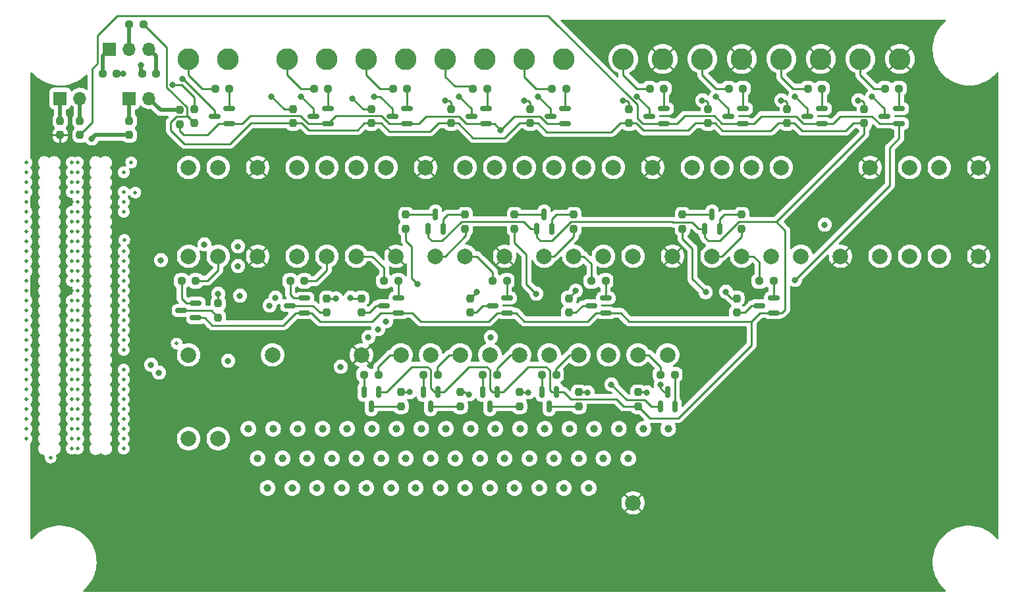
<source format=gbr>
%TF.GenerationSoftware,KiCad,Pcbnew,(6.0.5)*%
%TF.CreationDate,2023-01-12T09:35:20-05:00*%
%TF.ProjectId,breakout,62726561-6b6f-4757-942e-6b696361645f,rev?*%
%TF.SameCoordinates,Original*%
%TF.FileFunction,Copper,L8,Bot*%
%TF.FilePolarity,Positive*%
%FSLAX46Y46*%
G04 Gerber Fmt 4.6, Leading zero omitted, Abs format (unit mm)*
G04 Created by KiCad (PCBNEW (6.0.5)) date 2023-01-12 09:35:20*
%MOMM*%
%LPD*%
G01*
G04 APERTURE LIST*
G04 Aperture macros list*
%AMRoundRect*
0 Rectangle with rounded corners*
0 $1 Rounding radius*
0 $2 $3 $4 $5 $6 $7 $8 $9 X,Y pos of 4 corners*
0 Add a 4 corners polygon primitive as box body*
4,1,4,$2,$3,$4,$5,$6,$7,$8,$9,$2,$3,0*
0 Add four circle primitives for the rounded corners*
1,1,$1+$1,$2,$3*
1,1,$1+$1,$4,$5*
1,1,$1+$1,$6,$7*
1,1,$1+$1,$8,$9*
0 Add four rect primitives between the rounded corners*
20,1,$1+$1,$2,$3,$4,$5,0*
20,1,$1+$1,$4,$5,$6,$7,0*
20,1,$1+$1,$6,$7,$8,$9,0*
20,1,$1+$1,$8,$9,$2,$3,0*%
G04 Aperture macros list end*
%TA.AperFunction,ComponentPad*%
%ADD10C,2.000000*%
%TD*%
%TA.AperFunction,ComponentPad*%
%ADD11C,1.000000*%
%TD*%
%TA.AperFunction,ComponentPad*%
%ADD12C,2.800000*%
%TD*%
%TA.AperFunction,ComponentPad*%
%ADD13R,1.700000X1.700000*%
%TD*%
%TA.AperFunction,ComponentPad*%
%ADD14O,1.700000X1.700000*%
%TD*%
%TA.AperFunction,SMDPad,CuDef*%
%ADD15RoundRect,0.237500X-0.250000X-0.237500X0.250000X-0.237500X0.250000X0.237500X-0.250000X0.237500X0*%
%TD*%
%TA.AperFunction,SMDPad,CuDef*%
%ADD16RoundRect,0.237500X0.237500X-0.250000X0.237500X0.250000X-0.237500X0.250000X-0.237500X-0.250000X0*%
%TD*%
%TA.AperFunction,SMDPad,CuDef*%
%ADD17RoundRect,0.237500X0.250000X0.237500X-0.250000X0.237500X-0.250000X-0.237500X0.250000X-0.237500X0*%
%TD*%
%TA.AperFunction,SMDPad,CuDef*%
%ADD18RoundRect,0.237500X-0.237500X0.250000X-0.237500X-0.250000X0.237500X-0.250000X0.237500X0.250000X0*%
%TD*%
%TA.AperFunction,SMDPad,CuDef*%
%ADD19RoundRect,0.150000X-0.150000X0.587500X-0.150000X-0.587500X0.150000X-0.587500X0.150000X0.587500X0*%
%TD*%
%TA.AperFunction,SMDPad,CuDef*%
%ADD20RoundRect,0.150000X0.150000X-0.587500X0.150000X0.587500X-0.150000X0.587500X-0.150000X-0.587500X0*%
%TD*%
%TA.AperFunction,SMDPad,CuDef*%
%ADD21RoundRect,0.150000X0.587500X0.150000X-0.587500X0.150000X-0.587500X-0.150000X0.587500X-0.150000X0*%
%TD*%
%TA.AperFunction,ViaPad*%
%ADD22C,0.500000*%
%TD*%
%TA.AperFunction,ViaPad*%
%ADD23C,0.800000*%
%TD*%
%TA.AperFunction,Conductor*%
%ADD24C,0.250000*%
%TD*%
%TA.AperFunction,Conductor*%
%ADD25C,0.500000*%
%TD*%
G04 APERTURE END LIST*
D10*
%TO.P,TP28,1,1*%
%TO.N,/SEP3_RET*%
X128905000Y-105410000D03*
%TD*%
D11*
%TO.P,TP9,1,1*%
%TO.N,/H2-13*%
X116840000Y-118745000D03*
%TD*%
%TO.P,TP4,1,1*%
%TO.N,/H2-3*%
X97790000Y-118745000D03*
%TD*%
%TO.P,TP83,1,1*%
%TO.N,/H1-42*%
X134685000Y-114935000D03*
%TD*%
%TO.P,TP94,1,1*%
%TO.N,/H2-4*%
X100965000Y-118745000D03*
%TD*%
%TO.P,TP100,1,1*%
%TO.N,/H2-16*%
X126365000Y-118745000D03*
%TD*%
D10*
%TO.P,TP91,1,1*%
%TO.N,/+X_SOLAR_TLE*%
X96520000Y-81280000D03*
%TD*%
D11*
%TO.P,TP113,1,1*%
%TO.N,/H2-42*%
X127635000Y-122555000D03*
%TD*%
D10*
%TO.P,TP87,1,1*%
%TO.N,/USER_3*%
X179070000Y-92710000D03*
%TD*%
%TO.P,TP44,1,1*%
%TO.N,/MOSI*%
X100330000Y-92710000D03*
%TD*%
D11*
%TO.P,TP11,1,1*%
%TO.N,/H2-17*%
X129540000Y-118745000D03*
%TD*%
D10*
%TO.P,TP105,1,1*%
%TO.N,/VBATT-*%
X144145000Y-105410000D03*
%TD*%
%TO.P,TP88,1,1*%
%TO.N,/SEP2_RET*%
X121285000Y-105410000D03*
%TD*%
D12*
%TO.P,TP49,1,1*%
%TO.N,/5V_RF*%
X148590000Y-67310000D03*
%TD*%
D10*
%TO.P,TP120,1,1*%
%TO.N,/SEP4*%
X132715000Y-105410000D03*
%TD*%
D13*
%TO.P,P1,1,Pin_1*%
%TO.N,Net-(P1-Pad1)*%
X72390000Y-66040000D03*
D14*
%TO.P,P1,2,Pin_2*%
%TO.N,Net-(P1-Pad2)*%
X74930000Y-66040000D03*
%TO.P,P1,3,Pin_3*%
%TO.N,Net-(P1-Pad3)*%
X77470000Y-66040000D03*
%TD*%
D11*
%TO.P,TP20,1,1*%
%TO.N,/H2-35*%
X105410000Y-122555000D03*
%TD*%
D10*
%TO.P,TP42,1,1*%
%TO.N,/RX_2*%
X118110000Y-92710000D03*
%TD*%
D11*
%TO.P,TP45,1,1*%
%TO.N,/H1-25*%
X109285000Y-114935000D03*
%TD*%
D13*
%TO.P,P3,1,Pin_1*%
%TO.N,Net-(P3-Pad1)*%
X74930000Y-72390000D03*
D14*
%TO.P,P3,2,Pin_2*%
%TO.N,Net-(P3-Pad2)*%
X77470000Y-72390000D03*
%TD*%
D11*
%TO.P,TP102,1,1*%
%TO.N,/H2-20*%
X139065000Y-118745000D03*
%TD*%
D10*
%TO.P,TP30,1,1*%
%TO.N,/SEP3*%
X125095000Y-105410000D03*
%TD*%
%TO.P,TP116,1,1*%
%TO.N,/GND*%
X166370000Y-92710000D03*
%TD*%
%TO.P,TP116,1,1*%
%TO.N,/GND*%
X91440000Y-92710000D03*
%TD*%
D11*
%TO.P,TP7,1,1*%
%TO.N,/H2-9*%
X104140000Y-118745000D03*
%TD*%
%TO.P,TP48,1,1*%
%TO.N,/H1-31*%
X121985000Y-114935000D03*
%TD*%
%TO.P,TP46,1,1*%
%TO.N,/H1-27*%
X112460000Y-114935000D03*
%TD*%
D10*
%TO.P,TP80,1,1*%
%TO.N,/CTS_3*%
X135890000Y-92710000D03*
%TD*%
D11*
%TO.P,TP22,1,1*%
%TO.N,/H2-39*%
X118110000Y-122555000D03*
%TD*%
D12*
%TO.P,TP60,1,1*%
%TO.N,/+Y_SOLAR_PWR*%
X105410000Y-67310000D03*
%TD*%
D11*
%TO.P,TP12,1,1*%
%TO.N,/H2-19*%
X135890000Y-118745000D03*
%TD*%
%TO.P,TP23,1,1*%
%TO.N,/H2-41*%
X124460000Y-122555000D03*
%TD*%
%TO.P,TP10,1,1*%
%TO.N,/H2-15*%
X123190000Y-118745000D03*
%TD*%
%TO.P,TP74,1,1*%
%TO.N,/H1-24*%
X106110000Y-114935000D03*
%TD*%
D10*
%TO.P,TP116,1,1*%
%TO.N,/GND*%
X91440000Y-81280000D03*
%TD*%
%TO.P,TP66,1,1*%
%TO.N,/IRR_ON_OFF*%
X179070000Y-81280000D03*
%TD*%
%TO.P,TP116,1,1*%
%TO.N,/GND*%
X142240000Y-81280000D03*
%TD*%
%TO.P,TP59,1,1*%
%TO.N,/+Y_SOLAR_TLE*%
X100330000Y-81280000D03*
%TD*%
D11*
%TO.P,TP97,1,1*%
%TO.N,/H2-10*%
X107315000Y-118745000D03*
%TD*%
D12*
%TO.P,TP108,1,1*%
%TO.N,/GND*%
X143510000Y-67310000D03*
%TD*%
D11*
%TO.P,TP24,1,1*%
%TO.N,/H2-43*%
X130810000Y-122555000D03*
%TD*%
D10*
%TO.P,TP61,1,1*%
%TO.N,/SEP2*%
X117475000Y-105410000D03*
%TD*%
D12*
%TO.P,TP32,1,1*%
%TO.N,/-Z_SOLAR_RTN*%
X130810000Y-67310000D03*
%TD*%
D11*
%TO.P,TP99,1,1*%
%TO.N,/H2-14*%
X120015000Y-118745000D03*
%TD*%
D10*
%TO.P,TP13,1,1*%
%TO.N,/PB18*%
X86360000Y-116205000D03*
%TD*%
D12*
%TO.P,TP62,1,1*%
%TO.N,/+X_SOLAR_RTN*%
X100330000Y-67310000D03*
%TD*%
D10*
%TO.P,TP95,1,1*%
%TO.N,/AIN11*%
X133350000Y-81280000D03*
%TD*%
D12*
%TO.P,TP2,1,1*%
%TO.N,/-Z_SOLAR_PWR*%
X125730000Y-67310000D03*
%TD*%
D11*
%TO.P,TP98,1,1*%
%TO.N,/H2-12*%
X113665000Y-118745000D03*
%TD*%
D10*
%TO.P,TP5,1,1*%
%TO.N,/AIN10*%
X129540000Y-81280000D03*
%TD*%
%TO.P,TP82,1,1*%
%TO.N,/TX_3*%
X128270000Y-92710000D03*
%TD*%
D12*
%TO.P,TP16,1,1*%
%TO.N,/3V3*%
X138430000Y-67310000D03*
%TD*%
D10*
%TO.P,TP64,1,1*%
%TO.N,/MB_PC03*%
X82550000Y-116205000D03*
%TD*%
%TO.P,TP47,1,1*%
%TO.N,/BUS_RESET*%
X93345000Y-105410000D03*
%TD*%
%TO.P,TP54,1,1*%
%TO.N,/SCL*%
X82550000Y-92710000D03*
%TD*%
D11*
%TO.P,TP51,1,1*%
%TO.N,/H1-37*%
X128335000Y-114935000D03*
%TD*%
%TO.P,TP81,1,1*%
%TO.N,/H1-38*%
X131510000Y-114935000D03*
%TD*%
D10*
%TO.P,TP43,1,1*%
%TO.N,/SCK*%
X96520000Y-92710000D03*
%TD*%
D11*
%TO.P,TP21,1,1*%
%TO.N,/H2-37*%
X111760000Y-122555000D03*
%TD*%
D10*
%TO.P,TP57,1,1*%
%TO.N,/USER_2*%
X175260000Y-92710000D03*
%TD*%
D11*
%TO.P,TP55,1,1*%
%TO.N,/H1-45*%
X141035000Y-114935000D03*
%TD*%
%TO.P,TP85,1,1*%
%TO.N,/H1-46*%
X144210000Y-114935000D03*
%TD*%
D12*
%TO.P,TP29,1,1*%
%TO.N,/+Y_SOLAR_RTN*%
X110490000Y-67310000D03*
%TD*%
D11*
%TO.P,TP84,1,1*%
%TO.N,/H1-44*%
X137860000Y-114935000D03*
%TD*%
D10*
%TO.P,TP37,1,1*%
%TO.N,/CTS_4*%
X157480000Y-92710000D03*
%TD*%
D11*
%TO.P,TP39,1,1*%
%TO.N,/H1-13*%
X96585000Y-114935000D03*
%TD*%
D10*
%TO.P,TP63,1,1*%
%TO.N,/VBURN2*%
X86360000Y-81280000D03*
%TD*%
%TO.P,TP116,1,1*%
%TO.N,/GND*%
X113030000Y-81280000D03*
%TD*%
%TO.P,TP52,1,1*%
%TO.N,/RX_3*%
X132080000Y-92710000D03*
%TD*%
%TO.P,TP1,1,1*%
%TO.N,/-Z_SOLAR_TLE*%
X107950000Y-81280000D03*
%TD*%
D11*
%TO.P,TP111,1,1*%
%TO.N,/H2-38*%
X114935000Y-122555000D03*
%TD*%
D10*
%TO.P,TP40,1,1*%
%TO.N,/RBF*%
X140335000Y-105410000D03*
%TD*%
%TO.P,TP116,1,1*%
%TO.N,/GND*%
X109220000Y-92710000D03*
%TD*%
%TO.P,TP6,1,1*%
%TO.N,/AIN4*%
X121920000Y-81280000D03*
%TD*%
D12*
%TO.P,TP90,1,1*%
%TO.N,/-X_SOLAR_PWR*%
X115570000Y-67310000D03*
%TD*%
D11*
%TO.P,TP112,1,1*%
%TO.N,/H2-40*%
X121285000Y-122555000D03*
%TD*%
D10*
%TO.P,TP33,1,1*%
%TO.N,/VBURN1*%
X82550000Y-81280000D03*
%TD*%
D11*
%TO.P,TP68,1,1*%
%TO.N,/H1-12*%
X93410000Y-114935000D03*
%TD*%
D10*
%TO.P,TP116,1,1*%
%TO.N,/GND*%
X184150000Y-81280000D03*
%TD*%
D11*
%TO.P,TP79,1,1*%
%TO.N,/H1-34*%
X125160000Y-114935000D03*
%TD*%
D13*
%TO.P,P2,1,Pin_1*%
%TO.N,Net-(P2-Pad1)*%
X66040000Y-72390000D03*
D14*
%TO.P,P2,2,Pin_2*%
%TO.N,Net-(P2-Pad2)*%
X68580000Y-72390000D03*
%TD*%
D10*
%TO.P,TP103,1,1*%
%TO.N,/PICO_PW_EN*%
X151130000Y-81280000D03*
%TD*%
%TO.P,TP116,1,1*%
%TO.N,/GND*%
X144780000Y-92710000D03*
%TD*%
%TO.P,TP72,1,1*%
%TO.N,/TX_2*%
X114300000Y-92710000D03*
%TD*%
D11*
%TO.P,TP3,1,1*%
%TO.N,/H2-1*%
X91440000Y-118745000D03*
%TD*%
D10*
%TO.P,TP116,1,1*%
%TO.N,/GND*%
X139700000Y-124460000D03*
%TD*%
D11*
%TO.P,TP109,1,1*%
%TO.N,/H2-34*%
X102235000Y-122555000D03*
%TD*%
%TO.P,TP69,1,1*%
%TO.N,/H1-14*%
X99760000Y-114935000D03*
%TD*%
D10*
%TO.P,TP96,1,1*%
%TO.N,/AIN7*%
X125730000Y-81280000D03*
%TD*%
%TO.P,TP36,1,1*%
%TO.N,/IRR_PW_EN*%
X175260000Y-81280000D03*
%TD*%
D11*
%TO.P,TP110,1,1*%
%TO.N,/H2-36*%
X108585000Y-122555000D03*
%TD*%
%TO.P,TP101,1,1*%
%TO.N,/H2-18*%
X132715000Y-118745000D03*
%TD*%
D10*
%TO.P,TP71,1,1*%
%TO.N,/TX_4*%
X149860000Y-92710000D03*
%TD*%
%TO.P,TP75,1,1*%
%TO.N,/3V3REF*%
X118110000Y-81280000D03*
%TD*%
D11*
%TO.P,TP93,1,1*%
%TO.N,/H2-2*%
X94615000Y-118745000D03*
%TD*%
%TO.P,TP70,1,1*%
%TO.N,/H1-16*%
X102935000Y-114935000D03*
%TD*%
%TO.P,TP8,1,1*%
%TO.N,/H2-11*%
X110490000Y-118745000D03*
%TD*%
D10*
%TO.P,TP56,1,1*%
%TO.N,/SELF_TEST*%
X82550000Y-105410000D03*
%TD*%
D12*
%TO.P,TP78,1,1*%
%TO.N,/5V_USB*%
X168910000Y-67310000D03*
%TD*%
D10*
%TO.P,TP31,1,1*%
%TO.N,/SEP1*%
X109855000Y-105410000D03*
%TD*%
D11*
%TO.P,TP14,1,1*%
%TO.N,/H2-23*%
X92710000Y-122555000D03*
%TD*%
D12*
%TO.P,TP27,1,1*%
%TO.N,/VBATT-*%
X87630000Y-67310000D03*
%TD*%
D10*
%TO.P,TP116,1,1*%
%TO.N,/GND*%
X184150000Y-92710000D03*
%TD*%
D12*
%TO.P,TP107,1,1*%
%TO.N,/GND*%
X153670000Y-67310000D03*
%TD*%
D10*
%TO.P,TP35,1,1*%
%TO.N,/PYLD_SERVO_PWR_CTRL*%
X154940000Y-81280000D03*
%TD*%
D11*
%TO.P,TP104,1,1*%
%TO.N,/H2-24*%
X95885000Y-122555000D03*
%TD*%
D12*
%TO.P,TP119,1,1*%
%TO.N,/-X_SOLAR_RTN*%
X120650000Y-67310000D03*
%TD*%
%TO.P,TP25,1,1*%
%TO.N,/VBATT+*%
X82550000Y-67310000D03*
%TD*%
%TO.P,TP92,1,1*%
%TO.N,/+X_SOLAR_PWR*%
X95250000Y-67310000D03*
%TD*%
D10*
%TO.P,TP86,1,1*%
%TO.N,/USER_1*%
X171450000Y-92710000D03*
%TD*%
D11*
%TO.P,TP19,1,1*%
%TO.N,/H2-33*%
X99060000Y-122555000D03*
%TD*%
%TO.P,TP34,1,1*%
%TO.N,/H1-3*%
X90235000Y-114935000D03*
%TD*%
%TO.P,TP76,1,1*%
%TO.N,/H1-28*%
X115635000Y-114935000D03*
%TD*%
D10*
%TO.P,TP116,1,1*%
%TO.N,/GND*%
X104775000Y-105410000D03*
%TD*%
D12*
%TO.P,TP17,1,1*%
%TO.N,/GND*%
X163830000Y-67310000D03*
%TD*%
D10*
%TO.P,TP73,1,1*%
%TO.N,/MISO*%
X104140000Y-92710000D03*
%TD*%
%TO.P,TP58,1,1*%
%TO.N,/SEP1_RET*%
X113665000Y-105410000D03*
%TD*%
%TO.P,TP67,1,1*%
%TO.N,/RTS_4*%
X161290000Y-92710000D03*
%TD*%
%TO.P,TP50,1,1*%
%TO.N,/RTS_3*%
X139700000Y-92710000D03*
%TD*%
%TO.P,TP89,1,1*%
%TO.N,/-X_SOLAR_TLE*%
X104140000Y-81280000D03*
%TD*%
%TO.P,TP18,1,1*%
%TO.N,/AGND*%
X137160000Y-81280000D03*
%TD*%
D12*
%TO.P,TP15,1,1*%
%TO.N,/5V_PYLD*%
X158750000Y-67310000D03*
%TD*%
D10*
%TO.P,TP65,1,1*%
%TO.N,/PYLD_RST*%
X158750000Y-81280000D03*
%TD*%
%TO.P,TP38,1,1*%
%TO.N,/PYLD_PW_EN*%
X147320000Y-81280000D03*
%TD*%
%TO.P,TP41,1,1*%
%TO.N,/RX_4*%
X153670000Y-92710000D03*
%TD*%
%TO.P,TP116,1,1*%
%TO.N,/GND*%
X170180000Y-81280000D03*
%TD*%
%TO.P,TP118,1,1*%
%TO.N,/SEP4_RET*%
X136525000Y-105410000D03*
%TD*%
D11*
%TO.P,TP114,1,1*%
%TO.N,/H2-44*%
X133985000Y-122555000D03*
%TD*%
D12*
%TO.P,TP26,1,1*%
%TO.N,/GND*%
X173990000Y-67310000D03*
%TD*%
D10*
%TO.P,TP53,1,1*%
%TO.N,/SDA*%
X86360000Y-92710000D03*
%TD*%
D11*
%TO.P,TP77,1,1*%
%TO.N,/H1-30*%
X118810000Y-114935000D03*
%TD*%
D10*
%TO.P,TP116,1,1*%
%TO.N,/GND*%
X123190000Y-92710000D03*
%TD*%
D15*
%TO.P,R35,1*%
%TO.N,/3V3*%
X141835500Y-71120000D03*
%TO.P,R35,2*%
%TO.N,Net-(Q18-Pad1)*%
X143660500Y-71120000D03*
%TD*%
D16*
%TO.P,R2,1*%
%TO.N,Net-(Q1-Pad3)*%
X109855000Y-112037500D03*
%TO.P,R2,2*%
%TO.N,Net-(D1-Pad2)*%
X109855000Y-110212500D03*
%TD*%
D17*
%TO.P,R1,1*%
%TO.N,/SEP1*%
X106957500Y-107950000D03*
%TO.P,R1,2*%
%TO.N,Net-(Q1-Pad1)*%
X105132500Y-107950000D03*
%TD*%
D18*
%TO.P,R13,2*%
%TO.N,/LED+*%
X140335000Y-112037500D03*
%TO.P,R13,1*%
%TO.N,Net-(D6-Pad2)*%
X140335000Y-110212500D03*
%TD*%
D17*
%TO.P,R8,1*%
%TO.N,/SEP4*%
X129817500Y-107950000D03*
%TO.P,R8,2*%
%TO.N,Net-(Q5-Pad1)*%
X127992500Y-107950000D03*
%TD*%
D19*
%TO.P,Q5,1,B*%
%TO.N,Net-(Q5-Pad1)*%
X127955000Y-110187500D03*
%TO.P,Q5,2,E*%
%TO.N,/LED+*%
X129855000Y-110187500D03*
%TO.P,Q5,3,C*%
%TO.N,Net-(Q5-Pad3)*%
X128905000Y-112062500D03*
%TD*%
D15*
%TO.P,R28,1*%
%TO.N,/RX_3*%
X134342500Y-95885000D03*
%TO.P,R28,2*%
%TO.N,Net-(Q15-Pad1)*%
X136167500Y-95885000D03*
%TD*%
%TO.P,R52,1*%
%TO.N,/5V_USB*%
X172061500Y-71120000D03*
%TO.P,R52,2*%
%TO.N,Net-(Q23-Pad1)*%
X173886500Y-71120000D03*
%TD*%
D18*
%TO.P,R25,1*%
%TO.N,Net-(D12-Pad2)*%
X106045000Y-73763500D03*
%TO.P,R25,2*%
%TO.N,/LED+*%
X106045000Y-75588500D03*
%TD*%
D19*
%TO.P,Q2,1,B*%
%TO.N,Net-(Q2-Pad1)*%
X112715000Y-110187500D03*
%TO.P,Q2,2,E*%
%TO.N,/LED+*%
X114615000Y-110187500D03*
%TO.P,Q2,3,C*%
%TO.N,Net-(Q2-Pad3)*%
X113665000Y-112062500D03*
%TD*%
D18*
%TO.P,R42,1*%
%TO.N,Net-(Q21-Pad3)*%
X146050000Y-87352500D03*
%TO.P,R42,2*%
%TO.N,Net-(D21-Pad2)*%
X146050000Y-89177500D03*
%TD*%
D16*
%TO.P,R48,1*%
%TO.N,/GND*%
X66045000Y-77112500D03*
%TO.P,R48,2*%
%TO.N,Net-(P2-Pad1)*%
X66045000Y-75287500D03*
%TD*%
%TO.P,R49,1*%
%TO.N,/LED_RET_1*%
X68585000Y-77112500D03*
%TO.P,R49,2*%
%TO.N,Net-(P2-Pad2)*%
X68585000Y-75287500D03*
%TD*%
D20*
%TO.P,Q21,3,C*%
%TO.N,Net-(Q21-Pad3)*%
X149860000Y-87327500D03*
%TO.P,Q21,2,E*%
%TO.N,/LED+*%
X148910000Y-89202500D03*
%TO.P,Q21,1,B*%
%TO.N,Net-(Q21-Pad1)*%
X150810000Y-89202500D03*
%TD*%
D16*
%TO.P,R32,2*%
%TO.N,Net-(Q17-Pad1)*%
X132080000Y-87352500D03*
%TO.P,R32,1*%
%TO.N,/TX_3*%
X132080000Y-89177500D03*
%TD*%
D21*
%TO.P,Q12,1,B*%
%TO.N,Net-(Q12-Pad1)*%
X110665500Y-73726000D03*
%TO.P,Q12,2,E*%
%TO.N,/LED_RET_2*%
X110665500Y-75626000D03*
%TO.P,Q12,3,C*%
%TO.N,Net-(D12-Pad1)*%
X108790500Y-74676000D03*
%TD*%
D18*
%TO.P,R41,1*%
%TO.N,Net-(D20-Pad2)*%
X159512000Y-73763500D03*
%TO.P,R41,2*%
%TO.N,/LED+*%
X159512000Y-75588500D03*
%TD*%
D21*
%TO.P,Q16,1,B*%
%TO.N,Net-(Q16-Pad1)*%
X130985500Y-73726000D03*
%TO.P,Q16,2,E*%
%TO.N,/LED_RET_2*%
X130985500Y-75626000D03*
%TO.P,Q16,3,C*%
%TO.N,Net-(D16-Pad1)*%
X129110500Y-74676000D03*
%TD*%
D16*
%TO.P,R6,1*%
%TO.N,Net-(Q3-Pad3)*%
X125095000Y-112037500D03*
%TO.P,R6,2*%
%TO.N,Net-(D3-Pad2)*%
X125095000Y-110212500D03*
%TD*%
D17*
%TO.P,R5,1*%
%TO.N,/SEP3*%
X122197500Y-107950000D03*
%TO.P,R5,2*%
%TO.N,Net-(Q3-Pad1)*%
X120372500Y-107950000D03*
%TD*%
D16*
%TO.P,R10,2*%
%TO.N,Net-(D5-Pad2)*%
X132715000Y-110212500D03*
%TO.P,R10,1*%
%TO.N,Net-(Q5-Pad3)*%
X132715000Y-112037500D03*
%TD*%
D19*
%TO.P,Q3,1,B*%
%TO.N,Net-(Q3-Pad1)*%
X120335000Y-110187500D03*
%TO.P,Q3,2,E*%
%TO.N,/LED+*%
X122235000Y-110187500D03*
%TO.P,Q3,3,C*%
%TO.N,Net-(Q3-Pad3)*%
X121285000Y-112062500D03*
%TD*%
D21*
%TO.P,Q18,1,B*%
%TO.N,Net-(Q18-Pad1)*%
X143685500Y-73726000D03*
%TO.P,Q18,2,E*%
%TO.N,/LED_RET_1*%
X143685500Y-75626000D03*
%TO.P,Q18,3,C*%
%TO.N,Net-(D18-Pad1)*%
X141810500Y-74676000D03*
%TD*%
%TO.P,Q8,1,B*%
%TO.N,Net-(Q8-Pad1)*%
X87805500Y-73726000D03*
%TO.P,Q8,2,E*%
%TO.N,/LED_RET_2*%
X87805500Y-75626000D03*
%TO.P,Q8,3,C*%
%TO.N,Net-(D8-Pad1)*%
X85930500Y-74676000D03*
%TD*%
D15*
%TO.P,R19,1*%
%TO.N,/+X_SOLAR_PWR*%
X98655500Y-71120000D03*
%TO.P,R19,2*%
%TO.N,Net-(Q10-Pad1)*%
X100480500Y-71120000D03*
%TD*%
%TO.P,R39,1*%
%TO.N,/5V_PYLD*%
X162155500Y-71120000D03*
%TO.P,R39,2*%
%TO.N,Net-(Q20-Pad1)*%
X163980500Y-71120000D03*
%TD*%
D16*
%TO.P,R22,1*%
%TO.N,Net-(Q11-Pad3)*%
X118745000Y-99972500D03*
%TO.P,R22,2*%
%TO.N,Net-(D11-Pad2)*%
X118745000Y-98147500D03*
%TD*%
D21*
%TO.P,Q10,1,B*%
%TO.N,Net-(Q10-Pad1)*%
X100505500Y-73726000D03*
%TO.P,Q10,2,E*%
%TO.N,/LED_RET_2*%
X100505500Y-75626000D03*
%TO.P,Q10,3,C*%
%TO.N,Net-(D10-Pad1)*%
X98630500Y-74676000D03*
%TD*%
D17*
%TO.P,R12,1*%
%TO.N,/MOSI*%
X97432500Y-95885000D03*
%TO.P,R12,2*%
%TO.N,Net-(Q7-Pad1)*%
X95607500Y-95885000D03*
%TD*%
D15*
%TO.P,R11,1*%
%TO.N,/RBF*%
X143232500Y-107950000D03*
%TO.P,R11,2*%
%TO.N,Net-(Q6-Pad1)*%
X145057500Y-107950000D03*
%TD*%
%TO.P,R23,1*%
%TO.N,/+Y_SOLAR_PWR*%
X108815500Y-71120000D03*
%TO.P,R23,2*%
%TO.N,Net-(Q12-Pad1)*%
X110640500Y-71120000D03*
%TD*%
D20*
%TO.P,Q13,1,B*%
%TO.N,Net-(Q13-Pad1)*%
X115250000Y-89202500D03*
%TO.P,Q13,2,E*%
%TO.N,/LED+*%
X113350000Y-89202500D03*
%TO.P,Q13,3,C*%
%TO.N,Net-(Q13-Pad3)*%
X114300000Y-87327500D03*
%TD*%
D21*
%TO.P,Q22,1,B*%
%TO.N,Net-(Q22-Pad1)*%
X153845500Y-73726000D03*
%TO.P,Q22,2,E*%
%TO.N,/LED_RET_1*%
X153845500Y-75626000D03*
%TO.P,Q22,3,C*%
%TO.N,Net-(D22-Pad1)*%
X151970500Y-74676000D03*
%TD*%
D17*
%TO.P,R3,1*%
%TO.N,/SEP2*%
X114577500Y-107950000D03*
%TO.P,R3,2*%
%TO.N,Net-(Q2-Pad1)*%
X112752500Y-107950000D03*
%TD*%
D18*
%TO.P,R34,1*%
%TO.N,Net-(Q17-Pad3)*%
X124460000Y-87352500D03*
%TO.P,R34,2*%
%TO.N,Net-(D17-Pad2)*%
X124460000Y-89177500D03*
%TD*%
D17*
%TO.P,R45,1*%
%TO.N,/VBATT+*%
X73302500Y-69215000D03*
%TO.P,R45,2*%
%TO.N,Net-(P1-Pad1)*%
X71477500Y-69215000D03*
%TD*%
D16*
%TO.P,R18,1*%
%TO.N,Net-(Q9-Pad3)*%
X104775000Y-99972500D03*
%TO.P,R18,2*%
%TO.N,Net-(D9-Pad2)*%
X104775000Y-98147500D03*
%TD*%
D21*
%TO.P,Q14,1,B*%
%TO.N,Net-(Q14-Pad1)*%
X120825500Y-73726000D03*
%TO.P,Q14,2,E*%
%TO.N,/LED_RET_2*%
X120825500Y-75626000D03*
%TO.P,Q14,3,C*%
%TO.N,Net-(D14-Pad1)*%
X118950500Y-74676000D03*
%TD*%
%TO.P,Q15,1,B*%
%TO.N,Net-(Q15-Pad1)*%
X136192500Y-98110000D03*
%TO.P,Q15,2,E*%
%TO.N,/LED+*%
X136192500Y-100010000D03*
%TO.P,Q15,3,C*%
%TO.N,Net-(Q15-Pad3)*%
X134317500Y-99060000D03*
%TD*%
D16*
%TO.P,R24,1*%
%TO.N,/TX_2*%
X118110000Y-89177500D03*
%TO.P,R24,2*%
%TO.N,Net-(Q13-Pad1)*%
X118110000Y-87352500D03*
%TD*%
%TO.P,R51,1*%
%TO.N,/LED_RET_2*%
X81407000Y-75715500D03*
%TO.P,R51,2*%
%TO.N,Net-(P3-Pad2)*%
X81407000Y-73890500D03*
%TD*%
D15*
%TO.P,R15,1*%
%TO.N,/VBATT+*%
X85955500Y-71120000D03*
%TO.P,R15,2*%
%TO.N,Net-(Q8-Pad1)*%
X87780500Y-71120000D03*
%TD*%
%TO.P,R27,1*%
%TO.N,/-X_SOLAR_PWR*%
X119102500Y-71120000D03*
%TO.P,R27,2*%
%TO.N,Net-(Q14-Pad1)*%
X120927500Y-71120000D03*
%TD*%
%TO.P,R43,1*%
%TO.N,/5V_RF*%
X151995500Y-71120000D03*
%TO.P,R43,2*%
%TO.N,Net-(Q22-Pad1)*%
X153820500Y-71120000D03*
%TD*%
D21*
%TO.P,Q4,1,B*%
%TO.N,Net-(Q4-Pad1)*%
X83487500Y-98745000D03*
%TO.P,Q4,2,E*%
%TO.N,/LED+*%
X83487500Y-100645000D03*
%TO.P,Q4,3,C*%
%TO.N,Net-(Q4-Pad3)*%
X81612500Y-99695000D03*
%TD*%
D15*
%TO.P,R36,1*%
%TO.N,/RX_4*%
X155932500Y-95885000D03*
%TO.P,R36,2*%
%TO.N,Net-(Q19-Pad1)*%
X157757500Y-95885000D03*
%TD*%
D16*
%TO.P,R38,1*%
%TO.N,Net-(Q19-Pad3)*%
X153035000Y-99972500D03*
%TO.P,R38,2*%
%TO.N,Net-(D19-Pad2)*%
X153035000Y-98147500D03*
%TD*%
D15*
%TO.P,R47,2*%
%TO.N,Net-(P1-Pad3)*%
X78382500Y-69215000D03*
%TO.P,R47,1*%
%TO.N,/5V_USB*%
X76557500Y-69215000D03*
%TD*%
D18*
%TO.P,R53,1*%
%TO.N,Net-(D23-Pad2)*%
X169418000Y-73763500D03*
%TO.P,R53,2*%
%TO.N,/LED+*%
X169418000Y-75588500D03*
%TD*%
D17*
%TO.P,R7,1*%
%TO.N,/SDA*%
X83462500Y-95885000D03*
%TO.P,R7,2*%
%TO.N,Net-(Q4-Pad1)*%
X81637500Y-95885000D03*
%TD*%
D20*
%TO.P,Q17,3,C*%
%TO.N,Net-(Q17-Pad3)*%
X128270000Y-87327500D03*
%TO.P,Q17,2,E*%
%TO.N,/LED+*%
X127320000Y-89202500D03*
%TO.P,Q17,1,B*%
%TO.N,Net-(Q17-Pad1)*%
X129220000Y-89202500D03*
%TD*%
D21*
%TO.P,Q11,1,B*%
%TO.N,Net-(Q11-Pad1)*%
X123492500Y-98110000D03*
%TO.P,Q11,2,E*%
%TO.N,/LED+*%
X123492500Y-100010000D03*
%TO.P,Q11,3,C*%
%TO.N,Net-(Q11-Pad3)*%
X121617500Y-99060000D03*
%TD*%
D15*
%TO.P,R20,1*%
%TO.N,/RX_2*%
X121642500Y-95885000D03*
%TO.P,R20,2*%
%TO.N,Net-(Q11-Pad1)*%
X123467500Y-95885000D03*
%TD*%
D16*
%TO.P,R50,1*%
%TO.N,/VBATT-*%
X74935000Y-77112500D03*
%TO.P,R50,2*%
%TO.N,Net-(P3-Pad1)*%
X74935000Y-75287500D03*
%TD*%
D18*
%TO.P,R44,1*%
%TO.N,Net-(D22-Pad2)*%
X149352000Y-73763500D03*
%TO.P,R44,2*%
%TO.N,/LED+*%
X149352000Y-75588500D03*
%TD*%
D21*
%TO.P,Q23,1,B*%
%TO.N,Net-(Q23-Pad1)*%
X173911500Y-73726000D03*
%TO.P,Q23,2,E*%
%TO.N,/LED_RET_1*%
X173911500Y-75626000D03*
%TO.P,Q23,3,C*%
%TO.N,Net-(D23-Pad1)*%
X172036500Y-74676000D03*
%TD*%
D19*
%TO.P,Q1,3,C*%
%TO.N,Net-(Q1-Pad3)*%
X106045000Y-112062500D03*
%TO.P,Q1,2,E*%
%TO.N,/LED+*%
X106995000Y-110187500D03*
%TO.P,Q1,1,B*%
%TO.N,Net-(Q1-Pad1)*%
X105095000Y-110187500D03*
%TD*%
D21*
%TO.P,Q19,1,B*%
%TO.N,Net-(Q19-Pad1)*%
X157782500Y-98110000D03*
%TO.P,Q19,2,E*%
%TO.N,/LED+*%
X157782500Y-100010000D03*
%TO.P,Q19,3,C*%
%TO.N,Net-(Q19-Pad3)*%
X155907500Y-99060000D03*
%TD*%
D15*
%TO.P,R16,1*%
%TO.N,/MISO*%
X107672500Y-95885000D03*
%TO.P,R16,2*%
%TO.N,Net-(Q9-Pad1)*%
X109497500Y-95885000D03*
%TD*%
D16*
%TO.P,R9,1*%
%TO.N,Net-(Q4-Pad3)*%
X86360000Y-100607500D03*
%TO.P,R9,2*%
%TO.N,Net-(D4-Pad2)*%
X86360000Y-98782500D03*
%TD*%
D21*
%TO.P,Q20,1,B*%
%TO.N,Net-(Q20-Pad1)*%
X164005500Y-73726000D03*
%TO.P,Q20,2,E*%
%TO.N,/LED_RET_1*%
X164005500Y-75626000D03*
%TO.P,Q20,3,C*%
%TO.N,Net-(D20-Pad1)*%
X162130500Y-74676000D03*
%TD*%
D17*
%TO.P,R46,1*%
%TO.N,/LED+*%
X76755000Y-62865000D03*
%TO.P,R46,2*%
%TO.N,Net-(P1-Pad2)*%
X74930000Y-62865000D03*
%TD*%
D18*
%TO.P,R26,1*%
%TO.N,Net-(Q13-Pad3)*%
X110490000Y-87352500D03*
%TO.P,R26,2*%
%TO.N,Net-(D13-Pad2)*%
X110490000Y-89177500D03*
%TD*%
D16*
%TO.P,R40,1*%
%TO.N,/TX_4*%
X153670000Y-89177500D03*
%TO.P,R40,2*%
%TO.N,Net-(Q21-Pad1)*%
X153670000Y-87352500D03*
%TD*%
D18*
%TO.P,R33,1*%
%TO.N,Net-(D16-Pad2)*%
X126492000Y-73763500D03*
%TO.P,R33,2*%
%TO.N,/LED+*%
X126492000Y-75588500D03*
%TD*%
D15*
%TO.P,R31,1*%
%TO.N,/-Z_SOLAR_PWR*%
X129262500Y-71120000D03*
%TO.P,R31,2*%
%TO.N,Net-(Q16-Pad1)*%
X131087500Y-71120000D03*
%TD*%
D20*
%TO.P,Q6,1,B*%
%TO.N,Net-(Q6-Pad1)*%
X145095000Y-112062500D03*
%TO.P,Q6,2,E*%
%TO.N,/LED_RET_2*%
X143195000Y-112062500D03*
%TO.P,Q6,3,C*%
%TO.N,Net-(D6-Pad1)*%
X144145000Y-110187500D03*
%TD*%
D16*
%TO.P,R4,1*%
%TO.N,Net-(Q2-Pad3)*%
X117475000Y-112037500D03*
%TO.P,R4,2*%
%TO.N,Net-(D2-Pad2)*%
X117475000Y-110212500D03*
%TD*%
D18*
%TO.P,R29,1*%
%TO.N,Net-(D14-Pad2)*%
X116332000Y-73763500D03*
%TO.P,R29,2*%
%TO.N,/LED+*%
X116332000Y-75588500D03*
%TD*%
D21*
%TO.P,Q9,1,B*%
%TO.N,Net-(Q9-Pad1)*%
X109522500Y-98110000D03*
%TO.P,Q9,2,E*%
%TO.N,/LED+*%
X109522500Y-100010000D03*
%TO.P,Q9,3,C*%
%TO.N,Net-(Q9-Pad3)*%
X107647500Y-99060000D03*
%TD*%
D16*
%TO.P,R14,1*%
%TO.N,Net-(Q7-Pad3)*%
X100330000Y-99972500D03*
%TO.P,R14,2*%
%TO.N,Net-(D7-Pad2)*%
X100330000Y-98147500D03*
%TD*%
D18*
%TO.P,R17,1*%
%TO.N,Net-(D8-Pad2)*%
X83312000Y-73763500D03*
%TO.P,R17,2*%
%TO.N,/LED+*%
X83312000Y-75588500D03*
%TD*%
%TO.P,R37,1*%
%TO.N,Net-(D18-Pad2)*%
X139192000Y-73763500D03*
%TO.P,R37,2*%
%TO.N,/LED+*%
X139192000Y-75588500D03*
%TD*%
D16*
%TO.P,R30,1*%
%TO.N,Net-(Q15-Pad3)*%
X131445000Y-99972500D03*
%TO.P,R30,2*%
%TO.N,Net-(D15-Pad2)*%
X131445000Y-98147500D03*
%TD*%
D18*
%TO.P,R21,1*%
%TO.N,Net-(D10-Pad2)*%
X96012000Y-73763500D03*
%TO.P,R21,2*%
%TO.N,/LED+*%
X96012000Y-75588500D03*
%TD*%
D21*
%TO.P,Q7,1,B*%
%TO.N,Net-(Q7-Pad1)*%
X97457500Y-98110000D03*
%TO.P,Q7,2,E*%
%TO.N,/LED+*%
X97457500Y-100010000D03*
%TO.P,Q7,3,C*%
%TO.N,Net-(Q7-Pad3)*%
X95582500Y-99060000D03*
%TD*%
D22*
%TO.N,/GND*%
X61722000Y-85726790D03*
D23*
%TO.N,Net-(D15-Pad2)*%
X132334000Y-97155000D03*
D22*
%TO.N,/GND*%
X61722000Y-95886790D03*
X61722000Y-97156790D03*
%TO.N,/VBATT-*%
X61687000Y-84456790D03*
D23*
X70104000Y-77560689D03*
D22*
X67537506Y-84453140D03*
D23*
%TO.N,Net-(D1-Pad2)*%
X110998000Y-110201700D03*
%TO.N,Net-(D2-Pad2)*%
X118618000Y-110490000D03*
%TO.N,Net-(D3-Pad2)*%
X126238000Y-110236000D03*
D22*
%TO.N,/GND*%
X67537506Y-97153140D03*
X67537506Y-85723140D03*
D23*
%TO.N,Net-(D4-Pad2)*%
X86360000Y-97536000D03*
%TO.N,Net-(D5-Pad2)*%
X133858000Y-110236000D03*
%TO.N,Net-(D6-Pad2)*%
X141478000Y-110236000D03*
D22*
%TO.N,/VBATT+*%
X67537506Y-86993140D03*
X61687000Y-86996790D03*
D23*
X74168000Y-69215000D03*
%TO.N,Net-(D7-Pad2)*%
X101496500Y-98147500D03*
%TO.N,Net-(D8-Pad2)*%
X80518000Y-70612000D03*
%TO.N,Net-(D9-Pad2)*%
X103378000Y-98044000D03*
%TO.N,Net-(D10-Pad2)*%
X93218000Y-72136000D03*
%TO.N,Net-(D11-Pad2)*%
X119634000Y-97282000D03*
%TO.N,Net-(D12-Pad2)*%
X103632000Y-72390000D03*
%TO.N,Net-(D13-Pad2)*%
X112014000Y-96266000D03*
%TO.N,Net-(D14-Pad2)*%
X115570000Y-72644000D03*
%TO.N,Net-(D16-Pad1)*%
X127508000Y-72136000D03*
%TO.N,Net-(D17-Pad2)*%
X127254000Y-97536000D03*
%TO.N,Net-(D18-Pad1)*%
X140208000Y-72136000D03*
%TO.N,Net-(D18-Pad2)*%
X138430000Y-72644000D03*
%TO.N,Net-(D19-Pad2)*%
X151638000Y-97282000D03*
%TO.N,Net-(D20-Pad1)*%
X160528000Y-72136000D03*
%TO.N,Net-(D20-Pad2)*%
X158750000Y-72644000D03*
%TO.N,Net-(D21-Pad2)*%
X149037769Y-97342231D03*
%TO.N,Net-(D22-Pad1)*%
X150368000Y-72136000D03*
%TO.N,Net-(D22-Pad2)*%
X148590000Y-72644000D03*
%TO.N,Net-(D6-Pad1)*%
X143256000Y-109220000D03*
%TO.N,Net-(D8-Pad1)*%
X81788000Y-69850000D03*
%TO.N,Net-(D10-Pad1)*%
X97028000Y-72136000D03*
%TO.N,Net-(D12-Pad1)*%
X106426000Y-72136000D03*
%TO.N,Net-(D14-Pad1)*%
X117348000Y-72136000D03*
%TO.N,Net-(D16-Pad2)*%
X125730000Y-72644000D03*
D22*
%TO.N,/SEP1*%
X74203000Y-117473210D03*
%TO.N,/SEP2*%
X68326000Y-117475000D03*
%TO.N,/SEP3*%
X67537506Y-80643140D03*
%TO.N,/SEP4*%
X61687000Y-80646790D03*
%TO.N,/RBF*%
X81026000Y-103955700D03*
%TO.N,/MOSI*%
X74201210Y-100965000D03*
%TO.N,/MISO*%
X68326000Y-102235000D03*
%TO.N,/+X_SOLAR_PWR*%
X61687000Y-116206790D03*
%TO.N,/RX_2*%
X74203000Y-103503210D03*
%TO.N,/+Y_SOLAR_PWR*%
X75184000Y-80643210D03*
%TO.N,/TX_2*%
X68326000Y-103505000D03*
%TO.N,/-X_SOLAR_PWR*%
X68326000Y-80645000D03*
%TO.N,/RX_3*%
X74283512Y-90619966D03*
%TO.N,/-Z_SOLAR_PWR*%
X67537506Y-116203140D03*
%TO.N,/TX_3*%
X68326000Y-90805000D03*
%TO.N,/3V3*%
X67537506Y-98423140D03*
X61687000Y-98426790D03*
%TO.N,/RX_4*%
X74203000Y-104773210D03*
%TO.N,/5V_PYLD*%
X61687000Y-99696790D03*
X67537506Y-99693140D03*
%TO.N,/TX_4*%
X68326000Y-104775000D03*
%TO.N,/5V_RF*%
X74203000Y-94613210D03*
%TO.N,/SEP4_RET*%
X61687000Y-83186790D03*
%TO.N,/SEP3_RET*%
X67537506Y-83183140D03*
%TO.N,/SEP2_RET*%
X68326000Y-83185000D03*
%TO.N,/SEP1_RET*%
X75696367Y-84514779D03*
%TO.N,/SELF_TEST*%
X74203000Y-85723210D03*
%TO.N,/BUS_RESET*%
X74203000Y-97153210D03*
%TO.N,/-Z_SOLAR_TLE*%
X67537506Y-117473140D03*
%TO.N,/H2-1*%
X67537506Y-114933140D03*
%TO.N,/H2-3*%
X67537506Y-113663140D03*
%TO.N,/AIN10*%
X67537506Y-112393140D03*
%TO.N,/AIN4*%
X67537506Y-111123140D03*
%TO.N,/H2-9*%
X67537506Y-109853140D03*
%TO.N,/H2-11*%
X67537506Y-108583140D03*
%TO.N,/H2-13*%
X67537506Y-107313140D03*
%TO.N,/H2-15*%
X67537506Y-106043140D03*
%TO.N,/H2-17*%
X67537506Y-104773140D03*
%TO.N,/H2-19*%
X67537506Y-103503140D03*
%TO.N,/PB18*%
X67537506Y-102233140D03*
%TO.N,/H2-23*%
X67537506Y-100963140D03*
%TO.N,/AGND*%
X67537506Y-95883140D03*
%TO.N,/H2-33*%
X67537506Y-94613140D03*
%TO.N,/H2-35*%
X67537506Y-93343140D03*
D23*
X102108000Y-106934000D03*
X89154000Y-97790000D03*
D22*
%TO.N,/H2-37*%
X67537506Y-92073140D03*
D23*
X105664000Y-103124000D03*
X78994000Y-93218000D03*
%TO.N,/H2-39*%
X84582000Y-91186000D03*
X106934000Y-102108000D03*
D22*
X67537506Y-90803140D03*
%TO.N,/H2-41*%
X67537506Y-89533140D03*
D23*
X88900000Y-91440000D03*
X107950000Y-101092000D03*
D22*
%TO.N,/H2-43*%
X67537506Y-88263140D03*
%TO.N,/+Y_SOLAR_RTN*%
X67537506Y-81913140D03*
%TO.N,/-Z_SOLAR_RTN*%
X74203000Y-116203210D03*
%TO.N,/VBURN1*%
X74203000Y-114933210D03*
%TO.N,/H1-3*%
X74203000Y-113663210D03*
%TO.N,/PYLD_SERVO_PWR_CTRL*%
X74203000Y-112393210D03*
%TO.N,/IRR_PW_EN*%
X74203000Y-111123210D03*
%TO.N,/CTS_4*%
X74203000Y-109853210D03*
%TO.N,/PYLD_PW_EN*%
X74203000Y-108583210D03*
%TO.N,/H1-13*%
X74203000Y-107313210D03*
%TO.N,/SCK*%
X74203000Y-102233210D03*
%TO.N,/H1-25*%
X74203000Y-99693210D03*
%TO.N,/H1-27*%
X74203000Y-98423210D03*
%TO.N,/H1-31*%
X74203000Y-95883210D03*
%TO.N,/RTS_3*%
X74203000Y-93343210D03*
%TO.N,/H1-37*%
X74203000Y-92073210D03*
%TO.N,/H1-45*%
X74203000Y-86993210D03*
%TO.N,/USER_2*%
X74203000Y-84453210D03*
%TO.N,/+Y_SOLAR_TLE*%
X74203000Y-81913210D03*
%TO.N,/+X_SOLAR_RTN*%
X68378452Y-116218113D03*
%TO.N,/VBURN2*%
X68326000Y-114935000D03*
%TO.N,/MB_PC03*%
X68326000Y-113665000D03*
%TO.N,/PYLD_RST*%
X68326000Y-112395000D03*
D23*
X164338000Y-88646000D03*
D22*
%TO.N,/IRR_ON_OFF*%
X68326000Y-111125000D03*
%TO.N,/RTS_4*%
X68326000Y-109855000D03*
%TO.N,/H1-12*%
X68326000Y-108585000D03*
D23*
X78740000Y-107696000D03*
%TO.N,/H1-14*%
X77724000Y-106680000D03*
D22*
X68326000Y-107315000D03*
%TO.N,/H1-16*%
X68326000Y-106045000D03*
D23*
X87630000Y-106172000D03*
D22*
%TO.N,/H1-24*%
X68326000Y-100965000D03*
%TO.N,/3V3REF*%
X68326000Y-99695000D03*
D23*
%TO.N,/H1-28*%
X92964000Y-99057521D03*
D22*
X68326000Y-98425000D03*
%TO.N,/H1-30*%
X68326000Y-97155000D03*
D23*
X93726000Y-98044000D03*
D22*
%TO.N,/5V_USB*%
X68326000Y-95885000D03*
D23*
X76454000Y-68072000D03*
%TO.N,/H1-34*%
X88900000Y-93980000D03*
D22*
X68326000Y-94615000D03*
%TO.N,/CTS_3*%
X68326000Y-93345000D03*
%TO.N,/H1-38*%
X68326000Y-92075000D03*
%TO.N,/H1-42*%
X68326000Y-89535000D03*
%TO.N,/H1-44*%
X68326000Y-88265000D03*
%TO.N,/H1-46*%
X68326000Y-86995000D03*
%TO.N,/USER_1*%
X68326000Y-85725000D03*
%TO.N,/USER_3*%
X68326000Y-84455000D03*
%TO.N,/-X_SOLAR_TLE*%
X68326000Y-81915000D03*
%TO.N,/+X_SOLAR_TLE*%
X64794735Y-118618000D03*
%TO.N,/H2-2*%
X61687000Y-114936790D03*
%TO.N,/H2-4*%
X61687000Y-113666790D03*
%TO.N,/AIN11*%
X61687000Y-112396790D03*
%TO.N,/AIN7*%
X61687000Y-111126790D03*
%TO.N,/H2-10*%
X61687000Y-109856790D03*
%TO.N,/H2-12*%
X61687000Y-108586790D03*
%TO.N,/H2-14*%
X61687000Y-107316790D03*
%TO.N,/H2-16*%
X61687000Y-106046790D03*
%TO.N,/H2-18*%
X61687000Y-104776790D03*
%TO.N,/H2-20*%
X61687000Y-103506790D03*
%TO.N,/PICO_PW_EN*%
X61687000Y-102236790D03*
%TO.N,/H2-24*%
X61687000Y-100966790D03*
%TO.N,/H2-34*%
X61687000Y-94616790D03*
%TO.N,/H2-36*%
X61687000Y-93346790D03*
%TO.N,/H2-38*%
X61687000Y-92076790D03*
%TO.N,/H2-40*%
X61687000Y-90806790D03*
%TO.N,/H2-42*%
X61687000Y-89536790D03*
%TO.N,/H2-44*%
X61687000Y-88266790D03*
%TO.N,/-X_SOLAR_RTN*%
X61687000Y-81916790D03*
D23*
%TO.N,/LED_RET_2*%
X136906000Y-109220000D03*
X121412000Y-103124000D03*
X122682000Y-76488300D03*
%TO.N,/LED_RET_1*%
X160528000Y-95758000D03*
%TO.N,Net-(D23-Pad1)*%
X170434000Y-72136000D03*
%TO.N,Net-(D23-Pad2)*%
X168656000Y-72644000D03*
%TD*%
D24*
%TO.N,/LED+*%
X125071500Y-75588500D02*
X126492000Y-75588500D01*
X119126000Y-77470000D02*
X123190000Y-77470000D01*
X117244500Y-75588500D02*
X119126000Y-77470000D01*
X116332000Y-75588500D02*
X117244500Y-75588500D01*
X123190000Y-77470000D02*
X125071500Y-75588500D01*
X121617500Y-110187500D02*
X122235000Y-110187500D01*
X121275515Y-109845515D02*
X121617500Y-110187500D01*
X121275515Y-107305515D02*
X121275515Y-109845515D01*
X120904000Y-106934000D02*
X121275515Y-107305515D01*
X115364500Y-110187500D02*
X118618000Y-106934000D01*
X118618000Y-106934000D02*
X120904000Y-106934000D01*
X114615000Y-110187500D02*
X115364500Y-110187500D01*
X129002280Y-109952280D02*
X129237500Y-110187500D01*
X128524000Y-106934000D02*
X129002280Y-107412280D01*
X129237500Y-110187500D02*
X129855000Y-110187500D01*
X126238000Y-106934000D02*
X128524000Y-106934000D01*
X122984500Y-110187500D02*
X126238000Y-106934000D01*
X122235000Y-110187500D02*
X122984500Y-110187500D01*
X129002280Y-107412280D02*
X129002280Y-109952280D01*
%TO.N,Net-(D5-Pad2)*%
X133858000Y-110236000D02*
X133834500Y-110212500D01*
X133834500Y-110212500D02*
X132715000Y-110212500D01*
%TO.N,Net-(D2-Pad2)*%
X118618000Y-110490000D02*
X118364000Y-110490000D01*
X118364000Y-110490000D02*
X118086500Y-110212500D01*
X118086500Y-110212500D02*
X117475000Y-110212500D01*
%TO.N,Net-(D1-Pad2)*%
X110987200Y-110212500D02*
X110998000Y-110201700D01*
X109855000Y-110212500D02*
X110987200Y-110212500D01*
%TO.N,Net-(D8-Pad1)*%
X85930500Y-73962802D02*
X85930500Y-74676000D01*
X81788000Y-69850000D02*
X81817698Y-69850000D01*
X81817698Y-69850000D02*
X85930500Y-73962802D01*
%TO.N,Net-(D10-Pad1)*%
X97028000Y-72136000D02*
X98630500Y-73738500D01*
X98630500Y-73738500D02*
X98630500Y-74676000D01*
%TO.N,Net-(D10-Pad2)*%
X94845500Y-73763500D02*
X96012000Y-73763500D01*
X93218000Y-72136000D02*
X94845500Y-73763500D01*
%TO.N,Net-(D12-Pad2)*%
X103632000Y-72390000D02*
X105005500Y-73763500D01*
X105005500Y-73763500D02*
X106045000Y-73763500D01*
%TO.N,Net-(D12-Pad1)*%
X107188000Y-72136000D02*
X108790500Y-73738500D01*
X106426000Y-72136000D02*
X107188000Y-72136000D01*
X108790500Y-73738500D02*
X108790500Y-74676000D01*
%TO.N,/+Y_SOLAR_PWR*%
X105410000Y-67310000D02*
X105410000Y-69342000D01*
X105410000Y-69342000D02*
X107188000Y-71120000D01*
X107188000Y-71120000D02*
X108815500Y-71120000D01*
%TO.N,/+X_SOLAR_PWR*%
X95250000Y-69342000D02*
X95250000Y-67310000D01*
X97028000Y-71120000D02*
X95250000Y-69342000D01*
X98655500Y-71120000D02*
X97028000Y-71120000D01*
%TO.N,/VBATT+*%
X82550000Y-69342000D02*
X82550000Y-67310000D01*
X84328000Y-71120000D02*
X82550000Y-69342000D01*
X85955500Y-71120000D02*
X84328000Y-71120000D01*
D25*
%TO.N,Net-(P3-Pad2)*%
X78970500Y-73890500D02*
X77470000Y-72390000D01*
X81407000Y-73890500D02*
X78970500Y-73890500D01*
%TO.N,/VBATT-*%
X70545452Y-77119237D02*
X74928263Y-77119237D01*
X70104000Y-77560689D02*
X70545452Y-77119237D01*
D24*
%TO.N,/LED_RET_1*%
X140256114Y-73200114D02*
X139919711Y-72863711D01*
X140904000Y-75626000D02*
X140256114Y-74978114D01*
X143685500Y-75626000D02*
X140904000Y-75626000D01*
X73406000Y-61722000D02*
X70821551Y-64306449D01*
X139919711Y-72863711D02*
X139906571Y-72863711D01*
X140256114Y-74978114D02*
X140256114Y-73200114D01*
X139906571Y-72863711D02*
X128764860Y-61722000D01*
X128764860Y-61722000D02*
X73406000Y-61722000D01*
X70821551Y-64306449D02*
X70821551Y-67925949D01*
X70821551Y-67925949D02*
X70193779Y-68553721D01*
X70193779Y-68553721D02*
X70193779Y-75503721D01*
X70193779Y-75503721D02*
X68585000Y-77112500D01*
%TO.N,/LED+*%
X80264000Y-75438000D02*
X80264000Y-76454000D01*
X83312000Y-75588500D02*
X82474921Y-74751421D01*
X82474921Y-74751421D02*
X80950579Y-74751421D01*
X80950579Y-74751421D02*
X80264000Y-75438000D01*
X80264000Y-76454000D02*
X82042000Y-78232000D01*
X90527500Y-75588500D02*
X96012000Y-75588500D01*
X87884000Y-78232000D02*
X90527500Y-75588500D01*
X82042000Y-78232000D02*
X87884000Y-78232000D01*
%TO.N,/LED_RET_2*%
X81938500Y-77112500D02*
X81407000Y-76581000D01*
X84939500Y-77112500D02*
X81938500Y-77112500D01*
X81407000Y-76581000D02*
X81407000Y-75715500D01*
X87805500Y-75626000D02*
X86426000Y-75626000D01*
X86426000Y-75626000D02*
X84939500Y-77112500D01*
X97944084Y-75626000D02*
X100505500Y-75626000D01*
X96949929Y-74631845D02*
X97944084Y-75626000D01*
X90468155Y-74631845D02*
X96949929Y-74631845D01*
X89474000Y-75626000D02*
X90468155Y-74631845D01*
X87805500Y-75626000D02*
X89474000Y-75626000D01*
%TO.N,/LED+*%
X79756000Y-65866000D02*
X76755000Y-62865000D01*
X79756000Y-70952659D02*
X79756000Y-65866000D01*
X82339663Y-73536322D02*
X79756000Y-70952659D01*
X82339663Y-74616163D02*
X82339663Y-73536322D01*
X83312000Y-75588500D02*
X82339663Y-74616163D01*
%TO.N,Net-(D8-Pad2)*%
X81661000Y-70612000D02*
X83312000Y-72263000D01*
X83312000Y-72263000D02*
X83312000Y-73763500D01*
X80518000Y-70612000D02*
X81661000Y-70612000D01*
%TO.N,/LED+*%
X105144250Y-75588500D02*
X106045000Y-75588500D01*
X104278750Y-76454000D02*
X105144250Y-75588500D01*
X97968750Y-76454000D02*
X104278750Y-76454000D01*
X97103250Y-75588500D02*
X97968750Y-76454000D01*
X96012000Y-75588500D02*
X97103250Y-75588500D01*
X114657500Y-75588500D02*
X116332000Y-75588500D01*
X113611264Y-76634736D02*
X114657500Y-75588500D01*
X108354450Y-76634736D02*
X113611264Y-76634736D01*
X107308214Y-75588500D02*
X108354450Y-76634736D01*
X106045000Y-75588500D02*
X107308214Y-75588500D01*
%TO.N,/LED_RET_2*%
X108327402Y-75626000D02*
X110665500Y-75626000D01*
X107348194Y-74646792D02*
X108327402Y-75626000D01*
X101484708Y-74646792D02*
X107348194Y-74646792D01*
X100505500Y-75626000D02*
X101484708Y-74646792D01*
%TO.N,/-X_SOLAR_PWR*%
X116816500Y-70842500D02*
X115570000Y-69596000D01*
X115570000Y-69596000D02*
X115570000Y-67310000D01*
X119102500Y-70842500D02*
X116816500Y-70842500D01*
%TO.N,/LED_RET_2*%
X118206651Y-75626000D02*
X120825500Y-75626000D01*
X117301688Y-74721037D02*
X118206651Y-75626000D01*
X113039713Y-74721037D02*
X117301688Y-74721037D01*
X112134750Y-75626000D02*
X113039713Y-74721037D01*
X110665500Y-75626000D02*
X112134750Y-75626000D01*
X128647402Y-75626000D02*
X130985500Y-75626000D01*
X127757385Y-74735983D02*
X128647402Y-75626000D01*
X124434317Y-74735983D02*
X127757385Y-74735983D01*
X122682000Y-76488300D02*
X124434317Y-74735983D01*
X122682000Y-76488300D02*
X122682000Y-76454000D01*
X122682000Y-76454000D02*
X121854000Y-75626000D01*
X121854000Y-75626000D02*
X120825500Y-75626000D01*
%TO.N,Net-(D14-Pad2)*%
X116078000Y-72644000D02*
X115570000Y-72644000D01*
X116332000Y-72898000D02*
X116078000Y-72644000D01*
X116332000Y-73406000D02*
X116332000Y-72898000D01*
%TO.N,Net-(D16-Pad2)*%
X126238000Y-72644000D02*
X125730000Y-72644000D01*
X126492000Y-72898000D02*
X126238000Y-72644000D01*
X126492000Y-73406000D02*
X126492000Y-72898000D01*
%TO.N,/-Z_SOLAR_PWR*%
X127254000Y-71120000D02*
X128985000Y-71120000D01*
X125730000Y-67310000D02*
X125730000Y-69596000D01*
X125730000Y-69596000D02*
X127254000Y-71120000D01*
%TO.N,/LED+*%
X136906000Y-76708000D02*
X138025500Y-75588500D01*
X138025500Y-75588500D02*
X139192000Y-75588500D01*
X128575750Y-76708000D02*
X136906000Y-76708000D01*
X127456250Y-75588500D02*
X128575750Y-76708000D01*
X126492000Y-75588500D02*
X127456250Y-75588500D01*
X147677500Y-75588500D02*
X149352000Y-75588500D01*
X140121329Y-75588500D02*
X141046322Y-76513493D01*
X146752507Y-76513493D02*
X147677500Y-75588500D01*
X139192000Y-75588500D02*
X140121329Y-75588500D01*
X141046322Y-76513493D02*
X146752507Y-76513493D01*
%TO.N,Net-(D18-Pad2)*%
X138938000Y-72644000D02*
X138430000Y-72644000D01*
X139192000Y-72898000D02*
X138938000Y-72644000D01*
X139192000Y-73406000D02*
X139192000Y-72898000D01*
%TO.N,/5V_PYLD*%
X158750000Y-69596000D02*
X160274000Y-71120000D01*
X160274000Y-71120000D02*
X162155500Y-71120000D01*
X158750000Y-67310000D02*
X158750000Y-69596000D01*
%TO.N,/5V_RF*%
X150368000Y-71120000D02*
X151995500Y-71120000D01*
X148590000Y-69342000D02*
X150368000Y-71120000D01*
X148590000Y-67310000D02*
X148590000Y-69342000D01*
%TO.N,/3V3*%
X140208000Y-71120000D02*
X141835500Y-71120000D01*
X138430000Y-67310000D02*
X138430000Y-69342000D01*
X138430000Y-69342000D02*
X140208000Y-71120000D01*
%TO.N,/LED_RET_1*%
X150136046Y-74645125D02*
X151116921Y-75626000D01*
X151116921Y-75626000D02*
X153845500Y-75626000D01*
X146334875Y-74645125D02*
X150136046Y-74645125D01*
X145354000Y-75626000D02*
X146334875Y-74645125D01*
X143685500Y-75626000D02*
X145354000Y-75626000D01*
%TO.N,/LED+*%
X158345500Y-75588500D02*
X159512000Y-75588500D01*
X157390613Y-76543387D02*
X158345500Y-75588500D01*
X150264500Y-75588500D02*
X151219387Y-76543387D01*
X149352000Y-75588500D02*
X150264500Y-75588500D01*
X151219387Y-76543387D02*
X157390613Y-76543387D01*
%TO.N,Net-(D22-Pad2)*%
X149098000Y-72644000D02*
X148590000Y-72644000D01*
X149352000Y-72898000D02*
X149098000Y-72644000D01*
X149352000Y-73406000D02*
X149352000Y-72898000D01*
%TO.N,/LED_RET_1*%
X160672019Y-74675019D02*
X161623000Y-75626000D01*
X156210981Y-74675019D02*
X160672019Y-74675019D01*
X155260000Y-75626000D02*
X156210981Y-74675019D01*
X161623000Y-75626000D02*
X164005500Y-75626000D01*
X153845500Y-75626000D02*
X155260000Y-75626000D01*
%TO.N,/LED+*%
X167997500Y-75588500D02*
X169418000Y-75588500D01*
X161409281Y-76573281D02*
X167012719Y-76573281D01*
X160424500Y-75588500D02*
X161409281Y-76573281D01*
X159512000Y-75588500D02*
X160424500Y-75588500D01*
X167012719Y-76573281D02*
X167997500Y-75588500D01*
%TO.N,/LED_RET_1*%
X170433019Y-74675019D02*
X171384000Y-75626000D01*
X166370981Y-74675019D02*
X170433019Y-74675019D01*
X171384000Y-75626000D02*
X173911500Y-75626000D01*
X165420000Y-75626000D02*
X166370981Y-74675019D01*
X164005500Y-75626000D02*
X165420000Y-75626000D01*
%TO.N,Net-(D20-Pad2)*%
X159258000Y-72644000D02*
X158750000Y-72644000D01*
X159512000Y-72898000D02*
X159258000Y-72644000D01*
X159512000Y-73406000D02*
X159512000Y-72898000D01*
%TO.N,Net-(D20-Pad1)*%
X162130500Y-73738500D02*
X160528000Y-72136000D01*
X162130500Y-74676000D02*
X162130500Y-73738500D01*
%TO.N,/5V_USB*%
X168910000Y-69342000D02*
X170688000Y-71120000D01*
X168910000Y-67310000D02*
X168910000Y-69342000D01*
X170688000Y-71120000D02*
X172061500Y-71120000D01*
%TO.N,Net-(D23-Pad2)*%
X169164000Y-72644000D02*
X168656000Y-72644000D01*
X169418000Y-72898000D02*
X169164000Y-72644000D01*
X169418000Y-73406000D02*
X169418000Y-72898000D01*
%TO.N,/TX_3*%
X132080000Y-90170000D02*
X129540000Y-92710000D01*
X132080000Y-89455000D02*
X132080000Y-90170000D01*
X129540000Y-92710000D02*
X128270000Y-92710000D01*
%TO.N,/TX_2*%
X115532534Y-92710000D02*
X114300000Y-92710000D01*
X118162510Y-90080024D02*
X115532534Y-92710000D01*
X118162510Y-89507510D02*
X118162510Y-90080024D01*
%TO.N,/LED+*%
X113350000Y-90265697D02*
X113350000Y-89202500D01*
X113837135Y-90752832D02*
X113350000Y-90265697D01*
X125579843Y-88241843D02*
X117623755Y-88241843D01*
X115112766Y-90752832D02*
X113837135Y-90752832D01*
X126540500Y-89202500D02*
X125579843Y-88241843D01*
X127320000Y-89202500D02*
X126540500Y-89202500D01*
X117623755Y-88241843D02*
X115112766Y-90752832D01*
X127320000Y-90236000D02*
X127320000Y-89728000D01*
X127762000Y-90678000D02*
X127320000Y-90236000D01*
X129286000Y-90678000D02*
X127762000Y-90678000D01*
X147290280Y-88362280D02*
X144809720Y-88362280D01*
X144711704Y-88264264D02*
X131699736Y-88264264D01*
X148130500Y-89202500D02*
X147290280Y-88362280D01*
X131699736Y-88264264D02*
X129286000Y-90678000D01*
X148910000Y-89202500D02*
X148130500Y-89202500D01*
X144809720Y-88362280D02*
X144711704Y-88264264D01*
X150876000Y-90678000D02*
X153285304Y-88268696D01*
X149352000Y-90678000D02*
X150876000Y-90678000D01*
X148910000Y-89202500D02*
X148910000Y-90236000D01*
X148910000Y-90236000D02*
X149352000Y-90678000D01*
X158118696Y-88261304D02*
X169418000Y-76962000D01*
X169418000Y-76962000D02*
X169418000Y-75588500D01*
X158118696Y-88268696D02*
X158118696Y-88261304D01*
X158118696Y-88268696D02*
X159258000Y-89408000D01*
X153285304Y-88268696D02*
X158118696Y-88268696D01*
%TO.N,/TX_4*%
X151130000Y-92710000D02*
X149860000Y-92710000D01*
X153670000Y-90170000D02*
X151130000Y-92710000D01*
X153670000Y-89455000D02*
X153670000Y-90170000D01*
%TO.N,Net-(D15-Pad2)*%
X132334000Y-97155000D02*
X131445000Y-98044000D01*
%TO.N,Net-(D19-Pad2)*%
X151638000Y-97409000D02*
X152376500Y-98147500D01*
X152376500Y-98147500D02*
X153035000Y-98147500D01*
X151638000Y-97282000D02*
X151638000Y-97409000D01*
%TO.N,Net-(Q19-Pad3)*%
X154940000Y-99060000D02*
X154027500Y-99972500D01*
X155907500Y-99060000D02*
X154940000Y-99060000D01*
X154027500Y-99972500D02*
X153035000Y-99972500D01*
%TO.N,/LED+*%
X124648000Y-100010000D02*
X123492500Y-100010000D01*
X125730000Y-101092000D02*
X124648000Y-100010000D01*
X133858000Y-101092000D02*
X125730000Y-101092000D01*
X134940000Y-100010000D02*
X133858000Y-101092000D01*
X136192500Y-100010000D02*
X134940000Y-100010000D01*
%TO.N,Net-(Q9-Pad3)*%
X105767500Y-99972500D02*
X104775000Y-99972500D01*
X106680000Y-99060000D02*
X105767500Y-99972500D01*
X107647500Y-99060000D02*
X106680000Y-99060000D01*
%TO.N,Net-(Q7-Pad3)*%
X99464500Y-99972500D02*
X100330000Y-99972500D01*
X98552000Y-99060000D02*
X99464500Y-99972500D01*
X95582500Y-99060000D02*
X98552000Y-99060000D01*
%TO.N,/LED+*%
X96332000Y-100010000D02*
X97457500Y-100010000D01*
X84643000Y-100645000D02*
X85598000Y-101600000D01*
X83487500Y-100645000D02*
X84643000Y-100645000D01*
X85598000Y-101600000D02*
X94742000Y-101600000D01*
X94742000Y-101600000D02*
X96332000Y-100010000D01*
%TO.N,/SDA*%
X86360000Y-94488000D02*
X86360000Y-92710000D01*
X83704171Y-95849171D02*
X84998829Y-95849171D01*
X84998829Y-95849171D02*
X86360000Y-94488000D01*
%TO.N,/LED_RET_2*%
X138878114Y-111192114D02*
X136906000Y-109220000D01*
X141164114Y-111192114D02*
X138878114Y-111192114D01*
X142034500Y-112062500D02*
X141164114Y-111192114D01*
X143195000Y-112062500D02*
X142034500Y-112062500D01*
%TO.N,/LED+*%
X154940000Y-104140000D02*
X154940000Y-101092000D01*
X141835500Y-113538000D02*
X145542000Y-113538000D01*
X145542000Y-113538000D02*
X154940000Y-104140000D01*
X140335000Y-112037500D02*
X141835500Y-113538000D01*
%TO.N,/RBF*%
X141732000Y-105410000D02*
X140335000Y-105410000D01*
X143256000Y-106934000D02*
X141732000Y-105410000D01*
X143256000Y-107569000D02*
X143256000Y-106934000D01*
X142875000Y-107950000D02*
X143256000Y-107569000D01*
%TO.N,/SEP3*%
X123952000Y-105410000D02*
X125095000Y-105410000D01*
X122197500Y-107164500D02*
X123952000Y-105410000D01*
X122197500Y-107592500D02*
X122197500Y-107164500D01*
%TO.N,/SEP4*%
X129794000Y-107188000D02*
X131572000Y-105410000D01*
X129794000Y-107569000D02*
X129794000Y-107188000D01*
X131572000Y-105410000D02*
X132715000Y-105410000D01*
X130175000Y-107950000D02*
X129794000Y-107569000D01*
%TO.N,/SEP1*%
X108458000Y-105410000D02*
X109855000Y-105410000D01*
X106934000Y-107569000D02*
X106934000Y-106934000D01*
X106934000Y-106934000D02*
X108458000Y-105410000D01*
X107315000Y-107950000D02*
X106934000Y-107569000D01*
%TO.N,/SEP2*%
X114554000Y-106934000D02*
X116078000Y-105410000D01*
X116078000Y-105410000D02*
X117475000Y-105410000D01*
X114554000Y-107569000D02*
X114554000Y-106934000D01*
X114935000Y-107950000D02*
X114554000Y-107569000D01*
%TO.N,/LED+*%
X113284000Y-106934000D02*
X111252000Y-106934000D01*
X113632996Y-107282996D02*
X113284000Y-106934000D01*
X113632996Y-109641246D02*
X113632996Y-107282996D01*
X114179250Y-110187500D02*
X113632996Y-109641246D01*
X114615000Y-110187500D02*
X114179250Y-110187500D01*
X111252000Y-106934000D02*
X107998500Y-110187500D01*
X107998500Y-110187500D02*
X106995000Y-110187500D01*
X131674060Y-111100060D02*
X130761500Y-110187500D01*
X130761500Y-110187500D02*
X129855000Y-110187500D01*
X137516060Y-111100060D02*
X131674060Y-111100060D01*
X138453500Y-112037500D02*
X137516060Y-111100060D01*
X140335000Y-112037500D02*
X138453500Y-112037500D01*
X111313000Y-100010000D02*
X109522500Y-100010000D01*
X121158000Y-101092000D02*
X112395000Y-101092000D01*
X112395000Y-101092000D02*
X111313000Y-100010000D01*
X122240000Y-100010000D02*
X121158000Y-101092000D01*
X123492500Y-100010000D02*
X122240000Y-100010000D01*
X107254000Y-100010000D02*
X109522500Y-100010000D01*
X106172000Y-101092000D02*
X107254000Y-100010000D01*
X98352750Y-100010000D02*
X99434750Y-101092000D01*
X97457500Y-100010000D02*
X98352750Y-100010000D01*
X99434750Y-101092000D02*
X106172000Y-101092000D01*
%TO.N,/RX_4*%
X155932500Y-93448500D02*
X155194000Y-92710000D01*
X155194000Y-92710000D02*
X153670000Y-92710000D01*
X155932500Y-95885000D02*
X155932500Y-93448500D01*
%TO.N,/RX_3*%
X133350000Y-92710000D02*
X132080000Y-92710000D01*
X134342500Y-93702500D02*
X133350000Y-92710000D01*
X134342500Y-95885000D02*
X134342500Y-93702500D01*
%TO.N,/MISO*%
X107672500Y-95527500D02*
X107672500Y-94210500D01*
X107672500Y-94210500D02*
X106172000Y-92710000D01*
X106172000Y-92710000D02*
X104140000Y-92710000D01*
%TO.N,/MOSI*%
X98910531Y-95907469D02*
X100330000Y-94488000D01*
X100330000Y-94488000D02*
X100330000Y-92710000D01*
X97454969Y-95907469D02*
X98910531Y-95907469D01*
%TO.N,/RX_2*%
X119634000Y-92710000D02*
X118110000Y-92710000D01*
X121666000Y-95861500D02*
X121666000Y-94742000D01*
X121666000Y-94742000D02*
X119634000Y-92710000D01*
%TO.N,Net-(D13-Pad2)*%
X110490000Y-90678000D02*
X110490000Y-89177500D01*
X111252000Y-91440000D02*
X110490000Y-90678000D01*
X111252000Y-95504000D02*
X111252000Y-91440000D01*
X112014000Y-96266000D02*
X111252000Y-95504000D01*
%TO.N,Net-(D21-Pad2)*%
X146050000Y-90424000D02*
X147320000Y-91694000D01*
X146050000Y-89177500D02*
X146050000Y-90424000D01*
X147320000Y-95624462D02*
X147320000Y-91694000D01*
%TO.N,Net-(D17-Pad2)*%
X124460000Y-90932000D02*
X124460000Y-89177500D01*
X125984000Y-92456000D02*
X124460000Y-90932000D01*
X127254000Y-97536000D02*
X125984000Y-96266000D01*
X125984000Y-96266000D02*
X125984000Y-92456000D01*
%TO.N,Net-(D3-Pad2)*%
X125095000Y-110212500D02*
X126238000Y-110236000D01*
%TO.N,Net-(D4-Pad2)*%
X86360000Y-98782500D02*
X86360000Y-97536000D01*
%TO.N,Net-(D6-Pad2)*%
X141478000Y-110236000D02*
X141454500Y-110212500D01*
X141454500Y-110212500D02*
X140335000Y-110212500D01*
D25*
%TO.N,/VBATT+*%
X73302500Y-69215000D02*
X74168000Y-69215000D01*
D24*
%TO.N,Net-(D7-Pad2)*%
X100330000Y-98147500D02*
X101496500Y-98147500D01*
%TO.N,Net-(D9-Pad2)*%
X103481500Y-98147500D02*
X104775000Y-98147500D01*
X103378000Y-98044000D02*
X103481500Y-98147500D01*
%TO.N,Net-(D11-Pad2)*%
X118768500Y-98147500D02*
X119634000Y-97282000D01*
%TO.N,Net-(D16-Pad1)*%
X129110500Y-73738500D02*
X127508000Y-72136000D01*
X129110500Y-74676000D02*
X129110500Y-73738500D01*
%TO.N,Net-(D18-Pad1)*%
X141810500Y-73738500D02*
X140208000Y-72136000D01*
X141810500Y-74676000D02*
X141810500Y-73738500D01*
%TO.N,Net-(D21-Pad2)*%
X149037769Y-97342231D02*
X147320000Y-95624462D01*
%TO.N,Net-(D22-Pad1)*%
X151970500Y-73738500D02*
X150368000Y-72136000D01*
X151970500Y-74676000D02*
X151970500Y-73738500D01*
%TO.N,Net-(Q1-Pad1)*%
X105132500Y-107950000D02*
X105132500Y-110150000D01*
%TO.N,Net-(Q1-Pad3)*%
X109855000Y-112037500D02*
X106070000Y-112037500D01*
%TO.N,Net-(Q2-Pad1)*%
X112715000Y-110187500D02*
X112715000Y-107987500D01*
%TO.N,Net-(Q2-Pad3)*%
X117475000Y-112037500D02*
X113690000Y-112037500D01*
%TO.N,Net-(Q3-Pad1)*%
X120372500Y-107950000D02*
X120372500Y-110150000D01*
%TO.N,Net-(Q3-Pad3)*%
X125095000Y-112037500D02*
X121310000Y-112037500D01*
%TO.N,Net-(Q4-Pad1)*%
X81637500Y-98147500D02*
X81637500Y-95885000D01*
X82235000Y-98745000D02*
X81637500Y-98147500D01*
X83487500Y-98745000D02*
X82235000Y-98745000D01*
%TO.N,Net-(Q4-Pad3)*%
X81612500Y-99695000D02*
X85447500Y-99695000D01*
X85447500Y-99695000D02*
X86360000Y-100607500D01*
%TO.N,Net-(Q5-Pad1)*%
X127955000Y-110187500D02*
X127955000Y-107987500D01*
%TO.N,Net-(Q5-Pad3)*%
X132715000Y-112037500D02*
X128930000Y-112037500D01*
%TO.N,Net-(Q6-Pad1)*%
X145057500Y-107950000D02*
X145057500Y-112025000D01*
%TO.N,Net-(D6-Pad1)*%
X143715500Y-110187500D02*
X144145000Y-110187500D01*
X143256000Y-109728000D02*
X143715500Y-110187500D01*
X143256000Y-109220000D02*
X143256000Y-109728000D01*
%TO.N,Net-(Q7-Pad1)*%
X97457500Y-98110000D02*
X96078000Y-98110000D01*
X96078000Y-98110000D02*
X95607500Y-97639500D01*
X95607500Y-97639500D02*
X95607500Y-95885000D01*
%TO.N,Net-(Q8-Pad1)*%
X87805500Y-73726000D02*
X87805500Y-71145000D01*
%TO.N,Net-(Q9-Pad1)*%
X109522500Y-98110000D02*
X109522500Y-95910000D01*
%TO.N,Net-(Q10-Pad1)*%
X100505500Y-73726000D02*
X100505500Y-71145000D01*
%TO.N,Net-(Q11-Pad1)*%
X123467500Y-95885000D02*
X123467500Y-98085000D01*
%TO.N,Net-(Q11-Pad3)*%
X118745000Y-99972500D02*
X119483500Y-99972500D01*
X119483500Y-99972500D02*
X120396000Y-99060000D01*
X120396000Y-99060000D02*
X121617500Y-99060000D01*
%TO.N,Net-(Q12-Pad1)*%
X110640500Y-71120000D02*
X110640500Y-73701000D01*
%TO.N,Net-(Q13-Pad1)*%
X115847500Y-87352500D02*
X115250000Y-87950000D01*
X118110000Y-87352500D02*
X115847500Y-87352500D01*
X115250000Y-87950000D02*
X115250000Y-89202500D01*
%TO.N,Net-(Q13-Pad3)*%
X110490000Y-87352500D02*
X114275000Y-87352500D01*
%TO.N,Net-(Q14-Pad1)*%
X120927500Y-71120000D02*
X120927500Y-73624000D01*
%TO.N,Net-(D14-Pad1)*%
X118950500Y-74676000D02*
X118950500Y-73738500D01*
X118950500Y-73738500D02*
X117348000Y-72136000D01*
%TO.N,Net-(Q15-Pad1)*%
X136167500Y-95885000D02*
X136167500Y-98085000D01*
%TO.N,Net-(Q15-Pad3)*%
X133198750Y-99060000D02*
X134317500Y-99060000D01*
X132286250Y-99972500D02*
X133198750Y-99060000D01*
X131445000Y-99972500D02*
X132286250Y-99972500D01*
%TO.N,Net-(Q16-Pad1)*%
X130985500Y-71222000D02*
X130985500Y-73726000D01*
%TO.N,Net-(Q17-Pad1)*%
X129817500Y-87352500D02*
X129220000Y-87950000D01*
X129220000Y-87950000D02*
X129220000Y-89202500D01*
X132080000Y-87352500D02*
X129817500Y-87352500D01*
%TO.N,Net-(Q17-Pad3)*%
X124460000Y-87352500D02*
X128245000Y-87352500D01*
%TO.N,Net-(Q18-Pad1)*%
X143660500Y-71120000D02*
X143660500Y-73701000D01*
%TO.N,Net-(Q19-Pad1)*%
X157782500Y-98110000D02*
X157782500Y-95910000D01*
%TO.N,Net-(Q20-Pad1)*%
X163980500Y-71120000D02*
X163980500Y-73701000D01*
%TO.N,Net-(Q21-Pad1)*%
X150810000Y-89202500D02*
X150810000Y-87950000D01*
X150810000Y-87950000D02*
X151407500Y-87352500D01*
X151407500Y-87352500D02*
X153670000Y-87352500D01*
%TO.N,Net-(Q21-Pad3)*%
X146050000Y-87352500D02*
X149835000Y-87352500D01*
%TO.N,Net-(Q22-Pad1)*%
X153820500Y-71120000D02*
X153820500Y-73701000D01*
D25*
%TO.N,/5V_USB*%
X76454000Y-69111500D02*
X76454000Y-68072000D01*
D24*
%TO.N,/LED_RET_1*%
X160528000Y-95758000D02*
X172720000Y-83566000D01*
X173911500Y-77548500D02*
X173911500Y-75626000D01*
X172720000Y-83566000D02*
X172720000Y-78740000D01*
X172720000Y-78740000D02*
X173911500Y-77548500D01*
%TO.N,/LED+*%
X139192000Y-101092000D02*
X138110000Y-100010000D01*
X157782500Y-100010000D02*
X156022000Y-100010000D01*
X138110000Y-100010000D02*
X136192500Y-100010000D01*
X159258000Y-99568000D02*
X159258000Y-89408000D01*
X139192000Y-101092000D02*
X154940000Y-101092000D01*
X158816000Y-100010000D02*
X159258000Y-99568000D01*
X156022000Y-100010000D02*
X154940000Y-101092000D01*
X157782500Y-100010000D02*
X158816000Y-100010000D01*
D25*
%TO.N,Net-(P1-Pad1)*%
X71477500Y-69215000D02*
X71477500Y-66952500D01*
X71477500Y-66952500D02*
X72390000Y-66040000D01*
%TO.N,Net-(P1-Pad2)*%
X74930000Y-62865000D02*
X74930000Y-66040000D01*
%TO.N,Net-(P1-Pad3)*%
X78382500Y-69215000D02*
X78382500Y-66952500D01*
X78382500Y-66952500D02*
X77470000Y-66040000D01*
%TO.N,Net-(P2-Pad1)*%
X66045000Y-75287500D02*
X66045000Y-72395000D01*
%TO.N,Net-(P2-Pad2)*%
X68580000Y-72390000D02*
X68580000Y-75282500D01*
%TO.N,Net-(P3-Pad1)*%
X74935000Y-75287500D02*
X74935000Y-72395000D01*
D24*
%TO.N,Net-(D23-Pad1)*%
X172036500Y-74676000D02*
X172036500Y-73738500D01*
X172036500Y-73738500D02*
X170434000Y-72136000D01*
%TO.N,Net-(Q23-Pad1)*%
X173886500Y-71120000D02*
X173886500Y-73701000D01*
%TD*%
%TA.AperFunction,Conductor*%
%TO.N,/GND*%
G36*
X179865924Y-62250002D02*
G01*
X179912417Y-62303658D01*
X179922521Y-62373932D01*
X179893027Y-62438512D01*
X179877618Y-62453008D01*
X179877829Y-62453260D01*
X179875649Y-62455089D01*
X179873367Y-62456834D01*
X179560989Y-62744080D01*
X179275931Y-63058455D01*
X179274207Y-63060742D01*
X179274206Y-63060744D01*
X179122074Y-63262631D01*
X179020539Y-63397372D01*
X178796915Y-63758041D01*
X178795630Y-63760606D01*
X178795630Y-63760607D01*
X178770502Y-63810786D01*
X178606899Y-64137493D01*
X178605855Y-64140157D01*
X178605851Y-64140166D01*
X178560991Y-64254637D01*
X178452057Y-64532605D01*
X178451259Y-64535352D01*
X178339485Y-64920080D01*
X178333661Y-64940125D01*
X178252688Y-65356698D01*
X178209802Y-65778895D01*
X178207194Y-66027938D01*
X178205358Y-66203242D01*
X178205587Y-66206087D01*
X178205587Y-66206090D01*
X178239143Y-66623148D01*
X178239392Y-66626245D01*
X178311624Y-67044423D01*
X178356230Y-67210896D01*
X178409550Y-67409886D01*
X178421459Y-67454332D01*
X178422445Y-67457011D01*
X178422445Y-67457012D01*
X178436349Y-67494803D01*
X178567993Y-67852601D01*
X178569215Y-67855174D01*
X178569216Y-67855177D01*
X178737166Y-68208876D01*
X178750021Y-68235949D01*
X178850403Y-68405686D01*
X178938242Y-68554214D01*
X178966042Y-68601222D01*
X178967704Y-68603526D01*
X178967705Y-68603528D01*
X179175167Y-68891180D01*
X179214281Y-68945413D01*
X179492693Y-69265689D01*
X179798986Y-69559414D01*
X179801204Y-69561184D01*
X179801209Y-69561189D01*
X180074735Y-69779542D01*
X180130640Y-69824170D01*
X180133003Y-69825728D01*
X180133007Y-69825731D01*
X180482548Y-70056211D01*
X180482559Y-70056217D01*
X180484924Y-70057777D01*
X180487432Y-70059122D01*
X180487434Y-70059123D01*
X180774290Y-70212934D01*
X180858923Y-70258314D01*
X180954929Y-70299066D01*
X181230336Y-70415969D01*
X181249557Y-70424128D01*
X181252266Y-70424998D01*
X181252272Y-70425000D01*
X181650892Y-70552983D01*
X181650898Y-70552985D01*
X181653612Y-70553856D01*
X181656385Y-70554476D01*
X181656393Y-70554478D01*
X182064979Y-70645807D01*
X182067762Y-70646429D01*
X182488598Y-70701086D01*
X182912655Y-70717377D01*
X182915517Y-70717227D01*
X182915518Y-70717227D01*
X183333587Y-70695317D01*
X183333594Y-70695316D01*
X183336443Y-70695167D01*
X183339266Y-70694760D01*
X183339268Y-70694760D01*
X183753652Y-70635047D01*
X183753659Y-70635046D01*
X183756474Y-70634640D01*
X184169291Y-70536293D01*
X184171989Y-70535385D01*
X184171996Y-70535383D01*
X184568784Y-70401849D01*
X184568790Y-70401847D01*
X184571496Y-70400936D01*
X184959777Y-70229684D01*
X185038930Y-70185809D01*
X185256735Y-70065077D01*
X185330939Y-70023945D01*
X185448292Y-69944192D01*
X185679542Y-69787035D01*
X185679544Y-69787033D01*
X185681927Y-69785414D01*
X185719201Y-69754797D01*
X186007633Y-69517876D01*
X186007637Y-69517873D01*
X186009852Y-69516053D01*
X186312015Y-69218081D01*
X186467763Y-69033778D01*
X186527008Y-68994659D01*
X186597999Y-68993781D01*
X186658196Y-69031422D01*
X186688486Y-69095633D01*
X186690000Y-69115107D01*
X186690000Y-129004190D01*
X186669998Y-129072311D01*
X186616342Y-129118804D01*
X186546068Y-129128908D01*
X186481488Y-129099414D01*
X186466080Y-129083484D01*
X186379628Y-128976725D01*
X186377819Y-128974491D01*
X186277779Y-128871617D01*
X186083953Y-128672302D01*
X186083949Y-128672298D01*
X186081963Y-128670256D01*
X186079805Y-128668406D01*
X186079795Y-128668397D01*
X185761925Y-128395950D01*
X185761920Y-128395946D01*
X185759751Y-128394087D01*
X185757420Y-128392430D01*
X185757413Y-128392425D01*
X185607883Y-128286160D01*
X185413835Y-128148257D01*
X185230449Y-128041524D01*
X185049536Y-127936230D01*
X185049531Y-127936227D01*
X185047063Y-127934791D01*
X185044477Y-127933585D01*
X185044471Y-127933582D01*
X184665049Y-127756654D01*
X184665039Y-127756650D01*
X184662453Y-127755444D01*
X184659756Y-127754473D01*
X184265862Y-127612662D01*
X184265853Y-127612659D01*
X184263172Y-127611694D01*
X183991329Y-127540884D01*
X183855274Y-127505444D01*
X183855268Y-127505443D01*
X183852505Y-127504723D01*
X183433833Y-127435413D01*
X183430990Y-127435204D01*
X183430988Y-127435204D01*
X183013449Y-127404542D01*
X183010603Y-127404333D01*
X182834525Y-127407406D01*
X182589149Y-127411689D01*
X182589144Y-127411689D01*
X182586298Y-127411739D01*
X182583465Y-127412047D01*
X182583461Y-127412047D01*
X182244944Y-127448822D01*
X182164410Y-127457571D01*
X181748413Y-127541450D01*
X181745680Y-127542265D01*
X181745675Y-127542266D01*
X181486842Y-127619428D01*
X181341729Y-127662688D01*
X180947708Y-127820285D01*
X180945161Y-127821583D01*
X180572134Y-128011649D01*
X180572129Y-128011652D01*
X180569591Y-128012945D01*
X180210492Y-128239082D01*
X179873367Y-128496834D01*
X179560989Y-128784080D01*
X179275931Y-129098455D01*
X179020539Y-129437372D01*
X178796915Y-129798041D01*
X178606899Y-130177493D01*
X178605855Y-130180157D01*
X178605851Y-130180166D01*
X178560991Y-130294637D01*
X178452057Y-130572605D01*
X178451259Y-130575352D01*
X178339485Y-130960080D01*
X178333661Y-130980125D01*
X178252688Y-131396698D01*
X178209802Y-131818895D01*
X178207194Y-132067938D01*
X178205358Y-132243242D01*
X178205587Y-132246087D01*
X178205587Y-132246090D01*
X178227910Y-132523534D01*
X178239392Y-132666245D01*
X178311624Y-133084423D01*
X178364693Y-133282479D01*
X178405466Y-133434644D01*
X178421459Y-133494332D01*
X178422445Y-133497011D01*
X178422445Y-133497012D01*
X178440087Y-133544961D01*
X178567993Y-133892601D01*
X178569215Y-133895174D01*
X178569216Y-133895177D01*
X178708429Y-134188357D01*
X178750021Y-134275949D01*
X178966042Y-134641222D01*
X178967704Y-134643526D01*
X178967705Y-134643528D01*
X179178743Y-134936138D01*
X179214281Y-134985413D01*
X179492693Y-135305689D01*
X179798986Y-135599414D01*
X179801204Y-135601184D01*
X179801209Y-135601189D01*
X179881806Y-135665528D01*
X179922565Y-135723659D01*
X179925425Y-135794598D01*
X179889479Y-135855822D01*
X179826139Y-135887894D01*
X179803197Y-135890000D01*
X69115202Y-135890000D01*
X69047081Y-135869998D01*
X69000588Y-135816342D01*
X68990484Y-135746068D01*
X69019978Y-135681488D01*
X69035226Y-135666636D01*
X69036575Y-135665528D01*
X69169852Y-135556053D01*
X69472015Y-135258081D01*
X69745928Y-134933949D01*
X69989336Y-134586325D01*
X70067314Y-134450169D01*
X70198815Y-134220554D01*
X70200237Y-134218071D01*
X70220473Y-134173873D01*
X70375705Y-133834816D01*
X70376894Y-133832219D01*
X70517853Y-133431944D01*
X70582346Y-133177069D01*
X70621251Y-133023319D01*
X70621252Y-133023315D01*
X70621954Y-133020540D01*
X70688340Y-132601395D01*
X70712129Y-132243242D01*
X70716349Y-132179706D01*
X70716349Y-132179702D01*
X70716465Y-132177958D01*
X70717491Y-132080000D01*
X70698240Y-131656067D01*
X70696703Y-131644841D01*
X70641034Y-131238450D01*
X70640647Y-131235623D01*
X70545184Y-130822130D01*
X70418744Y-130437559D01*
X70413532Y-130421705D01*
X70413529Y-130421698D01*
X70412639Y-130418990D01*
X70244101Y-130029523D01*
X70040959Y-129656933D01*
X69896205Y-129440703D01*
X69806475Y-129306665D01*
X69806467Y-129306654D01*
X69804883Y-129304288D01*
X69537819Y-128974491D01*
X69437779Y-128871617D01*
X69243953Y-128672302D01*
X69243949Y-128672298D01*
X69241963Y-128670256D01*
X69239805Y-128668406D01*
X69239795Y-128668397D01*
X68921925Y-128395950D01*
X68921920Y-128395946D01*
X68919751Y-128394087D01*
X68917420Y-128392430D01*
X68917413Y-128392425D01*
X68767883Y-128286160D01*
X68573835Y-128148257D01*
X68390449Y-128041524D01*
X68209536Y-127936230D01*
X68209531Y-127936227D01*
X68207063Y-127934791D01*
X68204477Y-127933585D01*
X68204471Y-127933582D01*
X67825049Y-127756654D01*
X67825039Y-127756650D01*
X67822453Y-127755444D01*
X67819756Y-127754473D01*
X67425862Y-127612662D01*
X67425853Y-127612659D01*
X67423172Y-127611694D01*
X67151329Y-127540884D01*
X67015274Y-127505444D01*
X67015268Y-127505443D01*
X67012505Y-127504723D01*
X66593833Y-127435413D01*
X66590990Y-127435204D01*
X66590988Y-127435204D01*
X66173449Y-127404542D01*
X66170603Y-127404333D01*
X65994525Y-127407406D01*
X65749149Y-127411689D01*
X65749144Y-127411689D01*
X65746298Y-127411739D01*
X65743465Y-127412047D01*
X65743461Y-127412047D01*
X65404944Y-127448822D01*
X65324410Y-127457571D01*
X64908413Y-127541450D01*
X64905680Y-127542265D01*
X64905675Y-127542266D01*
X64646842Y-127619428D01*
X64501729Y-127662688D01*
X64107708Y-127820285D01*
X64105161Y-127821583D01*
X63732134Y-128011649D01*
X63732129Y-128011652D01*
X63729591Y-128012945D01*
X63370492Y-128239082D01*
X63033367Y-128496834D01*
X62720989Y-128784080D01*
X62639008Y-128874493D01*
X62449341Y-129083666D01*
X62388766Y-129120694D01*
X62317787Y-129119095D01*
X62258941Y-129079375D01*
X62230910Y-129014146D01*
X62230000Y-128999029D01*
X62230000Y-125613074D01*
X138732676Y-125613074D01*
X138739463Y-125622774D01*
X138807117Y-125680557D01*
X138815101Y-125686357D01*
X139009042Y-125805205D01*
X139017837Y-125809687D01*
X139227988Y-125896734D01*
X139237373Y-125899783D01*
X139458554Y-125952885D01*
X139468301Y-125954428D01*
X139695070Y-125972275D01*
X139704930Y-125972275D01*
X139931699Y-125954428D01*
X139941446Y-125952885D01*
X140162627Y-125899783D01*
X140172012Y-125896734D01*
X140382163Y-125809687D01*
X140390958Y-125805205D01*
X140584899Y-125686357D01*
X140592883Y-125680557D01*
X140658970Y-125624113D01*
X140667397Y-125611203D01*
X140661389Y-125600994D01*
X139712812Y-124652417D01*
X139698868Y-124644803D01*
X139697035Y-124644934D01*
X139690420Y-124649185D01*
X138740068Y-125599537D01*
X138732676Y-125613074D01*
X62230000Y-125613074D01*
X62230000Y-124464930D01*
X138187725Y-124464930D01*
X138205572Y-124691699D01*
X138207115Y-124701446D01*
X138260217Y-124922627D01*
X138263266Y-124932012D01*
X138350313Y-125142163D01*
X138354795Y-125150958D01*
X138473643Y-125344899D01*
X138479443Y-125352883D01*
X138535887Y-125418970D01*
X138548797Y-125427397D01*
X138559006Y-125421389D01*
X139507583Y-124472812D01*
X139513961Y-124461132D01*
X139884803Y-124461132D01*
X139884934Y-124462965D01*
X139889185Y-124469580D01*
X140839537Y-125419932D01*
X140853074Y-125427324D01*
X140862774Y-125420537D01*
X140920557Y-125352883D01*
X140926357Y-125344899D01*
X141045205Y-125150958D01*
X141049687Y-125142163D01*
X141136734Y-124932012D01*
X141139783Y-124922627D01*
X141192885Y-124701446D01*
X141194428Y-124691699D01*
X141212275Y-124464930D01*
X141212275Y-124455070D01*
X141194428Y-124228301D01*
X141192885Y-124218554D01*
X141139783Y-123997373D01*
X141136734Y-123987988D01*
X141049687Y-123777837D01*
X141045205Y-123769042D01*
X140926357Y-123575101D01*
X140920557Y-123567117D01*
X140864113Y-123501030D01*
X140851203Y-123492603D01*
X140840994Y-123498611D01*
X139892417Y-124447188D01*
X139884803Y-124461132D01*
X139513961Y-124461132D01*
X139515197Y-124458868D01*
X139515066Y-124457035D01*
X139510815Y-124450420D01*
X138560463Y-123500068D01*
X138546926Y-123492676D01*
X138537226Y-123499463D01*
X138479443Y-123567117D01*
X138473643Y-123575101D01*
X138354795Y-123769042D01*
X138350313Y-123777837D01*
X138263266Y-123987988D01*
X138260217Y-123997373D01*
X138207115Y-124218554D01*
X138205572Y-124228301D01*
X138187725Y-124455070D01*
X138187725Y-124464930D01*
X62230000Y-124464930D01*
X62230000Y-122540851D01*
X91696719Y-122540851D01*
X91713268Y-122737934D01*
X91767783Y-122928050D01*
X91858187Y-123103956D01*
X91981035Y-123258953D01*
X92131650Y-123387136D01*
X92304294Y-123483624D01*
X92492392Y-123544740D01*
X92688777Y-123568158D01*
X92694912Y-123567686D01*
X92694914Y-123567686D01*
X92879830Y-123553457D01*
X92879834Y-123553456D01*
X92885972Y-123552984D01*
X93076463Y-123499798D01*
X93081967Y-123497018D01*
X93081969Y-123497017D01*
X93247495Y-123413404D01*
X93247497Y-123413403D01*
X93252996Y-123410625D01*
X93408847Y-123288861D01*
X93538078Y-123139145D01*
X93635769Y-122967179D01*
X93698197Y-122779513D01*
X93722985Y-122583295D01*
X93723380Y-122555000D01*
X93721993Y-122540851D01*
X94871719Y-122540851D01*
X94888268Y-122737934D01*
X94942783Y-122928050D01*
X95033187Y-123103956D01*
X95156035Y-123258953D01*
X95306650Y-123387136D01*
X95479294Y-123483624D01*
X95667392Y-123544740D01*
X95863777Y-123568158D01*
X95869912Y-123567686D01*
X95869914Y-123567686D01*
X96054830Y-123553457D01*
X96054834Y-123553456D01*
X96060972Y-123552984D01*
X96251463Y-123499798D01*
X96256967Y-123497018D01*
X96256969Y-123497017D01*
X96422495Y-123413404D01*
X96422497Y-123413403D01*
X96427996Y-123410625D01*
X96583847Y-123288861D01*
X96713078Y-123139145D01*
X96810769Y-122967179D01*
X96873197Y-122779513D01*
X96897985Y-122583295D01*
X96898380Y-122555000D01*
X96896993Y-122540851D01*
X98046719Y-122540851D01*
X98063268Y-122737934D01*
X98117783Y-122928050D01*
X98208187Y-123103956D01*
X98331035Y-123258953D01*
X98481650Y-123387136D01*
X98654294Y-123483624D01*
X98842392Y-123544740D01*
X99038777Y-123568158D01*
X99044912Y-123567686D01*
X99044914Y-123567686D01*
X99229830Y-123553457D01*
X99229834Y-123553456D01*
X99235972Y-123552984D01*
X99426463Y-123499798D01*
X99431967Y-123497018D01*
X99431969Y-123497017D01*
X99597495Y-123413404D01*
X99597497Y-123413403D01*
X99602996Y-123410625D01*
X99758847Y-123288861D01*
X99888078Y-123139145D01*
X99985769Y-122967179D01*
X100048197Y-122779513D01*
X100072985Y-122583295D01*
X100073380Y-122555000D01*
X100071993Y-122540851D01*
X101221719Y-122540851D01*
X101238268Y-122737934D01*
X101292783Y-122928050D01*
X101383187Y-123103956D01*
X101506035Y-123258953D01*
X101656650Y-123387136D01*
X101829294Y-123483624D01*
X102017392Y-123544740D01*
X102213777Y-123568158D01*
X102219912Y-123567686D01*
X102219914Y-123567686D01*
X102404830Y-123553457D01*
X102404834Y-123553456D01*
X102410972Y-123552984D01*
X102601463Y-123499798D01*
X102606967Y-123497018D01*
X102606969Y-123497017D01*
X102772495Y-123413404D01*
X102772497Y-123413403D01*
X102777996Y-123410625D01*
X102933847Y-123288861D01*
X103063078Y-123139145D01*
X103160769Y-122967179D01*
X103223197Y-122779513D01*
X103247985Y-122583295D01*
X103248380Y-122555000D01*
X103246993Y-122540851D01*
X104396719Y-122540851D01*
X104413268Y-122737934D01*
X104467783Y-122928050D01*
X104558187Y-123103956D01*
X104681035Y-123258953D01*
X104831650Y-123387136D01*
X105004294Y-123483624D01*
X105192392Y-123544740D01*
X105388777Y-123568158D01*
X105394912Y-123567686D01*
X105394914Y-123567686D01*
X105579830Y-123553457D01*
X105579834Y-123553456D01*
X105585972Y-123552984D01*
X105776463Y-123499798D01*
X105781967Y-123497018D01*
X105781969Y-123497017D01*
X105947495Y-123413404D01*
X105947497Y-123413403D01*
X105952996Y-123410625D01*
X106108847Y-123288861D01*
X106238078Y-123139145D01*
X106335769Y-122967179D01*
X106398197Y-122779513D01*
X106422985Y-122583295D01*
X106423380Y-122555000D01*
X106421993Y-122540851D01*
X107571719Y-122540851D01*
X107588268Y-122737934D01*
X107642783Y-122928050D01*
X107733187Y-123103956D01*
X107856035Y-123258953D01*
X108006650Y-123387136D01*
X108179294Y-123483624D01*
X108367392Y-123544740D01*
X108563777Y-123568158D01*
X108569912Y-123567686D01*
X108569914Y-123567686D01*
X108754830Y-123553457D01*
X108754834Y-123553456D01*
X108760972Y-123552984D01*
X108951463Y-123499798D01*
X108956967Y-123497018D01*
X108956969Y-123497017D01*
X109122495Y-123413404D01*
X109122497Y-123413403D01*
X109127996Y-123410625D01*
X109283847Y-123288861D01*
X109413078Y-123139145D01*
X109510769Y-122967179D01*
X109573197Y-122779513D01*
X109597985Y-122583295D01*
X109598380Y-122555000D01*
X109596993Y-122540851D01*
X110746719Y-122540851D01*
X110763268Y-122737934D01*
X110817783Y-122928050D01*
X110908187Y-123103956D01*
X111031035Y-123258953D01*
X111181650Y-123387136D01*
X111354294Y-123483624D01*
X111542392Y-123544740D01*
X111738777Y-123568158D01*
X111744912Y-123567686D01*
X111744914Y-123567686D01*
X111929830Y-123553457D01*
X111929834Y-123553456D01*
X111935972Y-123552984D01*
X112126463Y-123499798D01*
X112131967Y-123497018D01*
X112131969Y-123497017D01*
X112297495Y-123413404D01*
X112297497Y-123413403D01*
X112302996Y-123410625D01*
X112458847Y-123288861D01*
X112588078Y-123139145D01*
X112685769Y-122967179D01*
X112748197Y-122779513D01*
X112772985Y-122583295D01*
X112773380Y-122555000D01*
X112771993Y-122540851D01*
X113921719Y-122540851D01*
X113938268Y-122737934D01*
X113992783Y-122928050D01*
X114083187Y-123103956D01*
X114206035Y-123258953D01*
X114356650Y-123387136D01*
X114529294Y-123483624D01*
X114717392Y-123544740D01*
X114913777Y-123568158D01*
X114919912Y-123567686D01*
X114919914Y-123567686D01*
X115104830Y-123553457D01*
X115104834Y-123553456D01*
X115110972Y-123552984D01*
X115301463Y-123499798D01*
X115306967Y-123497018D01*
X115306969Y-123497017D01*
X115472495Y-123413404D01*
X115472497Y-123413403D01*
X115477996Y-123410625D01*
X115633847Y-123288861D01*
X115763078Y-123139145D01*
X115860769Y-122967179D01*
X115923197Y-122779513D01*
X115947985Y-122583295D01*
X115948380Y-122555000D01*
X115946993Y-122540851D01*
X117096719Y-122540851D01*
X117113268Y-122737934D01*
X117167783Y-122928050D01*
X117258187Y-123103956D01*
X117381035Y-123258953D01*
X117531650Y-123387136D01*
X117704294Y-123483624D01*
X117892392Y-123544740D01*
X118088777Y-123568158D01*
X118094912Y-123567686D01*
X118094914Y-123567686D01*
X118279830Y-123553457D01*
X118279834Y-123553456D01*
X118285972Y-123552984D01*
X118476463Y-123499798D01*
X118481967Y-123497018D01*
X118481969Y-123497017D01*
X118647495Y-123413404D01*
X118647497Y-123413403D01*
X118652996Y-123410625D01*
X118808847Y-123288861D01*
X118938078Y-123139145D01*
X119035769Y-122967179D01*
X119098197Y-122779513D01*
X119122985Y-122583295D01*
X119123380Y-122555000D01*
X119121993Y-122540851D01*
X120271719Y-122540851D01*
X120288268Y-122737934D01*
X120342783Y-122928050D01*
X120433187Y-123103956D01*
X120556035Y-123258953D01*
X120706650Y-123387136D01*
X120879294Y-123483624D01*
X121067392Y-123544740D01*
X121263777Y-123568158D01*
X121269912Y-123567686D01*
X121269914Y-123567686D01*
X121454830Y-123553457D01*
X121454834Y-123553456D01*
X121460972Y-123552984D01*
X121651463Y-123499798D01*
X121656967Y-123497018D01*
X121656969Y-123497017D01*
X121822495Y-123413404D01*
X121822497Y-123413403D01*
X121827996Y-123410625D01*
X121983847Y-123288861D01*
X122113078Y-123139145D01*
X122210769Y-122967179D01*
X122273197Y-122779513D01*
X122297985Y-122583295D01*
X122298380Y-122555000D01*
X122296993Y-122540851D01*
X123446719Y-122540851D01*
X123463268Y-122737934D01*
X123517783Y-122928050D01*
X123608187Y-123103956D01*
X123731035Y-123258953D01*
X123881650Y-123387136D01*
X124054294Y-123483624D01*
X124242392Y-123544740D01*
X124438777Y-123568158D01*
X124444912Y-123567686D01*
X124444914Y-123567686D01*
X124629830Y-123553457D01*
X124629834Y-123553456D01*
X124635972Y-123552984D01*
X124826463Y-123499798D01*
X124831967Y-123497018D01*
X124831969Y-123497017D01*
X124997495Y-123413404D01*
X124997497Y-123413403D01*
X125002996Y-123410625D01*
X125158847Y-123288861D01*
X125288078Y-123139145D01*
X125385769Y-122967179D01*
X125448197Y-122779513D01*
X125472985Y-122583295D01*
X125473380Y-122555000D01*
X125471993Y-122540851D01*
X126621719Y-122540851D01*
X126638268Y-122737934D01*
X126692783Y-122928050D01*
X126783187Y-123103956D01*
X126906035Y-123258953D01*
X127056650Y-123387136D01*
X127229294Y-123483624D01*
X127417392Y-123544740D01*
X127613777Y-123568158D01*
X127619912Y-123567686D01*
X127619914Y-123567686D01*
X127804830Y-123553457D01*
X127804834Y-123553456D01*
X127810972Y-123552984D01*
X128001463Y-123499798D01*
X128006967Y-123497018D01*
X128006969Y-123497017D01*
X128172495Y-123413404D01*
X128172497Y-123413403D01*
X128177996Y-123410625D01*
X128333847Y-123288861D01*
X128463078Y-123139145D01*
X128560769Y-122967179D01*
X128623197Y-122779513D01*
X128647985Y-122583295D01*
X128648380Y-122555000D01*
X128646993Y-122540851D01*
X129796719Y-122540851D01*
X129813268Y-122737934D01*
X129867783Y-122928050D01*
X129958187Y-123103956D01*
X130081035Y-123258953D01*
X130231650Y-123387136D01*
X130404294Y-123483624D01*
X130592392Y-123544740D01*
X130788777Y-123568158D01*
X130794912Y-123567686D01*
X130794914Y-123567686D01*
X130979830Y-123553457D01*
X130979834Y-123553456D01*
X130985972Y-123552984D01*
X131176463Y-123499798D01*
X131181967Y-123497018D01*
X131181969Y-123497017D01*
X131347495Y-123413404D01*
X131347497Y-123413403D01*
X131352996Y-123410625D01*
X131508847Y-123288861D01*
X131638078Y-123139145D01*
X131735769Y-122967179D01*
X131798197Y-122779513D01*
X131822985Y-122583295D01*
X131823380Y-122555000D01*
X131821993Y-122540851D01*
X132971719Y-122540851D01*
X132988268Y-122737934D01*
X133042783Y-122928050D01*
X133133187Y-123103956D01*
X133256035Y-123258953D01*
X133406650Y-123387136D01*
X133579294Y-123483624D01*
X133767392Y-123544740D01*
X133963777Y-123568158D01*
X133969912Y-123567686D01*
X133969914Y-123567686D01*
X134154830Y-123553457D01*
X134154834Y-123553456D01*
X134160972Y-123552984D01*
X134351463Y-123499798D01*
X134356967Y-123497018D01*
X134356969Y-123497017D01*
X134522495Y-123413404D01*
X134522497Y-123413403D01*
X134527996Y-123410625D01*
X134658330Y-123308797D01*
X138732603Y-123308797D01*
X138738611Y-123319006D01*
X139687188Y-124267583D01*
X139701132Y-124275197D01*
X139702965Y-124275066D01*
X139709580Y-124270815D01*
X140659932Y-123320463D01*
X140667324Y-123306926D01*
X140660537Y-123297226D01*
X140592883Y-123239443D01*
X140584899Y-123233643D01*
X140390958Y-123114795D01*
X140382163Y-123110313D01*
X140172012Y-123023266D01*
X140162627Y-123020217D01*
X139941446Y-122967115D01*
X139931699Y-122965572D01*
X139704930Y-122947725D01*
X139695070Y-122947725D01*
X139468301Y-122965572D01*
X139458554Y-122967115D01*
X139237373Y-123020217D01*
X139227988Y-123023266D01*
X139017837Y-123110313D01*
X139009042Y-123114795D01*
X138815101Y-123233643D01*
X138807117Y-123239443D01*
X138741030Y-123295887D01*
X138732603Y-123308797D01*
X134658330Y-123308797D01*
X134683847Y-123288861D01*
X134813078Y-123139145D01*
X134910769Y-122967179D01*
X134973197Y-122779513D01*
X134997985Y-122583295D01*
X134998380Y-122555000D01*
X134979080Y-122358167D01*
X134921916Y-122168831D01*
X134829066Y-121994204D01*
X134758709Y-121907938D01*
X134707960Y-121845713D01*
X134707957Y-121845710D01*
X134704065Y-121840938D01*
X134697724Y-121835692D01*
X134556425Y-121718799D01*
X134556421Y-121718797D01*
X134551675Y-121714870D01*
X134377701Y-121620802D01*
X134188768Y-121562318D01*
X134182643Y-121561674D01*
X134182642Y-121561674D01*
X133998204Y-121542289D01*
X133998202Y-121542289D01*
X133992075Y-121541645D01*
X133909576Y-121549153D01*
X133801251Y-121559011D01*
X133801248Y-121559012D01*
X133795112Y-121559570D01*
X133789206Y-121561308D01*
X133789202Y-121561309D01*
X133684076Y-121592249D01*
X133605381Y-121615410D01*
X133599923Y-121618263D01*
X133599919Y-121618265D01*
X133509147Y-121665720D01*
X133430110Y-121707040D01*
X133275975Y-121830968D01*
X133148846Y-121982474D01*
X133145879Y-121987872D01*
X133145875Y-121987877D01*
X133142397Y-121994204D01*
X133053567Y-122155787D01*
X133051706Y-122161654D01*
X133051705Y-122161656D01*
X132995627Y-122338436D01*
X132993765Y-122344306D01*
X132971719Y-122540851D01*
X131821993Y-122540851D01*
X131804080Y-122358167D01*
X131746916Y-122168831D01*
X131654066Y-121994204D01*
X131583709Y-121907938D01*
X131532960Y-121845713D01*
X131532957Y-121845710D01*
X131529065Y-121840938D01*
X131522724Y-121835692D01*
X131381425Y-121718799D01*
X131381421Y-121718797D01*
X131376675Y-121714870D01*
X131202701Y-121620802D01*
X131013768Y-121562318D01*
X131007643Y-121561674D01*
X131007642Y-121561674D01*
X130823204Y-121542289D01*
X130823202Y-121542289D01*
X130817075Y-121541645D01*
X130734576Y-121549153D01*
X130626251Y-121559011D01*
X130626248Y-121559012D01*
X130620112Y-121559570D01*
X130614206Y-121561308D01*
X130614202Y-121561309D01*
X130509076Y-121592249D01*
X130430381Y-121615410D01*
X130424923Y-121618263D01*
X130424919Y-121618265D01*
X130334147Y-121665720D01*
X130255110Y-121707040D01*
X130100975Y-121830968D01*
X129973846Y-121982474D01*
X129970879Y-121987872D01*
X129970875Y-121987877D01*
X129967397Y-121994204D01*
X129878567Y-122155787D01*
X129876706Y-122161654D01*
X129876705Y-122161656D01*
X129820627Y-122338436D01*
X129818765Y-122344306D01*
X129796719Y-122540851D01*
X128646993Y-122540851D01*
X128629080Y-122358167D01*
X128571916Y-122168831D01*
X128479066Y-121994204D01*
X128408709Y-121907938D01*
X128357960Y-121845713D01*
X128357957Y-121845710D01*
X128354065Y-121840938D01*
X128347724Y-121835692D01*
X128206425Y-121718799D01*
X128206421Y-121718797D01*
X128201675Y-121714870D01*
X128027701Y-121620802D01*
X127838768Y-121562318D01*
X127832643Y-121561674D01*
X127832642Y-121561674D01*
X127648204Y-121542289D01*
X127648202Y-121542289D01*
X127642075Y-121541645D01*
X127559576Y-121549153D01*
X127451251Y-121559011D01*
X127451248Y-121559012D01*
X127445112Y-121559570D01*
X127439206Y-121561308D01*
X127439202Y-121561309D01*
X127334076Y-121592249D01*
X127255381Y-121615410D01*
X127249923Y-121618263D01*
X127249919Y-121618265D01*
X127159147Y-121665720D01*
X127080110Y-121707040D01*
X126925975Y-121830968D01*
X126798846Y-121982474D01*
X126795879Y-121987872D01*
X126795875Y-121987877D01*
X126792397Y-121994204D01*
X126703567Y-122155787D01*
X126701706Y-122161654D01*
X126701705Y-122161656D01*
X126645627Y-122338436D01*
X126643765Y-122344306D01*
X126621719Y-122540851D01*
X125471993Y-122540851D01*
X125454080Y-122358167D01*
X125396916Y-122168831D01*
X125304066Y-121994204D01*
X125233709Y-121907938D01*
X125182960Y-121845713D01*
X125182957Y-121845710D01*
X125179065Y-121840938D01*
X125172724Y-121835692D01*
X125031425Y-121718799D01*
X125031421Y-121718797D01*
X125026675Y-121714870D01*
X124852701Y-121620802D01*
X124663768Y-121562318D01*
X124657643Y-121561674D01*
X124657642Y-121561674D01*
X124473204Y-121542289D01*
X124473202Y-121542289D01*
X124467075Y-121541645D01*
X124384576Y-121549153D01*
X124276251Y-121559011D01*
X124276248Y-121559012D01*
X124270112Y-121559570D01*
X124264206Y-121561308D01*
X124264202Y-121561309D01*
X124159076Y-121592249D01*
X124080381Y-121615410D01*
X124074923Y-121618263D01*
X124074919Y-121618265D01*
X123984147Y-121665720D01*
X123905110Y-121707040D01*
X123750975Y-121830968D01*
X123623846Y-121982474D01*
X123620879Y-121987872D01*
X123620875Y-121987877D01*
X123617397Y-121994204D01*
X123528567Y-122155787D01*
X123526706Y-122161654D01*
X123526705Y-122161656D01*
X123470627Y-122338436D01*
X123468765Y-122344306D01*
X123446719Y-122540851D01*
X122296993Y-122540851D01*
X122279080Y-122358167D01*
X122221916Y-122168831D01*
X122129066Y-121994204D01*
X122058709Y-121907938D01*
X122007960Y-121845713D01*
X122007957Y-121845710D01*
X122004065Y-121840938D01*
X121997724Y-121835692D01*
X121856425Y-121718799D01*
X121856421Y-121718797D01*
X121851675Y-121714870D01*
X121677701Y-121620802D01*
X121488768Y-121562318D01*
X121482643Y-121561674D01*
X121482642Y-121561674D01*
X121298204Y-121542289D01*
X121298202Y-121542289D01*
X121292075Y-121541645D01*
X121209576Y-121549153D01*
X121101251Y-121559011D01*
X121101248Y-121559012D01*
X121095112Y-121559570D01*
X121089206Y-121561308D01*
X121089202Y-121561309D01*
X120984076Y-121592249D01*
X120905381Y-121615410D01*
X120899923Y-121618263D01*
X120899919Y-121618265D01*
X120809147Y-121665720D01*
X120730110Y-121707040D01*
X120575975Y-121830968D01*
X120448846Y-121982474D01*
X120445879Y-121987872D01*
X120445875Y-121987877D01*
X120442397Y-121994204D01*
X120353567Y-122155787D01*
X120351706Y-122161654D01*
X120351705Y-122161656D01*
X120295627Y-122338436D01*
X120293765Y-122344306D01*
X120271719Y-122540851D01*
X119121993Y-122540851D01*
X119104080Y-122358167D01*
X119046916Y-122168831D01*
X118954066Y-121994204D01*
X118883709Y-121907938D01*
X118832960Y-121845713D01*
X118832957Y-121845710D01*
X118829065Y-121840938D01*
X118822724Y-121835692D01*
X118681425Y-121718799D01*
X118681421Y-121718797D01*
X118676675Y-121714870D01*
X118502701Y-121620802D01*
X118313768Y-121562318D01*
X118307643Y-121561674D01*
X118307642Y-121561674D01*
X118123204Y-121542289D01*
X118123202Y-121542289D01*
X118117075Y-121541645D01*
X118034576Y-121549153D01*
X117926251Y-121559011D01*
X117926248Y-121559012D01*
X117920112Y-121559570D01*
X117914206Y-121561308D01*
X117914202Y-121561309D01*
X117809076Y-121592249D01*
X117730381Y-121615410D01*
X117724923Y-121618263D01*
X117724919Y-121618265D01*
X117634147Y-121665720D01*
X117555110Y-121707040D01*
X117400975Y-121830968D01*
X117273846Y-121982474D01*
X117270879Y-121987872D01*
X117270875Y-121987877D01*
X117267397Y-121994204D01*
X117178567Y-122155787D01*
X117176706Y-122161654D01*
X117176705Y-122161656D01*
X117120627Y-122338436D01*
X117118765Y-122344306D01*
X117096719Y-122540851D01*
X115946993Y-122540851D01*
X115929080Y-122358167D01*
X115871916Y-122168831D01*
X115779066Y-121994204D01*
X115708709Y-121907938D01*
X115657960Y-121845713D01*
X115657957Y-121845710D01*
X115654065Y-121840938D01*
X115647724Y-121835692D01*
X115506425Y-121718799D01*
X115506421Y-121718797D01*
X115501675Y-121714870D01*
X115327701Y-121620802D01*
X115138768Y-121562318D01*
X115132643Y-121561674D01*
X115132642Y-121561674D01*
X114948204Y-121542289D01*
X114948202Y-121542289D01*
X114942075Y-121541645D01*
X114859576Y-121549153D01*
X114751251Y-121559011D01*
X114751248Y-121559012D01*
X114745112Y-121559570D01*
X114739206Y-121561308D01*
X114739202Y-121561309D01*
X114634076Y-121592249D01*
X114555381Y-121615410D01*
X114549923Y-121618263D01*
X114549919Y-121618265D01*
X114459147Y-121665720D01*
X114380110Y-121707040D01*
X114225975Y-121830968D01*
X114098846Y-121982474D01*
X114095879Y-121987872D01*
X114095875Y-121987877D01*
X114092397Y-121994204D01*
X114003567Y-122155787D01*
X114001706Y-122161654D01*
X114001705Y-122161656D01*
X113945627Y-122338436D01*
X113943765Y-122344306D01*
X113921719Y-122540851D01*
X112771993Y-122540851D01*
X112754080Y-122358167D01*
X112696916Y-122168831D01*
X112604066Y-121994204D01*
X112533709Y-121907938D01*
X112482960Y-121845713D01*
X112482957Y-121845710D01*
X112479065Y-121840938D01*
X112472724Y-121835692D01*
X112331425Y-121718799D01*
X112331421Y-121718797D01*
X112326675Y-121714870D01*
X112152701Y-121620802D01*
X111963768Y-121562318D01*
X111957643Y-121561674D01*
X111957642Y-121561674D01*
X111773204Y-121542289D01*
X111773202Y-121542289D01*
X111767075Y-121541645D01*
X111684576Y-121549153D01*
X111576251Y-121559011D01*
X111576248Y-121559012D01*
X111570112Y-121559570D01*
X111564206Y-121561308D01*
X111564202Y-121561309D01*
X111459076Y-121592249D01*
X111380381Y-121615410D01*
X111374923Y-121618263D01*
X111374919Y-121618265D01*
X111284147Y-121665720D01*
X111205110Y-121707040D01*
X111050975Y-121830968D01*
X110923846Y-121982474D01*
X110920879Y-121987872D01*
X110920875Y-121987877D01*
X110917397Y-121994204D01*
X110828567Y-122155787D01*
X110826706Y-122161654D01*
X110826705Y-122161656D01*
X110770627Y-122338436D01*
X110768765Y-122344306D01*
X110746719Y-122540851D01*
X109596993Y-122540851D01*
X109579080Y-122358167D01*
X109521916Y-122168831D01*
X109429066Y-121994204D01*
X109358709Y-121907938D01*
X109307960Y-121845713D01*
X109307957Y-121845710D01*
X109304065Y-121840938D01*
X109297724Y-121835692D01*
X109156425Y-121718799D01*
X109156421Y-121718797D01*
X109151675Y-121714870D01*
X108977701Y-121620802D01*
X108788768Y-121562318D01*
X108782643Y-121561674D01*
X108782642Y-121561674D01*
X108598204Y-121542289D01*
X108598202Y-121542289D01*
X108592075Y-121541645D01*
X108509576Y-121549153D01*
X108401251Y-121559011D01*
X108401248Y-121559012D01*
X108395112Y-121559570D01*
X108389206Y-121561308D01*
X108389202Y-121561309D01*
X108284076Y-121592249D01*
X108205381Y-121615410D01*
X108199923Y-121618263D01*
X108199919Y-121618265D01*
X108109147Y-121665720D01*
X108030110Y-121707040D01*
X107875975Y-121830968D01*
X107748846Y-121982474D01*
X107745879Y-121987872D01*
X107745875Y-121987877D01*
X107742397Y-121994204D01*
X107653567Y-122155787D01*
X107651706Y-122161654D01*
X107651705Y-122161656D01*
X107595627Y-122338436D01*
X107593765Y-122344306D01*
X107571719Y-122540851D01*
X106421993Y-122540851D01*
X106404080Y-122358167D01*
X106346916Y-122168831D01*
X106254066Y-121994204D01*
X106183709Y-121907938D01*
X106132960Y-121845713D01*
X106132957Y-121845710D01*
X106129065Y-121840938D01*
X106122724Y-121835692D01*
X105981425Y-121718799D01*
X105981421Y-121718797D01*
X105976675Y-121714870D01*
X105802701Y-121620802D01*
X105613768Y-121562318D01*
X105607643Y-121561674D01*
X105607642Y-121561674D01*
X105423204Y-121542289D01*
X105423202Y-121542289D01*
X105417075Y-121541645D01*
X105334576Y-121549153D01*
X105226251Y-121559011D01*
X105226248Y-121559012D01*
X105220112Y-121559570D01*
X105214206Y-121561308D01*
X105214202Y-121561309D01*
X105109076Y-121592249D01*
X105030381Y-121615410D01*
X105024923Y-121618263D01*
X105024919Y-121618265D01*
X104934147Y-121665720D01*
X104855110Y-121707040D01*
X104700975Y-121830968D01*
X104573846Y-121982474D01*
X104570879Y-121987872D01*
X104570875Y-121987877D01*
X104567397Y-121994204D01*
X104478567Y-122155787D01*
X104476706Y-122161654D01*
X104476705Y-122161656D01*
X104420627Y-122338436D01*
X104418765Y-122344306D01*
X104396719Y-122540851D01*
X103246993Y-122540851D01*
X103229080Y-122358167D01*
X103171916Y-122168831D01*
X103079066Y-121994204D01*
X103008709Y-121907938D01*
X102957960Y-121845713D01*
X102957957Y-121845710D01*
X102954065Y-121840938D01*
X102947724Y-121835692D01*
X102806425Y-121718799D01*
X102806421Y-121718797D01*
X102801675Y-121714870D01*
X102627701Y-121620802D01*
X102438768Y-121562318D01*
X102432643Y-121561674D01*
X102432642Y-121561674D01*
X102248204Y-121542289D01*
X102248202Y-121542289D01*
X102242075Y-121541645D01*
X102159576Y-121549153D01*
X102051251Y-121559011D01*
X102051248Y-121559012D01*
X102045112Y-121559570D01*
X102039206Y-121561308D01*
X102039202Y-121561309D01*
X101934076Y-121592249D01*
X101855381Y-121615410D01*
X101849923Y-121618263D01*
X101849919Y-121618265D01*
X101759147Y-121665720D01*
X101680110Y-121707040D01*
X101525975Y-121830968D01*
X101398846Y-121982474D01*
X101395879Y-121987872D01*
X101395875Y-121987877D01*
X101392397Y-121994204D01*
X101303567Y-122155787D01*
X101301706Y-122161654D01*
X101301705Y-122161656D01*
X101245627Y-122338436D01*
X101243765Y-122344306D01*
X101221719Y-122540851D01*
X100071993Y-122540851D01*
X100054080Y-122358167D01*
X99996916Y-122168831D01*
X99904066Y-121994204D01*
X99833709Y-121907938D01*
X99782960Y-121845713D01*
X99782957Y-121845710D01*
X99779065Y-121840938D01*
X99772724Y-121835692D01*
X99631425Y-121718799D01*
X99631421Y-121718797D01*
X99626675Y-121714870D01*
X99452701Y-121620802D01*
X99263768Y-121562318D01*
X99257643Y-121561674D01*
X99257642Y-121561674D01*
X99073204Y-121542289D01*
X99073202Y-121542289D01*
X99067075Y-121541645D01*
X98984576Y-121549153D01*
X98876251Y-121559011D01*
X98876248Y-121559012D01*
X98870112Y-121559570D01*
X98864206Y-121561308D01*
X98864202Y-121561309D01*
X98759076Y-121592249D01*
X98680381Y-121615410D01*
X98674923Y-121618263D01*
X98674919Y-121618265D01*
X98584147Y-121665720D01*
X98505110Y-121707040D01*
X98350975Y-121830968D01*
X98223846Y-121982474D01*
X98220879Y-121987872D01*
X98220875Y-121987877D01*
X98217397Y-121994204D01*
X98128567Y-122155787D01*
X98126706Y-122161654D01*
X98126705Y-122161656D01*
X98070627Y-122338436D01*
X98068765Y-122344306D01*
X98046719Y-122540851D01*
X96896993Y-122540851D01*
X96879080Y-122358167D01*
X96821916Y-122168831D01*
X96729066Y-121994204D01*
X96658709Y-121907938D01*
X96607960Y-121845713D01*
X96607957Y-121845710D01*
X96604065Y-121840938D01*
X96597724Y-121835692D01*
X96456425Y-121718799D01*
X96456421Y-121718797D01*
X96451675Y-121714870D01*
X96277701Y-121620802D01*
X96088768Y-121562318D01*
X96082643Y-121561674D01*
X96082642Y-121561674D01*
X95898204Y-121542289D01*
X95898202Y-121542289D01*
X95892075Y-121541645D01*
X95809576Y-121549153D01*
X95701251Y-121559011D01*
X95701248Y-121559012D01*
X95695112Y-121559570D01*
X95689206Y-121561308D01*
X95689202Y-121561309D01*
X95584076Y-121592249D01*
X95505381Y-121615410D01*
X95499923Y-121618263D01*
X95499919Y-121618265D01*
X95409147Y-121665720D01*
X95330110Y-121707040D01*
X95175975Y-121830968D01*
X95048846Y-121982474D01*
X95045879Y-121987872D01*
X95045875Y-121987877D01*
X95042397Y-121994204D01*
X94953567Y-122155787D01*
X94951706Y-122161654D01*
X94951705Y-122161656D01*
X94895627Y-122338436D01*
X94893765Y-122344306D01*
X94871719Y-122540851D01*
X93721993Y-122540851D01*
X93704080Y-122358167D01*
X93646916Y-122168831D01*
X93554066Y-121994204D01*
X93483709Y-121907938D01*
X93432960Y-121845713D01*
X93432957Y-121845710D01*
X93429065Y-121840938D01*
X93422724Y-121835692D01*
X93281425Y-121718799D01*
X93281421Y-121718797D01*
X93276675Y-121714870D01*
X93102701Y-121620802D01*
X92913768Y-121562318D01*
X92907643Y-121561674D01*
X92907642Y-121561674D01*
X92723204Y-121542289D01*
X92723202Y-121542289D01*
X92717075Y-121541645D01*
X92634576Y-121549153D01*
X92526251Y-121559011D01*
X92526248Y-121559012D01*
X92520112Y-121559570D01*
X92514206Y-121561308D01*
X92514202Y-121561309D01*
X92409076Y-121592249D01*
X92330381Y-121615410D01*
X92324923Y-121618263D01*
X92324919Y-121618265D01*
X92234147Y-121665720D01*
X92155110Y-121707040D01*
X92000975Y-121830968D01*
X91873846Y-121982474D01*
X91870879Y-121987872D01*
X91870875Y-121987877D01*
X91867397Y-121994204D01*
X91778567Y-122155787D01*
X91776706Y-122161654D01*
X91776705Y-122161656D01*
X91720627Y-122338436D01*
X91718765Y-122344306D01*
X91696719Y-122540851D01*
X62230000Y-122540851D01*
X62230000Y-117469286D01*
X63189574Y-117469286D01*
X63190310Y-117476289D01*
X63190310Y-117476290D01*
X63195170Y-117522525D01*
X63208646Y-117650749D01*
X63210916Y-117657417D01*
X63264741Y-117815524D01*
X63267448Y-117823477D01*
X63310949Y-117894187D01*
X63351295Y-117959768D01*
X63363056Y-117978886D01*
X63376686Y-117992804D01*
X63468532Y-118086594D01*
X63490718Y-118109250D01*
X63644090Y-118208092D01*
X63650710Y-118210501D01*
X63650713Y-118210503D01*
X63808932Y-118268090D01*
X63808935Y-118268091D01*
X63815549Y-118270498D01*
X63822533Y-118271380D01*
X63822540Y-118271382D01*
X63946215Y-118287006D01*
X64011292Y-118315388D01*
X64050693Y-118374447D01*
X64052789Y-118438510D01*
X64052838Y-118438516D01*
X64031510Y-118607343D01*
X64048116Y-118776699D01*
X64101829Y-118938167D01*
X64105476Y-118944189D01*
X64105477Y-118944191D01*
X64119232Y-118966902D01*
X64189981Y-119083723D01*
X64308190Y-119206132D01*
X64450581Y-119299310D01*
X64457185Y-119301766D01*
X64457187Y-119301767D01*
X64493579Y-119315301D01*
X64610076Y-119358626D01*
X64778750Y-119381132D01*
X64785761Y-119380494D01*
X64785765Y-119380494D01*
X64941197Y-119366348D01*
X64948218Y-119365709D01*
X64954920Y-119363531D01*
X64954922Y-119363531D01*
X65103358Y-119315301D01*
X65103361Y-119315300D01*
X65110057Y-119313124D01*
X65256225Y-119225990D01*
X65261319Y-119221139D01*
X65261323Y-119221136D01*
X65334630Y-119151326D01*
X65379456Y-119108639D01*
X65473626Y-118966902D01*
X65534054Y-118807825D01*
X65544872Y-118730851D01*
X90426719Y-118730851D01*
X90443268Y-118927934D01*
X90456869Y-118975365D01*
X90486213Y-119077700D01*
X90497783Y-119118050D01*
X90588187Y-119293956D01*
X90711035Y-119448953D01*
X90861650Y-119577136D01*
X91034294Y-119673624D01*
X91222392Y-119734740D01*
X91418777Y-119758158D01*
X91424912Y-119757686D01*
X91424914Y-119757686D01*
X91609830Y-119743457D01*
X91609834Y-119743456D01*
X91615972Y-119742984D01*
X91806463Y-119689798D01*
X91811967Y-119687018D01*
X91811969Y-119687017D01*
X91977495Y-119603404D01*
X91977497Y-119603403D01*
X91982996Y-119600625D01*
X92138847Y-119478861D01*
X92268078Y-119329145D01*
X92365769Y-119157179D01*
X92428197Y-118969513D01*
X92452985Y-118773295D01*
X92453380Y-118745000D01*
X92451993Y-118730851D01*
X93601719Y-118730851D01*
X93618268Y-118927934D01*
X93631869Y-118975365D01*
X93661213Y-119077700D01*
X93672783Y-119118050D01*
X93763187Y-119293956D01*
X93886035Y-119448953D01*
X94036650Y-119577136D01*
X94209294Y-119673624D01*
X94397392Y-119734740D01*
X94593777Y-119758158D01*
X94599912Y-119757686D01*
X94599914Y-119757686D01*
X94784830Y-119743457D01*
X94784834Y-119743456D01*
X94790972Y-119742984D01*
X94981463Y-119689798D01*
X94986967Y-119687018D01*
X94986969Y-119687017D01*
X95152495Y-119603404D01*
X95152497Y-119603403D01*
X95157996Y-119600625D01*
X95313847Y-119478861D01*
X95443078Y-119329145D01*
X95540769Y-119157179D01*
X95603197Y-118969513D01*
X95627985Y-118773295D01*
X95628380Y-118745000D01*
X95626993Y-118730851D01*
X96776719Y-118730851D01*
X96793268Y-118927934D01*
X96806869Y-118975365D01*
X96836213Y-119077700D01*
X96847783Y-119118050D01*
X96938187Y-119293956D01*
X97061035Y-119448953D01*
X97211650Y-119577136D01*
X97384294Y-119673624D01*
X97572392Y-119734740D01*
X97768777Y-119758158D01*
X97774912Y-119757686D01*
X97774914Y-119757686D01*
X97959830Y-119743457D01*
X97959834Y-119743456D01*
X97965972Y-119742984D01*
X98156463Y-119689798D01*
X98161967Y-119687018D01*
X98161969Y-119687017D01*
X98327495Y-119603404D01*
X98327497Y-119603403D01*
X98332996Y-119600625D01*
X98488847Y-119478861D01*
X98618078Y-119329145D01*
X98715769Y-119157179D01*
X98778197Y-118969513D01*
X98802985Y-118773295D01*
X98803380Y-118745000D01*
X98801993Y-118730851D01*
X99951719Y-118730851D01*
X99968268Y-118927934D01*
X99981869Y-118975365D01*
X100011213Y-119077700D01*
X100022783Y-119118050D01*
X100113187Y-119293956D01*
X100236035Y-119448953D01*
X100386650Y-119577136D01*
X100559294Y-119673624D01*
X100747392Y-119734740D01*
X100943777Y-119758158D01*
X100949912Y-119757686D01*
X100949914Y-119757686D01*
X101134830Y-119743457D01*
X101134834Y-119743456D01*
X101140972Y-119742984D01*
X101331463Y-119689798D01*
X101336967Y-119687018D01*
X101336969Y-119687017D01*
X101502495Y-119603404D01*
X101502497Y-119603403D01*
X101507996Y-119600625D01*
X101663847Y-119478861D01*
X101793078Y-119329145D01*
X101890769Y-119157179D01*
X101953197Y-118969513D01*
X101977985Y-118773295D01*
X101978380Y-118745000D01*
X101976993Y-118730851D01*
X103126719Y-118730851D01*
X103143268Y-118927934D01*
X103156869Y-118975365D01*
X103186213Y-119077700D01*
X103197783Y-119118050D01*
X103288187Y-119293956D01*
X103411035Y-119448953D01*
X103561650Y-119577136D01*
X103734294Y-119673624D01*
X103922392Y-119734740D01*
X104118777Y-119758158D01*
X104124912Y-119757686D01*
X104124914Y-119757686D01*
X104309830Y-119743457D01*
X104309834Y-119743456D01*
X104315972Y-119742984D01*
X104506463Y-119689798D01*
X104511967Y-119687018D01*
X104511969Y-119687017D01*
X104677495Y-119603404D01*
X104677497Y-119603403D01*
X104682996Y-119600625D01*
X104838847Y-119478861D01*
X104968078Y-119329145D01*
X105065769Y-119157179D01*
X105128197Y-118969513D01*
X105152985Y-118773295D01*
X105153380Y-118745000D01*
X105151993Y-118730851D01*
X106301719Y-118730851D01*
X106318268Y-118927934D01*
X106331869Y-118975365D01*
X106361213Y-119077700D01*
X106372783Y-119118050D01*
X106463187Y-119293956D01*
X106586035Y-119448953D01*
X106736650Y-119577136D01*
X106909294Y-119673624D01*
X107097392Y-119734740D01*
X107293777Y-119758158D01*
X107299912Y-119757686D01*
X107299914Y-119757686D01*
X107484830Y-119743457D01*
X107484834Y-119743456D01*
X107490972Y-119742984D01*
X107681463Y-119689798D01*
X107686967Y-119687018D01*
X107686969Y-119687017D01*
X107852495Y-119603404D01*
X107852497Y-119603403D01*
X107857996Y-119600625D01*
X108013847Y-119478861D01*
X108143078Y-119329145D01*
X108240769Y-119157179D01*
X108303197Y-118969513D01*
X108327985Y-118773295D01*
X108328380Y-118745000D01*
X108326993Y-118730851D01*
X109476719Y-118730851D01*
X109493268Y-118927934D01*
X109506869Y-118975365D01*
X109536213Y-119077700D01*
X109547783Y-119118050D01*
X109638187Y-119293956D01*
X109761035Y-119448953D01*
X109911650Y-119577136D01*
X110084294Y-119673624D01*
X110272392Y-119734740D01*
X110468777Y-119758158D01*
X110474912Y-119757686D01*
X110474914Y-119757686D01*
X110659830Y-119743457D01*
X110659834Y-119743456D01*
X110665972Y-119742984D01*
X110856463Y-119689798D01*
X110861967Y-119687018D01*
X110861969Y-119687017D01*
X111027495Y-119603404D01*
X111027497Y-119603403D01*
X111032996Y-119600625D01*
X111188847Y-119478861D01*
X111318078Y-119329145D01*
X111415769Y-119157179D01*
X111478197Y-118969513D01*
X111502985Y-118773295D01*
X111503380Y-118745000D01*
X111501993Y-118730851D01*
X112651719Y-118730851D01*
X112668268Y-118927934D01*
X112681869Y-118975365D01*
X112711213Y-119077700D01*
X112722783Y-119118050D01*
X112813187Y-119293956D01*
X112936035Y-119448953D01*
X113086650Y-119577136D01*
X113259294Y-119673624D01*
X113447392Y-119734740D01*
X113643777Y-119758158D01*
X113649912Y-119757686D01*
X113649914Y-119757686D01*
X113834830Y-119743457D01*
X113834834Y-119743456D01*
X113840972Y-119742984D01*
X114031463Y-119689798D01*
X114036967Y-119687018D01*
X114036969Y-119687017D01*
X114202495Y-119603404D01*
X114202497Y-119603403D01*
X114207996Y-119600625D01*
X114363847Y-119478861D01*
X114493078Y-119329145D01*
X114590769Y-119157179D01*
X114653197Y-118969513D01*
X114677985Y-118773295D01*
X114678380Y-118745000D01*
X114676993Y-118730851D01*
X115826719Y-118730851D01*
X115843268Y-118927934D01*
X115856869Y-118975365D01*
X115886213Y-119077700D01*
X115897783Y-119118050D01*
X115988187Y-119293956D01*
X116111035Y-119448953D01*
X116261650Y-119577136D01*
X116434294Y-119673624D01*
X116622392Y-119734740D01*
X116818777Y-119758158D01*
X116824912Y-119757686D01*
X116824914Y-119757686D01*
X117009830Y-119743457D01*
X117009834Y-119743456D01*
X117015972Y-119742984D01*
X117206463Y-119689798D01*
X117211967Y-119687018D01*
X117211969Y-119687017D01*
X117377495Y-119603404D01*
X117377497Y-119603403D01*
X117382996Y-119600625D01*
X117538847Y-119478861D01*
X117668078Y-119329145D01*
X117765769Y-119157179D01*
X117828197Y-118969513D01*
X117852985Y-118773295D01*
X117853380Y-118745000D01*
X117851993Y-118730851D01*
X119001719Y-118730851D01*
X119018268Y-118927934D01*
X119031869Y-118975365D01*
X119061213Y-119077700D01*
X119072783Y-119118050D01*
X119163187Y-119293956D01*
X119286035Y-119448953D01*
X119436650Y-119577136D01*
X119609294Y-119673624D01*
X119797392Y-119734740D01*
X119993777Y-119758158D01*
X119999912Y-119757686D01*
X119999914Y-119757686D01*
X120184830Y-119743457D01*
X120184834Y-119743456D01*
X120190972Y-119742984D01*
X120381463Y-119689798D01*
X120386967Y-119687018D01*
X120386969Y-119687017D01*
X120552495Y-119603404D01*
X120552497Y-119603403D01*
X120557996Y-119600625D01*
X120713847Y-119478861D01*
X120843078Y-119329145D01*
X120940769Y-119157179D01*
X121003197Y-118969513D01*
X121027985Y-118773295D01*
X121028380Y-118745000D01*
X121026993Y-118730851D01*
X122176719Y-118730851D01*
X122193268Y-118927934D01*
X122206869Y-118975365D01*
X122236213Y-119077700D01*
X122247783Y-119118050D01*
X122338187Y-119293956D01*
X122461035Y-119448953D01*
X122611650Y-119577136D01*
X122784294Y-119673624D01*
X122972392Y-119734740D01*
X123168777Y-119758158D01*
X123174912Y-119757686D01*
X123174914Y-119757686D01*
X123359830Y-119743457D01*
X123359834Y-119743456D01*
X123365972Y-119742984D01*
X123556463Y-119689798D01*
X123561967Y-119687018D01*
X123561969Y-119687017D01*
X123727495Y-119603404D01*
X123727497Y-119603403D01*
X123732996Y-119600625D01*
X123888847Y-119478861D01*
X124018078Y-119329145D01*
X124115769Y-119157179D01*
X124178197Y-118969513D01*
X124202985Y-118773295D01*
X124203380Y-118745000D01*
X124201993Y-118730851D01*
X125351719Y-118730851D01*
X125368268Y-118927934D01*
X125381869Y-118975365D01*
X125411213Y-119077700D01*
X125422783Y-119118050D01*
X125513187Y-119293956D01*
X125636035Y-119448953D01*
X125786650Y-119577136D01*
X125959294Y-119673624D01*
X126147392Y-119734740D01*
X126343777Y-119758158D01*
X126349912Y-119757686D01*
X126349914Y-119757686D01*
X126534830Y-119743457D01*
X126534834Y-119743456D01*
X126540972Y-119742984D01*
X126731463Y-119689798D01*
X126736967Y-119687018D01*
X126736969Y-119687017D01*
X126902495Y-119603404D01*
X126902497Y-119603403D01*
X126907996Y-119600625D01*
X127063847Y-119478861D01*
X127193078Y-119329145D01*
X127290769Y-119157179D01*
X127353197Y-118969513D01*
X127377985Y-118773295D01*
X127378380Y-118745000D01*
X127376993Y-118730851D01*
X128526719Y-118730851D01*
X128543268Y-118927934D01*
X128556869Y-118975365D01*
X128586213Y-119077700D01*
X128597783Y-119118050D01*
X128688187Y-119293956D01*
X128811035Y-119448953D01*
X128961650Y-119577136D01*
X129134294Y-119673624D01*
X129322392Y-119734740D01*
X129518777Y-119758158D01*
X129524912Y-119757686D01*
X129524914Y-119757686D01*
X129709830Y-119743457D01*
X129709834Y-119743456D01*
X129715972Y-119742984D01*
X129906463Y-119689798D01*
X129911967Y-119687018D01*
X129911969Y-119687017D01*
X130077495Y-119603404D01*
X130077497Y-119603403D01*
X130082996Y-119600625D01*
X130238847Y-119478861D01*
X130368078Y-119329145D01*
X130465769Y-119157179D01*
X130528197Y-118969513D01*
X130552985Y-118773295D01*
X130553380Y-118745000D01*
X130551993Y-118730851D01*
X131701719Y-118730851D01*
X131718268Y-118927934D01*
X131731869Y-118975365D01*
X131761213Y-119077700D01*
X131772783Y-119118050D01*
X131863187Y-119293956D01*
X131986035Y-119448953D01*
X132136650Y-119577136D01*
X132309294Y-119673624D01*
X132497392Y-119734740D01*
X132693777Y-119758158D01*
X132699912Y-119757686D01*
X132699914Y-119757686D01*
X132884830Y-119743457D01*
X132884834Y-119743456D01*
X132890972Y-119742984D01*
X133081463Y-119689798D01*
X133086967Y-119687018D01*
X133086969Y-119687017D01*
X133252495Y-119603404D01*
X133252497Y-119603403D01*
X133257996Y-119600625D01*
X133413847Y-119478861D01*
X133543078Y-119329145D01*
X133640769Y-119157179D01*
X133703197Y-118969513D01*
X133727985Y-118773295D01*
X133728380Y-118745000D01*
X133726993Y-118730851D01*
X134876719Y-118730851D01*
X134893268Y-118927934D01*
X134906869Y-118975365D01*
X134936213Y-119077700D01*
X134947783Y-119118050D01*
X135038187Y-119293956D01*
X135161035Y-119448953D01*
X135311650Y-119577136D01*
X135484294Y-119673624D01*
X135672392Y-119734740D01*
X135868777Y-119758158D01*
X135874912Y-119757686D01*
X135874914Y-119757686D01*
X136059830Y-119743457D01*
X136059834Y-119743456D01*
X136065972Y-119742984D01*
X136256463Y-119689798D01*
X136261967Y-119687018D01*
X136261969Y-119687017D01*
X136427495Y-119603404D01*
X136427497Y-119603403D01*
X136432996Y-119600625D01*
X136588847Y-119478861D01*
X136718078Y-119329145D01*
X136815769Y-119157179D01*
X136878197Y-118969513D01*
X136902985Y-118773295D01*
X136903380Y-118745000D01*
X136901993Y-118730851D01*
X138051719Y-118730851D01*
X138068268Y-118927934D01*
X138081869Y-118975365D01*
X138111213Y-119077700D01*
X138122783Y-119118050D01*
X138213187Y-119293956D01*
X138336035Y-119448953D01*
X138486650Y-119577136D01*
X138659294Y-119673624D01*
X138847392Y-119734740D01*
X139043777Y-119758158D01*
X139049912Y-119757686D01*
X139049914Y-119757686D01*
X139234830Y-119743457D01*
X139234834Y-119743456D01*
X139240972Y-119742984D01*
X139431463Y-119689798D01*
X139436967Y-119687018D01*
X139436969Y-119687017D01*
X139602495Y-119603404D01*
X139602497Y-119603403D01*
X139607996Y-119600625D01*
X139763847Y-119478861D01*
X139893078Y-119329145D01*
X139990769Y-119157179D01*
X140053197Y-118969513D01*
X140077985Y-118773295D01*
X140078380Y-118745000D01*
X140059080Y-118548167D01*
X140001916Y-118358831D01*
X139909066Y-118184204D01*
X139821099Y-118076346D01*
X139787960Y-118035713D01*
X139787957Y-118035710D01*
X139784065Y-118030938D01*
X139777724Y-118025692D01*
X139636425Y-117908799D01*
X139636421Y-117908797D01*
X139631675Y-117904870D01*
X139457701Y-117810802D01*
X139268768Y-117752318D01*
X139262643Y-117751674D01*
X139262642Y-117751674D01*
X139078204Y-117732289D01*
X139078202Y-117732289D01*
X139072075Y-117731645D01*
X138989576Y-117739153D01*
X138881251Y-117749011D01*
X138881248Y-117749012D01*
X138875112Y-117749570D01*
X138869206Y-117751308D01*
X138869202Y-117751309D01*
X138764076Y-117782249D01*
X138685381Y-117805410D01*
X138679923Y-117808263D01*
X138679919Y-117808265D01*
X138619720Y-117839737D01*
X138510110Y-117897040D01*
X138355975Y-118020968D01*
X138228846Y-118172474D01*
X138225879Y-118177872D01*
X138225875Y-118177877D01*
X138150279Y-118315388D01*
X138133567Y-118345787D01*
X138131706Y-118351654D01*
X138131705Y-118351656D01*
X138101935Y-118445502D01*
X138073765Y-118534306D01*
X138051719Y-118730851D01*
X136901993Y-118730851D01*
X136884080Y-118548167D01*
X136826916Y-118358831D01*
X136734066Y-118184204D01*
X136646099Y-118076346D01*
X136612960Y-118035713D01*
X136612957Y-118035710D01*
X136609065Y-118030938D01*
X136602724Y-118025692D01*
X136461425Y-117908799D01*
X136461421Y-117908797D01*
X136456675Y-117904870D01*
X136282701Y-117810802D01*
X136093768Y-117752318D01*
X136087643Y-117751674D01*
X136087642Y-117751674D01*
X135903204Y-117732289D01*
X135903202Y-117732289D01*
X135897075Y-117731645D01*
X135814576Y-117739153D01*
X135706251Y-117749011D01*
X135706248Y-117749012D01*
X135700112Y-117749570D01*
X135694206Y-117751308D01*
X135694202Y-117751309D01*
X135589076Y-117782249D01*
X135510381Y-117805410D01*
X135504923Y-117808263D01*
X135504919Y-117808265D01*
X135444720Y-117839737D01*
X135335110Y-117897040D01*
X135180975Y-118020968D01*
X135053846Y-118172474D01*
X135050879Y-118177872D01*
X135050875Y-118177877D01*
X134975279Y-118315388D01*
X134958567Y-118345787D01*
X134956706Y-118351654D01*
X134956705Y-118351656D01*
X134926935Y-118445502D01*
X134898765Y-118534306D01*
X134876719Y-118730851D01*
X133726993Y-118730851D01*
X133709080Y-118548167D01*
X133651916Y-118358831D01*
X133559066Y-118184204D01*
X133471099Y-118076346D01*
X133437960Y-118035713D01*
X133437957Y-118035710D01*
X133434065Y-118030938D01*
X133427724Y-118025692D01*
X133286425Y-117908799D01*
X133286421Y-117908797D01*
X133281675Y-117904870D01*
X133107701Y-117810802D01*
X132918768Y-117752318D01*
X132912643Y-117751674D01*
X132912642Y-117751674D01*
X132728204Y-117732289D01*
X132728202Y-117732289D01*
X132722075Y-117731645D01*
X132639576Y-117739153D01*
X132531251Y-117749011D01*
X132531248Y-117749012D01*
X132525112Y-117749570D01*
X132519206Y-117751308D01*
X132519202Y-117751309D01*
X132414076Y-117782249D01*
X132335381Y-117805410D01*
X132329923Y-117808263D01*
X132329919Y-117808265D01*
X132269720Y-117839737D01*
X132160110Y-117897040D01*
X132005975Y-118020968D01*
X131878846Y-118172474D01*
X131875879Y-118177872D01*
X131875875Y-118177877D01*
X131800279Y-118315388D01*
X131783567Y-118345787D01*
X131781706Y-118351654D01*
X131781705Y-118351656D01*
X131751935Y-118445502D01*
X131723765Y-118534306D01*
X131701719Y-118730851D01*
X130551993Y-118730851D01*
X130534080Y-118548167D01*
X130476916Y-118358831D01*
X130384066Y-118184204D01*
X130296099Y-118076346D01*
X130262960Y-118035713D01*
X130262957Y-118035710D01*
X130259065Y-118030938D01*
X130252724Y-118025692D01*
X130111425Y-117908799D01*
X130111421Y-117908797D01*
X130106675Y-117904870D01*
X129932701Y-117810802D01*
X129743768Y-117752318D01*
X129737643Y-117751674D01*
X129737642Y-117751674D01*
X129553204Y-117732289D01*
X129553202Y-117732289D01*
X129547075Y-117731645D01*
X129464576Y-117739153D01*
X129356251Y-117749011D01*
X129356248Y-117749012D01*
X129350112Y-117749570D01*
X129344206Y-117751308D01*
X129344202Y-117751309D01*
X129239076Y-117782249D01*
X129160381Y-117805410D01*
X129154923Y-117808263D01*
X129154919Y-117808265D01*
X129094720Y-117839737D01*
X128985110Y-117897040D01*
X128830975Y-118020968D01*
X128703846Y-118172474D01*
X128700879Y-118177872D01*
X128700875Y-118177877D01*
X128625279Y-118315388D01*
X128608567Y-118345787D01*
X128606706Y-118351654D01*
X128606705Y-118351656D01*
X128576935Y-118445502D01*
X128548765Y-118534306D01*
X128526719Y-118730851D01*
X127376993Y-118730851D01*
X127359080Y-118548167D01*
X127301916Y-118358831D01*
X127209066Y-118184204D01*
X127121099Y-118076346D01*
X127087960Y-118035713D01*
X127087957Y-118035710D01*
X127084065Y-118030938D01*
X127077724Y-118025692D01*
X126936425Y-117908799D01*
X126936421Y-117908797D01*
X126931675Y-117904870D01*
X126757701Y-117810802D01*
X126568768Y-117752318D01*
X126562643Y-117751674D01*
X126562642Y-117751674D01*
X126378204Y-117732289D01*
X126378202Y-117732289D01*
X126372075Y-117731645D01*
X126289576Y-117739153D01*
X126181251Y-117749011D01*
X126181248Y-117749012D01*
X126175112Y-117749570D01*
X126169206Y-117751308D01*
X126169202Y-117751309D01*
X126064076Y-117782249D01*
X125985381Y-117805410D01*
X125979923Y-117808263D01*
X125979919Y-117808265D01*
X125919720Y-117839737D01*
X125810110Y-117897040D01*
X125655975Y-118020968D01*
X125528846Y-118172474D01*
X125525879Y-118177872D01*
X125525875Y-118177877D01*
X125450279Y-118315388D01*
X125433567Y-118345787D01*
X125431706Y-118351654D01*
X125431705Y-118351656D01*
X125401935Y-118445502D01*
X125373765Y-118534306D01*
X125351719Y-118730851D01*
X124201993Y-118730851D01*
X124184080Y-118548167D01*
X124126916Y-118358831D01*
X124034066Y-118184204D01*
X123946099Y-118076346D01*
X123912960Y-118035713D01*
X123912957Y-118035710D01*
X123909065Y-118030938D01*
X123902724Y-118025692D01*
X123761425Y-117908799D01*
X123761421Y-117908797D01*
X123756675Y-117904870D01*
X123582701Y-117810802D01*
X123393768Y-117752318D01*
X123387643Y-117751674D01*
X123387642Y-117751674D01*
X123203204Y-117732289D01*
X123203202Y-117732289D01*
X123197075Y-117731645D01*
X123114576Y-117739153D01*
X123006251Y-117749011D01*
X123006248Y-117749012D01*
X123000112Y-117749570D01*
X122994206Y-117751308D01*
X122994202Y-117751309D01*
X122889076Y-117782249D01*
X122810381Y-117805410D01*
X122804923Y-117808263D01*
X122804919Y-117808265D01*
X122744720Y-117839737D01*
X122635110Y-117897040D01*
X122480975Y-118020968D01*
X122353846Y-118172474D01*
X122350879Y-118177872D01*
X122350875Y-118177877D01*
X122275279Y-118315388D01*
X122258567Y-118345787D01*
X122256706Y-118351654D01*
X122256705Y-118351656D01*
X122226935Y-118445502D01*
X122198765Y-118534306D01*
X122176719Y-118730851D01*
X121026993Y-118730851D01*
X121009080Y-118548167D01*
X120951916Y-118358831D01*
X120859066Y-118184204D01*
X120771099Y-118076346D01*
X120737960Y-118035713D01*
X120737957Y-118035710D01*
X120734065Y-118030938D01*
X120727724Y-118025692D01*
X120586425Y-117908799D01*
X120586421Y-117908797D01*
X120581675Y-117904870D01*
X120407701Y-117810802D01*
X120218768Y-117752318D01*
X120212643Y-117751674D01*
X120212642Y-117751674D01*
X120028204Y-117732289D01*
X120028202Y-117732289D01*
X120022075Y-117731645D01*
X119939576Y-117739153D01*
X119831251Y-117749011D01*
X119831248Y-117749012D01*
X119825112Y-117749570D01*
X119819206Y-117751308D01*
X119819202Y-117751309D01*
X119714076Y-117782249D01*
X119635381Y-117805410D01*
X119629923Y-117808263D01*
X119629919Y-117808265D01*
X119569720Y-117839737D01*
X119460110Y-117897040D01*
X119305975Y-118020968D01*
X119178846Y-118172474D01*
X119175879Y-118177872D01*
X119175875Y-118177877D01*
X119100279Y-118315388D01*
X119083567Y-118345787D01*
X119081706Y-118351654D01*
X119081705Y-118351656D01*
X119051935Y-118445502D01*
X119023765Y-118534306D01*
X119001719Y-118730851D01*
X117851993Y-118730851D01*
X117834080Y-118548167D01*
X117776916Y-118358831D01*
X117684066Y-118184204D01*
X117596099Y-118076346D01*
X117562960Y-118035713D01*
X117562957Y-118035710D01*
X117559065Y-118030938D01*
X117552724Y-118025692D01*
X117411425Y-117908799D01*
X117411421Y-117908797D01*
X117406675Y-117904870D01*
X117232701Y-117810802D01*
X117043768Y-117752318D01*
X117037643Y-117751674D01*
X117037642Y-117751674D01*
X116853204Y-117732289D01*
X116853202Y-117732289D01*
X116847075Y-117731645D01*
X116764576Y-117739153D01*
X116656251Y-117749011D01*
X116656248Y-117749012D01*
X116650112Y-117749570D01*
X116644206Y-117751308D01*
X116644202Y-117751309D01*
X116539076Y-117782249D01*
X116460381Y-117805410D01*
X116454923Y-117808263D01*
X116454919Y-117808265D01*
X116394720Y-117839737D01*
X116285110Y-117897040D01*
X116130975Y-118020968D01*
X116003846Y-118172474D01*
X116000879Y-118177872D01*
X116000875Y-118177877D01*
X115925279Y-118315388D01*
X115908567Y-118345787D01*
X115906706Y-118351654D01*
X115906705Y-118351656D01*
X115876935Y-118445502D01*
X115848765Y-118534306D01*
X115826719Y-118730851D01*
X114676993Y-118730851D01*
X114659080Y-118548167D01*
X114601916Y-118358831D01*
X114509066Y-118184204D01*
X114421099Y-118076346D01*
X114387960Y-118035713D01*
X114387957Y-118035710D01*
X114384065Y-118030938D01*
X114377724Y-118025692D01*
X114236425Y-117908799D01*
X114236421Y-117908797D01*
X114231675Y-117904870D01*
X114057701Y-117810802D01*
X113868768Y-117752318D01*
X113862643Y-117751674D01*
X113862642Y-117751674D01*
X113678204Y-117732289D01*
X113678202Y-117732289D01*
X113672075Y-117731645D01*
X113589576Y-117739153D01*
X113481251Y-117749011D01*
X113481248Y-117749012D01*
X113475112Y-117749570D01*
X113469206Y-117751308D01*
X113469202Y-117751309D01*
X113364076Y-117782249D01*
X113285381Y-117805410D01*
X113279923Y-117808263D01*
X113279919Y-117808265D01*
X113219720Y-117839737D01*
X113110110Y-117897040D01*
X112955975Y-118020968D01*
X112828846Y-118172474D01*
X112825879Y-118177872D01*
X112825875Y-118177877D01*
X112750279Y-118315388D01*
X112733567Y-118345787D01*
X112731706Y-118351654D01*
X112731705Y-118351656D01*
X112701935Y-118445502D01*
X112673765Y-118534306D01*
X112651719Y-118730851D01*
X111501993Y-118730851D01*
X111484080Y-118548167D01*
X111426916Y-118358831D01*
X111334066Y-118184204D01*
X111246099Y-118076346D01*
X111212960Y-118035713D01*
X111212957Y-118035710D01*
X111209065Y-118030938D01*
X111202724Y-118025692D01*
X111061425Y-117908799D01*
X111061421Y-117908797D01*
X111056675Y-117904870D01*
X110882701Y-117810802D01*
X110693768Y-117752318D01*
X110687643Y-117751674D01*
X110687642Y-117751674D01*
X110503204Y-117732289D01*
X110503202Y-117732289D01*
X110497075Y-117731645D01*
X110414576Y-117739153D01*
X110306251Y-117749011D01*
X110306248Y-117749012D01*
X110300112Y-117749570D01*
X110294206Y-117751308D01*
X110294202Y-117751309D01*
X110189076Y-117782249D01*
X110110381Y-117805410D01*
X110104923Y-117808263D01*
X110104919Y-117808265D01*
X110044720Y-117839737D01*
X109935110Y-117897040D01*
X109780975Y-118020968D01*
X109653846Y-118172474D01*
X109650879Y-118177872D01*
X109650875Y-118177877D01*
X109575279Y-118315388D01*
X109558567Y-118345787D01*
X109556706Y-118351654D01*
X109556705Y-118351656D01*
X109526935Y-118445502D01*
X109498765Y-118534306D01*
X109476719Y-118730851D01*
X108326993Y-118730851D01*
X108309080Y-118548167D01*
X108251916Y-118358831D01*
X108159066Y-118184204D01*
X108071099Y-118076346D01*
X108037960Y-118035713D01*
X108037957Y-118035710D01*
X108034065Y-118030938D01*
X108027724Y-118025692D01*
X107886425Y-117908799D01*
X107886421Y-117908797D01*
X107881675Y-117904870D01*
X107707701Y-117810802D01*
X107518768Y-117752318D01*
X107512643Y-117751674D01*
X107512642Y-117751674D01*
X107328204Y-117732289D01*
X107328202Y-117732289D01*
X107322075Y-117731645D01*
X107239576Y-117739153D01*
X107131251Y-117749011D01*
X107131248Y-117749012D01*
X107125112Y-117749570D01*
X107119206Y-117751308D01*
X107119202Y-117751309D01*
X107014076Y-117782249D01*
X106935381Y-117805410D01*
X106929923Y-117808263D01*
X106929919Y-117808265D01*
X106869720Y-117839737D01*
X106760110Y-117897040D01*
X106605975Y-118020968D01*
X106478846Y-118172474D01*
X106475879Y-118177872D01*
X106475875Y-118177877D01*
X106400279Y-118315388D01*
X106383567Y-118345787D01*
X106381706Y-118351654D01*
X106381705Y-118351656D01*
X106351935Y-118445502D01*
X106323765Y-118534306D01*
X106301719Y-118730851D01*
X105151993Y-118730851D01*
X105134080Y-118548167D01*
X105076916Y-118358831D01*
X104984066Y-118184204D01*
X104896099Y-118076346D01*
X104862960Y-118035713D01*
X104862957Y-118035710D01*
X104859065Y-118030938D01*
X104852724Y-118025692D01*
X104711425Y-117908799D01*
X104711421Y-117908797D01*
X104706675Y-117904870D01*
X104532701Y-117810802D01*
X104343768Y-117752318D01*
X104337643Y-117751674D01*
X104337642Y-117751674D01*
X104153204Y-117732289D01*
X104153202Y-117732289D01*
X104147075Y-117731645D01*
X104064576Y-117739153D01*
X103956251Y-117749011D01*
X103956248Y-117749012D01*
X103950112Y-117749570D01*
X103944206Y-117751308D01*
X103944202Y-117751309D01*
X103839076Y-117782249D01*
X103760381Y-117805410D01*
X103754923Y-117808263D01*
X103754919Y-117808265D01*
X103694720Y-117839737D01*
X103585110Y-117897040D01*
X103430975Y-118020968D01*
X103303846Y-118172474D01*
X103300879Y-118177872D01*
X103300875Y-118177877D01*
X103225279Y-118315388D01*
X103208567Y-118345787D01*
X103206706Y-118351654D01*
X103206705Y-118351656D01*
X103176935Y-118445502D01*
X103148765Y-118534306D01*
X103126719Y-118730851D01*
X101976993Y-118730851D01*
X101959080Y-118548167D01*
X101901916Y-118358831D01*
X101809066Y-118184204D01*
X101721099Y-118076346D01*
X101687960Y-118035713D01*
X101687957Y-118035710D01*
X101684065Y-118030938D01*
X101677724Y-118025692D01*
X101536425Y-117908799D01*
X101536421Y-117908797D01*
X101531675Y-117904870D01*
X101357701Y-117810802D01*
X101168768Y-117752318D01*
X101162643Y-117751674D01*
X101162642Y-117751674D01*
X100978204Y-117732289D01*
X100978202Y-117732289D01*
X100972075Y-117731645D01*
X100889576Y-117739153D01*
X100781251Y-117749011D01*
X100781248Y-117749012D01*
X100775112Y-117749570D01*
X100769206Y-117751308D01*
X100769202Y-117751309D01*
X100664076Y-117782249D01*
X100585381Y-117805410D01*
X100579923Y-117808263D01*
X100579919Y-117808265D01*
X100519720Y-117839737D01*
X100410110Y-117897040D01*
X100255975Y-118020968D01*
X100128846Y-118172474D01*
X100125879Y-118177872D01*
X100125875Y-118177877D01*
X100050279Y-118315388D01*
X100033567Y-118345787D01*
X100031706Y-118351654D01*
X100031705Y-118351656D01*
X100001935Y-118445502D01*
X99973765Y-118534306D01*
X99951719Y-118730851D01*
X98801993Y-118730851D01*
X98784080Y-118548167D01*
X98726916Y-118358831D01*
X98634066Y-118184204D01*
X98546099Y-118076346D01*
X98512960Y-118035713D01*
X98512957Y-118035710D01*
X98509065Y-118030938D01*
X98502724Y-118025692D01*
X98361425Y-117908799D01*
X98361421Y-117908797D01*
X98356675Y-117904870D01*
X98182701Y-117810802D01*
X97993768Y-117752318D01*
X97987643Y-117751674D01*
X97987642Y-117751674D01*
X97803204Y-117732289D01*
X97803202Y-117732289D01*
X97797075Y-117731645D01*
X97714576Y-117739153D01*
X97606251Y-117749011D01*
X97606248Y-117749012D01*
X97600112Y-117749570D01*
X97594206Y-117751308D01*
X97594202Y-117751309D01*
X97489076Y-117782249D01*
X97410381Y-117805410D01*
X97404923Y-117808263D01*
X97404919Y-117808265D01*
X97344720Y-117839737D01*
X97235110Y-117897040D01*
X97080975Y-118020968D01*
X96953846Y-118172474D01*
X96950879Y-118177872D01*
X96950875Y-118177877D01*
X96875279Y-118315388D01*
X96858567Y-118345787D01*
X96856706Y-118351654D01*
X96856705Y-118351656D01*
X96826935Y-118445502D01*
X96798765Y-118534306D01*
X96776719Y-118730851D01*
X95626993Y-118730851D01*
X95609080Y-118548167D01*
X95551916Y-118358831D01*
X95459066Y-118184204D01*
X95371099Y-118076346D01*
X95337960Y-118035713D01*
X95337957Y-118035710D01*
X95334065Y-118030938D01*
X95327724Y-118025692D01*
X95186425Y-117908799D01*
X95186421Y-117908797D01*
X95181675Y-117904870D01*
X95007701Y-117810802D01*
X94818768Y-117752318D01*
X94812643Y-117751674D01*
X94812642Y-117751674D01*
X94628204Y-117732289D01*
X94628202Y-117732289D01*
X94622075Y-117731645D01*
X94539576Y-117739153D01*
X94431251Y-117749011D01*
X94431248Y-117749012D01*
X94425112Y-117749570D01*
X94419206Y-117751308D01*
X94419202Y-117751309D01*
X94314076Y-117782249D01*
X94235381Y-117805410D01*
X94229923Y-117808263D01*
X94229919Y-117808265D01*
X94169720Y-117839737D01*
X94060110Y-117897040D01*
X93905975Y-118020968D01*
X93778846Y-118172474D01*
X93775879Y-118177872D01*
X93775875Y-118177877D01*
X93700279Y-118315388D01*
X93683567Y-118345787D01*
X93681706Y-118351654D01*
X93681705Y-118351656D01*
X93651935Y-118445502D01*
X93623765Y-118534306D01*
X93601719Y-118730851D01*
X92451993Y-118730851D01*
X92434080Y-118548167D01*
X92376916Y-118358831D01*
X92284066Y-118184204D01*
X92196099Y-118076346D01*
X92162960Y-118035713D01*
X92162957Y-118035710D01*
X92159065Y-118030938D01*
X92152724Y-118025692D01*
X92011425Y-117908799D01*
X92011421Y-117908797D01*
X92006675Y-117904870D01*
X91832701Y-117810802D01*
X91643768Y-117752318D01*
X91637643Y-117751674D01*
X91637642Y-117751674D01*
X91453204Y-117732289D01*
X91453202Y-117732289D01*
X91447075Y-117731645D01*
X91364576Y-117739153D01*
X91256251Y-117749011D01*
X91256248Y-117749012D01*
X91250112Y-117749570D01*
X91244206Y-117751308D01*
X91244202Y-117751309D01*
X91139076Y-117782249D01*
X91060381Y-117805410D01*
X91054923Y-117808263D01*
X91054919Y-117808265D01*
X90994720Y-117839737D01*
X90885110Y-117897040D01*
X90730975Y-118020968D01*
X90603846Y-118172474D01*
X90600879Y-118177872D01*
X90600875Y-118177877D01*
X90525279Y-118315388D01*
X90508567Y-118345787D01*
X90506706Y-118351654D01*
X90506705Y-118351656D01*
X90476935Y-118445502D01*
X90448765Y-118534306D01*
X90426719Y-118730851D01*
X65544872Y-118730851D01*
X65557736Y-118639313D01*
X65558034Y-118618000D01*
X65539066Y-118448892D01*
X65517284Y-118386343D01*
X65513770Y-118315435D01*
X65549151Y-118253883D01*
X65594835Y-118225918D01*
X65631639Y-118213101D01*
X65786376Y-118116411D01*
X65867639Y-118035713D01*
X65910849Y-117992804D01*
X65910852Y-117992800D01*
X65915846Y-117987841D01*
X65925338Y-117972885D01*
X65973470Y-117897040D01*
X66013614Y-117833783D01*
X66061418Y-117699535D01*
X66072460Y-117668527D01*
X66072461Y-117668525D01*
X66074822Y-117661893D01*
X66075655Y-117654907D01*
X66075656Y-117654903D01*
X66094779Y-117494523D01*
X66096426Y-117480714D01*
X66095224Y-117469272D01*
X66094510Y-117462483D01*
X66774281Y-117462483D01*
X66790887Y-117631839D01*
X66793111Y-117638524D01*
X66793111Y-117638525D01*
X66799396Y-117657417D01*
X66844600Y-117793307D01*
X66848247Y-117799329D01*
X66848248Y-117799331D01*
X66914545Y-117908799D01*
X66932752Y-117938863D01*
X67050961Y-118061272D01*
X67080375Y-118080520D01*
X67177088Y-118143807D01*
X67193352Y-118154450D01*
X67199956Y-118156906D01*
X67199958Y-118156907D01*
X67241817Y-118172474D01*
X67352847Y-118213766D01*
X67521521Y-118236272D01*
X67528532Y-118235634D01*
X67528536Y-118235634D01*
X67683968Y-118221488D01*
X67690989Y-118220849D01*
X67697691Y-118218671D01*
X67697693Y-118218671D01*
X67846129Y-118170441D01*
X67846132Y-118170440D01*
X67852828Y-118168264D01*
X67864161Y-118161508D01*
X67932912Y-118143807D01*
X67981837Y-118156335D01*
X67981846Y-118156310D01*
X68141341Y-118215626D01*
X68310015Y-118238132D01*
X68317026Y-118237494D01*
X68317030Y-118237494D01*
X68472462Y-118223348D01*
X68479483Y-118222709D01*
X68486185Y-118220531D01*
X68486187Y-118220531D01*
X68634623Y-118172301D01*
X68634626Y-118172300D01*
X68641322Y-118170124D01*
X68787490Y-118082990D01*
X68792584Y-118078139D01*
X68792588Y-118078136D01*
X68885281Y-117989865D01*
X68910721Y-117965639D01*
X68925147Y-117943927D01*
X69000990Y-117829773D01*
X69004891Y-117823902D01*
X69065319Y-117664825D01*
X69089001Y-117496313D01*
X69089299Y-117475000D01*
X69088658Y-117469286D01*
X69793574Y-117469286D01*
X69794310Y-117476289D01*
X69794310Y-117476290D01*
X69799170Y-117522525D01*
X69812646Y-117650749D01*
X69814916Y-117657417D01*
X69868741Y-117815524D01*
X69871448Y-117823477D01*
X69914949Y-117894187D01*
X69955295Y-117959768D01*
X69967056Y-117978886D01*
X69980686Y-117992804D01*
X70072532Y-118086594D01*
X70094718Y-118109250D01*
X70248090Y-118208092D01*
X70254710Y-118210501D01*
X70254713Y-118210503D01*
X70412932Y-118268090D01*
X70412935Y-118268091D01*
X70419549Y-118270498D01*
X70477599Y-118277831D01*
X70556542Y-118287804D01*
X70556545Y-118287804D01*
X70560470Y-118288300D01*
X70657877Y-118288300D01*
X70793325Y-118273107D01*
X70800818Y-118270498D01*
X70869981Y-118246413D01*
X70965639Y-118213101D01*
X71120376Y-118116411D01*
X71157776Y-118079271D01*
X71220206Y-118045464D01*
X71291004Y-118050776D01*
X71336583Y-118080519D01*
X71364718Y-118109250D01*
X71370641Y-118113067D01*
X71370645Y-118113070D01*
X71462822Y-118172474D01*
X71518090Y-118208092D01*
X71524710Y-118210501D01*
X71524713Y-118210503D01*
X71682932Y-118268090D01*
X71682935Y-118268091D01*
X71689549Y-118270498D01*
X71747599Y-118277831D01*
X71826542Y-118287804D01*
X71826545Y-118287804D01*
X71830470Y-118288300D01*
X71927877Y-118288300D01*
X72063325Y-118273107D01*
X72070818Y-118270498D01*
X72139981Y-118246413D01*
X72235639Y-118213101D01*
X72390376Y-118116411D01*
X72471639Y-118035713D01*
X72514849Y-117992804D01*
X72514852Y-117992800D01*
X72519846Y-117987841D01*
X72529338Y-117972885D01*
X72577470Y-117897040D01*
X72617614Y-117833783D01*
X72665418Y-117699535D01*
X72676460Y-117668527D01*
X72676461Y-117668525D01*
X72678822Y-117661893D01*
X72679655Y-117654907D01*
X72679656Y-117654903D01*
X72698779Y-117494523D01*
X72700426Y-117480714D01*
X72699224Y-117469272D01*
X72698518Y-117462553D01*
X73439775Y-117462553D01*
X73456381Y-117631909D01*
X73458605Y-117638594D01*
X73458605Y-117638595D01*
X73478493Y-117698380D01*
X73510094Y-117793377D01*
X73513741Y-117799399D01*
X73513742Y-117799401D01*
X73577617Y-117904870D01*
X73598246Y-117938933D01*
X73716455Y-118061342D01*
X73745762Y-118080520D01*
X73793024Y-118111447D01*
X73858846Y-118154520D01*
X73865450Y-118156976D01*
X73865452Y-118156977D01*
X73921651Y-118177877D01*
X74018341Y-118213836D01*
X74187015Y-118236342D01*
X74194026Y-118235704D01*
X74194030Y-118235704D01*
X74349462Y-118221558D01*
X74356483Y-118220919D01*
X74363185Y-118218741D01*
X74363187Y-118218741D01*
X74511623Y-118170511D01*
X74511626Y-118170510D01*
X74518322Y-118168334D01*
X74664490Y-118081200D01*
X74669584Y-118076349D01*
X74669588Y-118076346D01*
X74768773Y-117981893D01*
X74787721Y-117963849D01*
X74808324Y-117932840D01*
X74877990Y-117827983D01*
X74881891Y-117822112D01*
X74942319Y-117663035D01*
X74966001Y-117494523D01*
X74966299Y-117473210D01*
X74947331Y-117304102D01*
X74891368Y-117143399D01*
X74885383Y-117133820D01*
X74806044Y-117006854D01*
X74801192Y-116999089D01*
X74729516Y-116926910D01*
X74695710Y-116864481D01*
X74701022Y-116793684D01*
X74732031Y-116746882D01*
X74766640Y-116713924D01*
X74787721Y-116693849D01*
X74808324Y-116662840D01*
X74874137Y-116563783D01*
X74881891Y-116552112D01*
X74942319Y-116393035D01*
X74966001Y-116224523D01*
X74966274Y-116205000D01*
X81036835Y-116205000D01*
X81055465Y-116441711D01*
X81056619Y-116446518D01*
X81056620Y-116446524D01*
X81082829Y-116555692D01*
X81110895Y-116672594D01*
X81112788Y-116677165D01*
X81112789Y-116677167D01*
X81190951Y-116865867D01*
X81201760Y-116891963D01*
X81204346Y-116896183D01*
X81323241Y-117090202D01*
X81323245Y-117090208D01*
X81325824Y-117094416D01*
X81480031Y-117274969D01*
X81660584Y-117429176D01*
X81664792Y-117431755D01*
X81664798Y-117431759D01*
X81858817Y-117550654D01*
X81863037Y-117553240D01*
X81867607Y-117555133D01*
X81867611Y-117555135D01*
X82077833Y-117642211D01*
X82082406Y-117644105D01*
X82161255Y-117663035D01*
X82308476Y-117698380D01*
X82308482Y-117698381D01*
X82313289Y-117699535D01*
X82550000Y-117718165D01*
X82786711Y-117699535D01*
X82791518Y-117698381D01*
X82791524Y-117698380D01*
X82938745Y-117663035D01*
X83017594Y-117644105D01*
X83022167Y-117642211D01*
X83232389Y-117555135D01*
X83232393Y-117555133D01*
X83236963Y-117553240D01*
X83241183Y-117550654D01*
X83435202Y-117431759D01*
X83435208Y-117431755D01*
X83439416Y-117429176D01*
X83619969Y-117274969D01*
X83774176Y-117094416D01*
X83776755Y-117090208D01*
X83776759Y-117090202D01*
X83895654Y-116896183D01*
X83898240Y-116891963D01*
X83909050Y-116865867D01*
X83987211Y-116677167D01*
X83987212Y-116677165D01*
X83989105Y-116672594D01*
X84017171Y-116555692D01*
X84043380Y-116446524D01*
X84043381Y-116446518D01*
X84044535Y-116441711D01*
X84063165Y-116205000D01*
X84846835Y-116205000D01*
X84865465Y-116441711D01*
X84866619Y-116446518D01*
X84866620Y-116446524D01*
X84892829Y-116555692D01*
X84920895Y-116672594D01*
X84922788Y-116677165D01*
X84922789Y-116677167D01*
X85000951Y-116865867D01*
X85011760Y-116891963D01*
X85014346Y-116896183D01*
X85133241Y-117090202D01*
X85133245Y-117090208D01*
X85135824Y-117094416D01*
X85290031Y-117274969D01*
X85470584Y-117429176D01*
X85474792Y-117431755D01*
X85474798Y-117431759D01*
X85668817Y-117550654D01*
X85673037Y-117553240D01*
X85677607Y-117555133D01*
X85677611Y-117555135D01*
X85887833Y-117642211D01*
X85892406Y-117644105D01*
X85971255Y-117663035D01*
X86118476Y-117698380D01*
X86118482Y-117698381D01*
X86123289Y-117699535D01*
X86360000Y-117718165D01*
X86596711Y-117699535D01*
X86601518Y-117698381D01*
X86601524Y-117698380D01*
X86748745Y-117663035D01*
X86827594Y-117644105D01*
X86832167Y-117642211D01*
X87042389Y-117555135D01*
X87042393Y-117555133D01*
X87046963Y-117553240D01*
X87051183Y-117550654D01*
X87245202Y-117431759D01*
X87245208Y-117431755D01*
X87249416Y-117429176D01*
X87429969Y-117274969D01*
X87584176Y-117094416D01*
X87586755Y-117090208D01*
X87586759Y-117090202D01*
X87705654Y-116896183D01*
X87708240Y-116891963D01*
X87719050Y-116865867D01*
X87797211Y-116677167D01*
X87797212Y-116677165D01*
X87799105Y-116672594D01*
X87827171Y-116555692D01*
X87853380Y-116446524D01*
X87853381Y-116446518D01*
X87854535Y-116441711D01*
X87873165Y-116205000D01*
X87854535Y-115968289D01*
X87832614Y-115876979D01*
X87806964Y-115770141D01*
X87799105Y-115737406D01*
X87794641Y-115726629D01*
X87710135Y-115522611D01*
X87710133Y-115522607D01*
X87708240Y-115518037D01*
X87687355Y-115483956D01*
X87586759Y-115319798D01*
X87586755Y-115319792D01*
X87584176Y-115315584D01*
X87429969Y-115135031D01*
X87249416Y-114980824D01*
X87245208Y-114978245D01*
X87245202Y-114978241D01*
X87151550Y-114920851D01*
X89221719Y-114920851D01*
X89222235Y-114926995D01*
X89237665Y-115110749D01*
X89238268Y-115117934D01*
X89244248Y-115138787D01*
X89287029Y-115287983D01*
X89292783Y-115308050D01*
X89295602Y-115313535D01*
X89351119Y-115421558D01*
X89383187Y-115483956D01*
X89506035Y-115638953D01*
X89510728Y-115642947D01*
X89510729Y-115642948D01*
X89610279Y-115727671D01*
X89656650Y-115767136D01*
X89829294Y-115863624D01*
X90017392Y-115924740D01*
X90213777Y-115948158D01*
X90219912Y-115947686D01*
X90219914Y-115947686D01*
X90404830Y-115933457D01*
X90404834Y-115933456D01*
X90410972Y-115932984D01*
X90601463Y-115879798D01*
X90606967Y-115877018D01*
X90606969Y-115877017D01*
X90772495Y-115793404D01*
X90772497Y-115793403D01*
X90777996Y-115790625D01*
X90933847Y-115668861D01*
X91057931Y-115525108D01*
X91059049Y-115523813D01*
X91059050Y-115523811D01*
X91063078Y-115519145D01*
X91160769Y-115347179D01*
X91223197Y-115159513D01*
X91247985Y-114963295D01*
X91248380Y-114935000D01*
X91246993Y-114920851D01*
X92396719Y-114920851D01*
X92397235Y-114926995D01*
X92412665Y-115110749D01*
X92413268Y-115117934D01*
X92419248Y-115138787D01*
X92462029Y-115287983D01*
X92467783Y-115308050D01*
X92470602Y-115313535D01*
X92526119Y-115421558D01*
X92558187Y-115483956D01*
X92681035Y-115638953D01*
X92685728Y-115642947D01*
X92685729Y-115642948D01*
X92785279Y-115727671D01*
X92831650Y-115767136D01*
X93004294Y-115863624D01*
X93192392Y-115924740D01*
X93388777Y-115948158D01*
X93394912Y-115947686D01*
X93394914Y-115947686D01*
X93579830Y-115933457D01*
X93579834Y-115933456D01*
X93585972Y-115932984D01*
X93776463Y-115879798D01*
X93781967Y-115877018D01*
X93781969Y-115877017D01*
X93947495Y-115793404D01*
X93947497Y-115793403D01*
X93952996Y-115790625D01*
X94108847Y-115668861D01*
X94232931Y-115525108D01*
X94234049Y-115523813D01*
X94234050Y-115523811D01*
X94238078Y-115519145D01*
X94335769Y-115347179D01*
X94398197Y-115159513D01*
X94422985Y-114963295D01*
X94423380Y-114935000D01*
X94421993Y-114920851D01*
X95571719Y-114920851D01*
X95572235Y-114926995D01*
X95587665Y-115110749D01*
X95588268Y-115117934D01*
X95594248Y-115138787D01*
X95637029Y-115287983D01*
X95642783Y-115308050D01*
X95645602Y-115313535D01*
X95701119Y-115421558D01*
X95733187Y-115483956D01*
X95856035Y-115638953D01*
X95860728Y-115642947D01*
X95860729Y-115642948D01*
X95960279Y-115727671D01*
X96006650Y-115767136D01*
X96179294Y-115863624D01*
X96367392Y-115924740D01*
X96563777Y-115948158D01*
X96569912Y-115947686D01*
X96569914Y-115947686D01*
X96754830Y-115933457D01*
X96754834Y-115933456D01*
X96760972Y-115932984D01*
X96951463Y-115879798D01*
X96956967Y-115877018D01*
X96956969Y-115877017D01*
X97122495Y-115793404D01*
X97122497Y-115793403D01*
X97127996Y-115790625D01*
X97283847Y-115668861D01*
X97407931Y-115525108D01*
X97409049Y-115523813D01*
X97409050Y-115523811D01*
X97413078Y-115519145D01*
X97510769Y-115347179D01*
X97573197Y-115159513D01*
X97597985Y-114963295D01*
X97598380Y-114935000D01*
X97596993Y-114920851D01*
X98746719Y-114920851D01*
X98747235Y-114926995D01*
X98762665Y-115110749D01*
X98763268Y-115117934D01*
X98769248Y-115138787D01*
X98812029Y-115287983D01*
X98817783Y-115308050D01*
X98820602Y-115313535D01*
X98876119Y-115421558D01*
X98908187Y-115483956D01*
X99031035Y-115638953D01*
X99035728Y-115642947D01*
X99035729Y-115642948D01*
X99135279Y-115727671D01*
X99181650Y-115767136D01*
X99354294Y-115863624D01*
X99542392Y-115924740D01*
X99738777Y-115948158D01*
X99744912Y-115947686D01*
X99744914Y-115947686D01*
X99929830Y-115933457D01*
X99929834Y-115933456D01*
X99935972Y-115932984D01*
X100126463Y-115879798D01*
X100131967Y-115877018D01*
X100131969Y-115877017D01*
X100297495Y-115793404D01*
X100297497Y-115793403D01*
X100302996Y-115790625D01*
X100458847Y-115668861D01*
X100582931Y-115525108D01*
X100584049Y-115523813D01*
X100584050Y-115523811D01*
X100588078Y-115519145D01*
X100685769Y-115347179D01*
X100748197Y-115159513D01*
X100772985Y-114963295D01*
X100773380Y-114935000D01*
X100771993Y-114920851D01*
X101921719Y-114920851D01*
X101922235Y-114926995D01*
X101937665Y-115110749D01*
X101938268Y-115117934D01*
X101944248Y-115138787D01*
X101987029Y-115287983D01*
X101992783Y-115308050D01*
X101995602Y-115313535D01*
X102051119Y-115421558D01*
X102083187Y-115483956D01*
X102206035Y-115638953D01*
X102210728Y-115642947D01*
X102210729Y-115642948D01*
X102310279Y-115727671D01*
X102356650Y-115767136D01*
X102529294Y-115863624D01*
X102717392Y-115924740D01*
X102913777Y-115948158D01*
X102919912Y-115947686D01*
X102919914Y-115947686D01*
X103104830Y-115933457D01*
X103104834Y-115933456D01*
X103110972Y-115932984D01*
X103301463Y-115879798D01*
X103306967Y-115877018D01*
X103306969Y-115877017D01*
X103472495Y-115793404D01*
X103472497Y-115793403D01*
X103477996Y-115790625D01*
X103633847Y-115668861D01*
X103757931Y-115525108D01*
X103759049Y-115523813D01*
X103759050Y-115523811D01*
X103763078Y-115519145D01*
X103860769Y-115347179D01*
X103923197Y-115159513D01*
X103947985Y-114963295D01*
X103948380Y-114935000D01*
X103946993Y-114920851D01*
X105096719Y-114920851D01*
X105097235Y-114926995D01*
X105112665Y-115110749D01*
X105113268Y-115117934D01*
X105119248Y-115138787D01*
X105162029Y-115287983D01*
X105167783Y-115308050D01*
X105170602Y-115313535D01*
X105226119Y-115421558D01*
X105258187Y-115483956D01*
X105381035Y-115638953D01*
X105385728Y-115642947D01*
X105385729Y-115642948D01*
X105485279Y-115727671D01*
X105531650Y-115767136D01*
X105704294Y-115863624D01*
X105892392Y-115924740D01*
X106088777Y-115948158D01*
X106094912Y-115947686D01*
X106094914Y-115947686D01*
X106279830Y-115933457D01*
X106279834Y-115933456D01*
X106285972Y-115932984D01*
X106476463Y-115879798D01*
X106481967Y-115877018D01*
X106481969Y-115877017D01*
X106647495Y-115793404D01*
X106647497Y-115793403D01*
X106652996Y-115790625D01*
X106808847Y-115668861D01*
X106932931Y-115525108D01*
X106934049Y-115523813D01*
X106934050Y-115523811D01*
X106938078Y-115519145D01*
X107035769Y-115347179D01*
X107098197Y-115159513D01*
X107122985Y-114963295D01*
X107123380Y-114935000D01*
X107121993Y-114920851D01*
X108271719Y-114920851D01*
X108272235Y-114926995D01*
X108287665Y-115110749D01*
X108288268Y-115117934D01*
X108294248Y-115138787D01*
X108337029Y-115287983D01*
X108342783Y-115308050D01*
X108345602Y-115313535D01*
X108401119Y-115421558D01*
X108433187Y-115483956D01*
X108556035Y-115638953D01*
X108560728Y-115642947D01*
X108560729Y-115642948D01*
X108660279Y-115727671D01*
X108706650Y-115767136D01*
X108879294Y-115863624D01*
X109067392Y-115924740D01*
X109263777Y-115948158D01*
X109269912Y-115947686D01*
X109269914Y-115947686D01*
X109454830Y-115933457D01*
X109454834Y-115933456D01*
X109460972Y-115932984D01*
X109651463Y-115879798D01*
X109656967Y-115877018D01*
X109656969Y-115877017D01*
X109822495Y-115793404D01*
X109822497Y-115793403D01*
X109827996Y-115790625D01*
X109983847Y-115668861D01*
X110107931Y-115525108D01*
X110109049Y-115523813D01*
X110109050Y-115523811D01*
X110113078Y-115519145D01*
X110210769Y-115347179D01*
X110273197Y-115159513D01*
X110297985Y-114963295D01*
X110298380Y-114935000D01*
X110296993Y-114920851D01*
X111446719Y-114920851D01*
X111447235Y-114926995D01*
X111462665Y-115110749D01*
X111463268Y-115117934D01*
X111469248Y-115138787D01*
X111512029Y-115287983D01*
X111517783Y-115308050D01*
X111520602Y-115313535D01*
X111576119Y-115421558D01*
X111608187Y-115483956D01*
X111731035Y-115638953D01*
X111735728Y-115642947D01*
X111735729Y-115642948D01*
X111835279Y-115727671D01*
X111881650Y-115767136D01*
X112054294Y-115863624D01*
X112242392Y-115924740D01*
X112438777Y-115948158D01*
X112444912Y-115947686D01*
X112444914Y-115947686D01*
X112629830Y-115933457D01*
X112629834Y-115933456D01*
X112635972Y-115932984D01*
X112826463Y-115879798D01*
X112831967Y-115877018D01*
X112831969Y-115877017D01*
X112997495Y-115793404D01*
X112997497Y-115793403D01*
X113002996Y-115790625D01*
X113158847Y-115668861D01*
X113282931Y-115525108D01*
X113284049Y-115523813D01*
X113284050Y-115523811D01*
X113288078Y-115519145D01*
X113385769Y-115347179D01*
X113448197Y-115159513D01*
X113472985Y-114963295D01*
X113473380Y-114935000D01*
X113471993Y-114920851D01*
X114621719Y-114920851D01*
X114622235Y-114926995D01*
X114637665Y-115110749D01*
X114638268Y-115117934D01*
X114644248Y-115138787D01*
X114687029Y-115287983D01*
X114692783Y-115308050D01*
X114695602Y-115313535D01*
X114751119Y-115421558D01*
X114783187Y-115483956D01*
X114906035Y-115638953D01*
X114910728Y-115642947D01*
X114910729Y-115642948D01*
X115010279Y-115727671D01*
X115056650Y-115767136D01*
X115229294Y-115863624D01*
X115417392Y-115924740D01*
X115613777Y-115948158D01*
X115619912Y-115947686D01*
X115619914Y-115947686D01*
X115804830Y-115933457D01*
X115804834Y-115933456D01*
X115810972Y-115932984D01*
X116001463Y-115879798D01*
X116006967Y-115877018D01*
X116006969Y-115877017D01*
X116172495Y-115793404D01*
X116172497Y-115793403D01*
X116177996Y-115790625D01*
X116333847Y-115668861D01*
X116457931Y-115525108D01*
X116459049Y-115523813D01*
X116459050Y-115523811D01*
X116463078Y-115519145D01*
X116560769Y-115347179D01*
X116623197Y-115159513D01*
X116647985Y-114963295D01*
X116648380Y-114935000D01*
X116646993Y-114920851D01*
X117796719Y-114920851D01*
X117797235Y-114926995D01*
X117812665Y-115110749D01*
X117813268Y-115117934D01*
X117819248Y-115138787D01*
X117862029Y-115287983D01*
X117867783Y-115308050D01*
X117870602Y-115313535D01*
X117926119Y-115421558D01*
X117958187Y-115483956D01*
X118081035Y-115638953D01*
X118085728Y-115642947D01*
X118085729Y-115642948D01*
X118185279Y-115727671D01*
X118231650Y-115767136D01*
X118404294Y-115863624D01*
X118592392Y-115924740D01*
X118788777Y-115948158D01*
X118794912Y-115947686D01*
X118794914Y-115947686D01*
X118979830Y-115933457D01*
X118979834Y-115933456D01*
X118985972Y-115932984D01*
X119176463Y-115879798D01*
X119181967Y-115877018D01*
X119181969Y-115877017D01*
X119347495Y-115793404D01*
X119347497Y-115793403D01*
X119352996Y-115790625D01*
X119508847Y-115668861D01*
X119632931Y-115525108D01*
X119634049Y-115523813D01*
X119634050Y-115523811D01*
X119638078Y-115519145D01*
X119735769Y-115347179D01*
X119798197Y-115159513D01*
X119822985Y-114963295D01*
X119823380Y-114935000D01*
X119821993Y-114920851D01*
X120971719Y-114920851D01*
X120972235Y-114926995D01*
X120987665Y-115110749D01*
X120988268Y-115117934D01*
X120994248Y-115138787D01*
X121037029Y-115287983D01*
X121042783Y-115308050D01*
X121045602Y-115313535D01*
X121101119Y-115421558D01*
X121133187Y-115483956D01*
X121256035Y-115638953D01*
X121260728Y-115642947D01*
X121260729Y-115642948D01*
X121360279Y-115727671D01*
X121406650Y-115767136D01*
X121579294Y-115863624D01*
X121767392Y-115924740D01*
X121963777Y-115948158D01*
X121969912Y-115947686D01*
X121969914Y-115947686D01*
X122154830Y-115933457D01*
X122154834Y-115933456D01*
X122160972Y-115932984D01*
X122351463Y-115879798D01*
X122356967Y-115877018D01*
X122356969Y-115877017D01*
X122522495Y-115793404D01*
X122522497Y-115793403D01*
X122527996Y-115790625D01*
X122683847Y-115668861D01*
X122807931Y-115525108D01*
X122809049Y-115523813D01*
X122809050Y-115523811D01*
X122813078Y-115519145D01*
X122910769Y-115347179D01*
X122973197Y-115159513D01*
X122997985Y-114963295D01*
X122998380Y-114935000D01*
X122996993Y-114920851D01*
X124146719Y-114920851D01*
X124147235Y-114926995D01*
X124162665Y-115110749D01*
X124163268Y-115117934D01*
X124169248Y-115138787D01*
X124212029Y-115287983D01*
X124217783Y-115308050D01*
X124220602Y-115313535D01*
X124276119Y-115421558D01*
X124308187Y-115483956D01*
X124431035Y-115638953D01*
X124435728Y-115642947D01*
X124435729Y-115642948D01*
X124535279Y-115727671D01*
X124581650Y-115767136D01*
X124754294Y-115863624D01*
X124942392Y-115924740D01*
X125138777Y-115948158D01*
X125144912Y-115947686D01*
X125144914Y-115947686D01*
X125329830Y-115933457D01*
X125329834Y-115933456D01*
X125335972Y-115932984D01*
X125526463Y-115879798D01*
X125531967Y-115877018D01*
X125531969Y-115877017D01*
X125697495Y-115793404D01*
X125697497Y-115793403D01*
X125702996Y-115790625D01*
X125858847Y-115668861D01*
X125982931Y-115525108D01*
X125984049Y-115523813D01*
X125984050Y-115523811D01*
X125988078Y-115519145D01*
X126085769Y-115347179D01*
X126148197Y-115159513D01*
X126172985Y-114963295D01*
X126173380Y-114935000D01*
X126171993Y-114920851D01*
X127321719Y-114920851D01*
X127322235Y-114926995D01*
X127337665Y-115110749D01*
X127338268Y-115117934D01*
X127344248Y-115138787D01*
X127387029Y-115287983D01*
X127392783Y-115308050D01*
X127395602Y-115313535D01*
X127451119Y-115421558D01*
X127483187Y-115483956D01*
X127606035Y-115638953D01*
X127610728Y-115642947D01*
X127610729Y-115642948D01*
X127710279Y-115727671D01*
X127756650Y-115767136D01*
X127929294Y-115863624D01*
X128117392Y-115924740D01*
X128313777Y-115948158D01*
X128319912Y-115947686D01*
X128319914Y-115947686D01*
X128504830Y-115933457D01*
X128504834Y-115933456D01*
X128510972Y-115932984D01*
X128701463Y-115879798D01*
X128706967Y-115877018D01*
X128706969Y-115877017D01*
X128872495Y-115793404D01*
X128872497Y-115793403D01*
X128877996Y-115790625D01*
X129033847Y-115668861D01*
X129157931Y-115525108D01*
X129159049Y-115523813D01*
X129159050Y-115523811D01*
X129163078Y-115519145D01*
X129260769Y-115347179D01*
X129323197Y-115159513D01*
X129347985Y-114963295D01*
X129348380Y-114935000D01*
X129346993Y-114920851D01*
X130496719Y-114920851D01*
X130497235Y-114926995D01*
X130512665Y-115110749D01*
X130513268Y-115117934D01*
X130519248Y-115138787D01*
X130562029Y-115287983D01*
X130567783Y-115308050D01*
X130570602Y-115313535D01*
X130626119Y-115421558D01*
X130658187Y-115483956D01*
X130781035Y-115638953D01*
X130785728Y-115642947D01*
X130785729Y-115642948D01*
X130885279Y-115727671D01*
X130931650Y-115767136D01*
X131104294Y-115863624D01*
X131292392Y-115924740D01*
X131488777Y-115948158D01*
X131494912Y-115947686D01*
X131494914Y-115947686D01*
X131679830Y-115933457D01*
X131679834Y-115933456D01*
X131685972Y-115932984D01*
X131876463Y-115879798D01*
X131881967Y-115877018D01*
X131881969Y-115877017D01*
X132047495Y-115793404D01*
X132047497Y-115793403D01*
X132052996Y-115790625D01*
X132208847Y-115668861D01*
X132332931Y-115525108D01*
X132334049Y-115523813D01*
X132334050Y-115523811D01*
X132338078Y-115519145D01*
X132435769Y-115347179D01*
X132498197Y-115159513D01*
X132522985Y-114963295D01*
X132523380Y-114935000D01*
X132521993Y-114920851D01*
X133671719Y-114920851D01*
X133672235Y-114926995D01*
X133687665Y-115110749D01*
X133688268Y-115117934D01*
X133694248Y-115138787D01*
X133737029Y-115287983D01*
X133742783Y-115308050D01*
X133745602Y-115313535D01*
X133801119Y-115421558D01*
X133833187Y-115483956D01*
X133956035Y-115638953D01*
X133960728Y-115642947D01*
X133960729Y-115642948D01*
X134060279Y-115727671D01*
X134106650Y-115767136D01*
X134279294Y-115863624D01*
X134467392Y-115924740D01*
X134663777Y-115948158D01*
X134669912Y-115947686D01*
X134669914Y-115947686D01*
X134854830Y-115933457D01*
X134854834Y-115933456D01*
X134860972Y-115932984D01*
X135051463Y-115879798D01*
X135056967Y-115877018D01*
X135056969Y-115877017D01*
X135222495Y-115793404D01*
X135222497Y-115793403D01*
X135227996Y-115790625D01*
X135383847Y-115668861D01*
X135507931Y-115525108D01*
X135509049Y-115523813D01*
X135509050Y-115523811D01*
X135513078Y-115519145D01*
X135610769Y-115347179D01*
X135673197Y-115159513D01*
X135697985Y-114963295D01*
X135698380Y-114935000D01*
X135696993Y-114920851D01*
X136846719Y-114920851D01*
X136847235Y-114926995D01*
X136862665Y-115110749D01*
X136863268Y-115117934D01*
X136869248Y-115138787D01*
X136912029Y-115287983D01*
X136917783Y-115308050D01*
X136920602Y-115313535D01*
X136976119Y-115421558D01*
X137008187Y-115483956D01*
X137131035Y-115638953D01*
X137135728Y-115642947D01*
X137135729Y-115642948D01*
X137235279Y-115727671D01*
X137281650Y-115767136D01*
X137454294Y-115863624D01*
X137642392Y-115924740D01*
X137838777Y-115948158D01*
X137844912Y-115947686D01*
X137844914Y-115947686D01*
X138029830Y-115933457D01*
X138029834Y-115933456D01*
X138035972Y-115932984D01*
X138226463Y-115879798D01*
X138231967Y-115877018D01*
X138231969Y-115877017D01*
X138397495Y-115793404D01*
X138397497Y-115793403D01*
X138402996Y-115790625D01*
X138558847Y-115668861D01*
X138682931Y-115525108D01*
X138684049Y-115523813D01*
X138684050Y-115523811D01*
X138688078Y-115519145D01*
X138785769Y-115347179D01*
X138848197Y-115159513D01*
X138872985Y-114963295D01*
X138873380Y-114935000D01*
X138854080Y-114738167D01*
X138796916Y-114548831D01*
X138704066Y-114374204D01*
X138607232Y-114255474D01*
X138582960Y-114225713D01*
X138582957Y-114225710D01*
X138579065Y-114220938D01*
X138567015Y-114210969D01*
X138431425Y-114098799D01*
X138431421Y-114098797D01*
X138426675Y-114094870D01*
X138252701Y-114000802D01*
X138063768Y-113942318D01*
X138057643Y-113941674D01*
X138057642Y-113941674D01*
X137873204Y-113922289D01*
X137873202Y-113922289D01*
X137867075Y-113921645D01*
X137784576Y-113929153D01*
X137676251Y-113939011D01*
X137676248Y-113939012D01*
X137670112Y-113939570D01*
X137664206Y-113941308D01*
X137664202Y-113941309D01*
X137568774Y-113969395D01*
X137480381Y-113995410D01*
X137474923Y-113998263D01*
X137474919Y-113998265D01*
X137414720Y-114029737D01*
X137305110Y-114087040D01*
X137150975Y-114210968D01*
X137023846Y-114362474D01*
X137020879Y-114367872D01*
X137020875Y-114367877D01*
X136967447Y-114465064D01*
X136928567Y-114535787D01*
X136926706Y-114541654D01*
X136926705Y-114541656D01*
X136903872Y-114613636D01*
X136868765Y-114724306D01*
X136846719Y-114920851D01*
X135696993Y-114920851D01*
X135679080Y-114738167D01*
X135621916Y-114548831D01*
X135529066Y-114374204D01*
X135432232Y-114255474D01*
X135407960Y-114225713D01*
X135407957Y-114225710D01*
X135404065Y-114220938D01*
X135392015Y-114210969D01*
X135256425Y-114098799D01*
X135256421Y-114098797D01*
X135251675Y-114094870D01*
X135077701Y-114000802D01*
X134888768Y-113942318D01*
X134882643Y-113941674D01*
X134882642Y-113941674D01*
X134698204Y-113922289D01*
X134698202Y-113922289D01*
X134692075Y-113921645D01*
X134609576Y-113929153D01*
X134501251Y-113939011D01*
X134501248Y-113939012D01*
X134495112Y-113939570D01*
X134489206Y-113941308D01*
X134489202Y-113941309D01*
X134393774Y-113969395D01*
X134305381Y-113995410D01*
X134299923Y-113998263D01*
X134299919Y-113998265D01*
X134239720Y-114029737D01*
X134130110Y-114087040D01*
X133975975Y-114210968D01*
X133848846Y-114362474D01*
X133845879Y-114367872D01*
X133845875Y-114367877D01*
X133792447Y-114465064D01*
X133753567Y-114535787D01*
X133751706Y-114541654D01*
X133751705Y-114541656D01*
X133728872Y-114613636D01*
X133693765Y-114724306D01*
X133671719Y-114920851D01*
X132521993Y-114920851D01*
X132504080Y-114738167D01*
X132446916Y-114548831D01*
X132354066Y-114374204D01*
X132257232Y-114255474D01*
X132232960Y-114225713D01*
X132232957Y-114225710D01*
X132229065Y-114220938D01*
X132217015Y-114210969D01*
X132081425Y-114098799D01*
X132081421Y-114098797D01*
X132076675Y-114094870D01*
X131902701Y-114000802D01*
X131713768Y-113942318D01*
X131707643Y-113941674D01*
X131707642Y-113941674D01*
X131523204Y-113922289D01*
X131523202Y-113922289D01*
X131517075Y-113921645D01*
X131434576Y-113929153D01*
X131326251Y-113939011D01*
X131326248Y-113939012D01*
X131320112Y-113939570D01*
X131314206Y-113941308D01*
X131314202Y-113941309D01*
X131218774Y-113969395D01*
X131130381Y-113995410D01*
X131124923Y-113998263D01*
X131124919Y-113998265D01*
X131064720Y-114029737D01*
X130955110Y-114087040D01*
X130800975Y-114210968D01*
X130673846Y-114362474D01*
X130670879Y-114367872D01*
X130670875Y-114367877D01*
X130617447Y-114465064D01*
X130578567Y-114535787D01*
X130576706Y-114541654D01*
X130576705Y-114541656D01*
X130553872Y-114613636D01*
X130518765Y-114724306D01*
X130496719Y-114920851D01*
X129346993Y-114920851D01*
X129329080Y-114738167D01*
X129271916Y-114548831D01*
X129179066Y-114374204D01*
X129082232Y-114255474D01*
X129057960Y-114225713D01*
X129057957Y-114225710D01*
X129054065Y-114220938D01*
X129042015Y-114210969D01*
X128906425Y-114098799D01*
X128906421Y-114098797D01*
X128901675Y-114094870D01*
X128727701Y-114000802D01*
X128538768Y-113942318D01*
X128532643Y-113941674D01*
X128532642Y-113941674D01*
X128348204Y-113922289D01*
X128348202Y-113922289D01*
X128342075Y-113921645D01*
X128259576Y-113929153D01*
X128151251Y-113939011D01*
X128151248Y-113939012D01*
X128145112Y-113939570D01*
X128139206Y-113941308D01*
X128139202Y-113941309D01*
X128043774Y-113969395D01*
X127955381Y-113995410D01*
X127949923Y-113998263D01*
X127949919Y-113998265D01*
X127889720Y-114029737D01*
X127780110Y-114087040D01*
X127625975Y-114210968D01*
X127498846Y-114362474D01*
X127495879Y-114367872D01*
X127495875Y-114367877D01*
X127442447Y-114465064D01*
X127403567Y-114535787D01*
X127401706Y-114541654D01*
X127401705Y-114541656D01*
X127378872Y-114613636D01*
X127343765Y-114724306D01*
X127321719Y-114920851D01*
X126171993Y-114920851D01*
X126154080Y-114738167D01*
X126096916Y-114548831D01*
X126004066Y-114374204D01*
X125907232Y-114255474D01*
X125882960Y-114225713D01*
X125882957Y-114225710D01*
X125879065Y-114220938D01*
X125867015Y-114210969D01*
X125731425Y-114098799D01*
X125731421Y-114098797D01*
X125726675Y-114094870D01*
X125552701Y-114000802D01*
X125363768Y-113942318D01*
X125357643Y-113941674D01*
X125357642Y-113941674D01*
X125173204Y-113922289D01*
X125173202Y-113922289D01*
X125167075Y-113921645D01*
X125084576Y-113929153D01*
X124976251Y-113939011D01*
X124976248Y-113939012D01*
X124970112Y-113939570D01*
X124964206Y-113941308D01*
X124964202Y-113941309D01*
X124868774Y-113969395D01*
X124780381Y-113995410D01*
X124774923Y-113998263D01*
X124774919Y-113998265D01*
X124714720Y-114029737D01*
X124605110Y-114087040D01*
X124450975Y-114210968D01*
X124323846Y-114362474D01*
X124320879Y-114367872D01*
X124320875Y-114367877D01*
X124267447Y-114465064D01*
X124228567Y-114535787D01*
X124226706Y-114541654D01*
X124226705Y-114541656D01*
X124203872Y-114613636D01*
X124168765Y-114724306D01*
X124146719Y-114920851D01*
X122996993Y-114920851D01*
X122979080Y-114738167D01*
X122921916Y-114548831D01*
X122829066Y-114374204D01*
X122732232Y-114255474D01*
X122707960Y-114225713D01*
X122707957Y-114225710D01*
X122704065Y-114220938D01*
X122692015Y-114210969D01*
X122556425Y-114098799D01*
X122556421Y-114098797D01*
X122551675Y-114094870D01*
X122377701Y-114000802D01*
X122188768Y-113942318D01*
X122182643Y-113941674D01*
X122182642Y-113941674D01*
X121998204Y-113922289D01*
X121998202Y-113922289D01*
X121992075Y-113921645D01*
X121909576Y-113929153D01*
X121801251Y-113939011D01*
X121801248Y-113939012D01*
X121795112Y-113939570D01*
X121789206Y-113941308D01*
X121789202Y-113941309D01*
X121693774Y-113969395D01*
X121605381Y-113995410D01*
X121599923Y-113998263D01*
X121599919Y-113998265D01*
X121539720Y-114029737D01*
X121430110Y-114087040D01*
X121275975Y-114210968D01*
X121148846Y-114362474D01*
X121145879Y-114367872D01*
X121145875Y-114367877D01*
X121092447Y-114465064D01*
X121053567Y-114535787D01*
X121051706Y-114541654D01*
X121051705Y-114541656D01*
X121028872Y-114613636D01*
X120993765Y-114724306D01*
X120971719Y-114920851D01*
X119821993Y-114920851D01*
X119804080Y-114738167D01*
X119746916Y-114548831D01*
X119654066Y-114374204D01*
X119557232Y-114255474D01*
X119532960Y-114225713D01*
X119532957Y-114225710D01*
X119529065Y-114220938D01*
X119517015Y-114210969D01*
X119381425Y-114098799D01*
X119381421Y-114098797D01*
X119376675Y-114094870D01*
X119202701Y-114000802D01*
X119013768Y-113942318D01*
X119007643Y-113941674D01*
X119007642Y-113941674D01*
X118823204Y-113922289D01*
X118823202Y-113922289D01*
X118817075Y-113921645D01*
X118734576Y-113929153D01*
X118626251Y-113939011D01*
X118626248Y-113939012D01*
X118620112Y-113939570D01*
X118614206Y-113941308D01*
X118614202Y-113941309D01*
X118518774Y-113969395D01*
X118430381Y-113995410D01*
X118424923Y-113998263D01*
X118424919Y-113998265D01*
X118364720Y-114029737D01*
X118255110Y-114087040D01*
X118100975Y-114210968D01*
X117973846Y-114362474D01*
X117970879Y-114367872D01*
X117970875Y-114367877D01*
X117917447Y-114465064D01*
X117878567Y-114535787D01*
X117876706Y-114541654D01*
X117876705Y-114541656D01*
X117853872Y-114613636D01*
X117818765Y-114724306D01*
X117796719Y-114920851D01*
X116646993Y-114920851D01*
X116629080Y-114738167D01*
X116571916Y-114548831D01*
X116479066Y-114374204D01*
X116382232Y-114255474D01*
X116357960Y-114225713D01*
X116357957Y-114225710D01*
X116354065Y-114220938D01*
X116342015Y-114210969D01*
X116206425Y-114098799D01*
X116206421Y-114098797D01*
X116201675Y-114094870D01*
X116027701Y-114000802D01*
X115838768Y-113942318D01*
X115832643Y-113941674D01*
X115832642Y-113941674D01*
X115648204Y-113922289D01*
X115648202Y-113922289D01*
X115642075Y-113921645D01*
X115559576Y-113929153D01*
X115451251Y-113939011D01*
X115451248Y-113939012D01*
X115445112Y-113939570D01*
X115439206Y-113941308D01*
X115439202Y-113941309D01*
X115343774Y-113969395D01*
X115255381Y-113995410D01*
X115249923Y-113998263D01*
X115249919Y-113998265D01*
X115189720Y-114029737D01*
X115080110Y-114087040D01*
X114925975Y-114210968D01*
X114798846Y-114362474D01*
X114795879Y-114367872D01*
X114795875Y-114367877D01*
X114742447Y-114465064D01*
X114703567Y-114535787D01*
X114701706Y-114541654D01*
X114701705Y-114541656D01*
X114678872Y-114613636D01*
X114643765Y-114724306D01*
X114621719Y-114920851D01*
X113471993Y-114920851D01*
X113454080Y-114738167D01*
X113396916Y-114548831D01*
X113304066Y-114374204D01*
X113207232Y-114255474D01*
X113182960Y-114225713D01*
X113182957Y-114225710D01*
X113179065Y-114220938D01*
X113167015Y-114210969D01*
X113031425Y-114098799D01*
X113031421Y-114098797D01*
X113026675Y-114094870D01*
X112852701Y-114000802D01*
X112663768Y-113942318D01*
X112657643Y-113941674D01*
X112657642Y-113941674D01*
X112473204Y-113922289D01*
X112473202Y-113922289D01*
X112467075Y-113921645D01*
X112384576Y-113929153D01*
X112276251Y-113939011D01*
X112276248Y-113939012D01*
X112270112Y-113939570D01*
X112264206Y-113941308D01*
X112264202Y-113941309D01*
X112168774Y-113969395D01*
X112080381Y-113995410D01*
X112074923Y-113998263D01*
X112074919Y-113998265D01*
X112014720Y-114029737D01*
X111905110Y-114087040D01*
X111750975Y-114210968D01*
X111623846Y-114362474D01*
X111620879Y-114367872D01*
X111620875Y-114367877D01*
X111567447Y-114465064D01*
X111528567Y-114535787D01*
X111526706Y-114541654D01*
X111526705Y-114541656D01*
X111503872Y-114613636D01*
X111468765Y-114724306D01*
X111446719Y-114920851D01*
X110296993Y-114920851D01*
X110279080Y-114738167D01*
X110221916Y-114548831D01*
X110129066Y-114374204D01*
X110032232Y-114255474D01*
X110007960Y-114225713D01*
X110007957Y-114225710D01*
X110004065Y-114220938D01*
X109992015Y-114210969D01*
X109856425Y-114098799D01*
X109856421Y-114098797D01*
X109851675Y-114094870D01*
X109677701Y-114000802D01*
X109488768Y-113942318D01*
X109482643Y-113941674D01*
X109482642Y-113941674D01*
X109298204Y-113922289D01*
X109298202Y-113922289D01*
X109292075Y-113921645D01*
X109209576Y-113929153D01*
X109101251Y-113939011D01*
X109101248Y-113939012D01*
X109095112Y-113939570D01*
X109089206Y-113941308D01*
X109089202Y-113941309D01*
X108993774Y-113969395D01*
X108905381Y-113995410D01*
X108899923Y-113998263D01*
X108899919Y-113998265D01*
X108839720Y-114029737D01*
X108730110Y-114087040D01*
X108575975Y-114210968D01*
X108448846Y-114362474D01*
X108445879Y-114367872D01*
X108445875Y-114367877D01*
X108392447Y-114465064D01*
X108353567Y-114535787D01*
X108351706Y-114541654D01*
X108351705Y-114541656D01*
X108328872Y-114613636D01*
X108293765Y-114724306D01*
X108271719Y-114920851D01*
X107121993Y-114920851D01*
X107104080Y-114738167D01*
X107046916Y-114548831D01*
X106954066Y-114374204D01*
X106857232Y-114255474D01*
X106832960Y-114225713D01*
X106832957Y-114225710D01*
X106829065Y-114220938D01*
X106817015Y-114210969D01*
X106681425Y-114098799D01*
X106681421Y-114098797D01*
X106676675Y-114094870D01*
X106502701Y-114000802D01*
X106313768Y-113942318D01*
X106307643Y-113941674D01*
X106307642Y-113941674D01*
X106123204Y-113922289D01*
X106123202Y-113922289D01*
X106117075Y-113921645D01*
X106034576Y-113929153D01*
X105926251Y-113939011D01*
X105926248Y-113939012D01*
X105920112Y-113939570D01*
X105914206Y-113941308D01*
X105914202Y-113941309D01*
X105818774Y-113969395D01*
X105730381Y-113995410D01*
X105724923Y-113998263D01*
X105724919Y-113998265D01*
X105664720Y-114029737D01*
X105555110Y-114087040D01*
X105400975Y-114210968D01*
X105273846Y-114362474D01*
X105270879Y-114367872D01*
X105270875Y-114367877D01*
X105217447Y-114465064D01*
X105178567Y-114535787D01*
X105176706Y-114541654D01*
X105176705Y-114541656D01*
X105153872Y-114613636D01*
X105118765Y-114724306D01*
X105096719Y-114920851D01*
X103946993Y-114920851D01*
X103929080Y-114738167D01*
X103871916Y-114548831D01*
X103779066Y-114374204D01*
X103682232Y-114255474D01*
X103657960Y-114225713D01*
X103657957Y-114225710D01*
X103654065Y-114220938D01*
X103642015Y-114210969D01*
X103506425Y-114098799D01*
X103506421Y-114098797D01*
X103501675Y-114094870D01*
X103327701Y-114000802D01*
X103138768Y-113942318D01*
X103132643Y-113941674D01*
X103132642Y-113941674D01*
X102948204Y-113922289D01*
X102948202Y-113922289D01*
X102942075Y-113921645D01*
X102859576Y-113929153D01*
X102751251Y-113939011D01*
X102751248Y-113939012D01*
X102745112Y-113939570D01*
X102739206Y-113941308D01*
X102739202Y-113941309D01*
X102643774Y-113969395D01*
X102555381Y-113995410D01*
X102549923Y-113998263D01*
X102549919Y-113998265D01*
X102489720Y-114029737D01*
X102380110Y-114087040D01*
X102225975Y-114210968D01*
X102098846Y-114362474D01*
X102095879Y-114367872D01*
X102095875Y-114367877D01*
X102042447Y-114465064D01*
X102003567Y-114535787D01*
X102001706Y-114541654D01*
X102001705Y-114541656D01*
X101978872Y-114613636D01*
X101943765Y-114724306D01*
X101921719Y-114920851D01*
X100771993Y-114920851D01*
X100754080Y-114738167D01*
X100696916Y-114548831D01*
X100604066Y-114374204D01*
X100507232Y-114255474D01*
X100482960Y-114225713D01*
X100482957Y-114225710D01*
X100479065Y-114220938D01*
X100467015Y-114210969D01*
X100331425Y-114098799D01*
X100331421Y-114098797D01*
X100326675Y-114094870D01*
X100152701Y-114000802D01*
X99963768Y-113942318D01*
X99957643Y-113941674D01*
X99957642Y-113941674D01*
X99773204Y-113922289D01*
X99773202Y-113922289D01*
X99767075Y-113921645D01*
X99684576Y-113929153D01*
X99576251Y-113939011D01*
X99576248Y-113939012D01*
X99570112Y-113939570D01*
X99564206Y-113941308D01*
X99564202Y-113941309D01*
X99468774Y-113969395D01*
X99380381Y-113995410D01*
X99374923Y-113998263D01*
X99374919Y-113998265D01*
X99314720Y-114029737D01*
X99205110Y-114087040D01*
X99050975Y-114210968D01*
X98923846Y-114362474D01*
X98920879Y-114367872D01*
X98920875Y-114367877D01*
X98867447Y-114465064D01*
X98828567Y-114535787D01*
X98826706Y-114541654D01*
X98826705Y-114541656D01*
X98803872Y-114613636D01*
X98768765Y-114724306D01*
X98746719Y-114920851D01*
X97596993Y-114920851D01*
X97579080Y-114738167D01*
X97521916Y-114548831D01*
X97429066Y-114374204D01*
X97332232Y-114255474D01*
X97307960Y-114225713D01*
X97307957Y-114225710D01*
X97304065Y-114220938D01*
X97292015Y-114210969D01*
X97156425Y-114098799D01*
X97156421Y-114098797D01*
X97151675Y-114094870D01*
X96977701Y-114000802D01*
X96788768Y-113942318D01*
X96782643Y-113941674D01*
X96782642Y-113941674D01*
X96598204Y-113922289D01*
X96598202Y-113922289D01*
X96592075Y-113921645D01*
X96509576Y-113929153D01*
X96401251Y-113939011D01*
X96401248Y-113939012D01*
X96395112Y-113939570D01*
X96389206Y-113941308D01*
X96389202Y-113941309D01*
X96293774Y-113969395D01*
X96205381Y-113995410D01*
X96199923Y-113998263D01*
X96199919Y-113998265D01*
X96139720Y-114029737D01*
X96030110Y-114087040D01*
X95875975Y-114210968D01*
X95748846Y-114362474D01*
X95745879Y-114367872D01*
X95745875Y-114367877D01*
X95692447Y-114465064D01*
X95653567Y-114535787D01*
X95651706Y-114541654D01*
X95651705Y-114541656D01*
X95628872Y-114613636D01*
X95593765Y-114724306D01*
X95571719Y-114920851D01*
X94421993Y-114920851D01*
X94404080Y-114738167D01*
X94346916Y-114548831D01*
X94254066Y-114374204D01*
X94157232Y-114255474D01*
X94132960Y-114225713D01*
X94132957Y-114225710D01*
X94129065Y-114220938D01*
X94117015Y-114210969D01*
X93981425Y-114098799D01*
X93981421Y-114098797D01*
X93976675Y-114094870D01*
X93802701Y-114000802D01*
X93613768Y-113942318D01*
X93607643Y-113941674D01*
X93607642Y-113941674D01*
X93423204Y-113922289D01*
X93423202Y-113922289D01*
X93417075Y-113921645D01*
X93334576Y-113929153D01*
X93226251Y-113939011D01*
X93226248Y-113939012D01*
X93220112Y-113939570D01*
X93214206Y-113941308D01*
X93214202Y-113941309D01*
X93118774Y-113969395D01*
X93030381Y-113995410D01*
X93024923Y-113998263D01*
X93024919Y-113998265D01*
X92964720Y-114029737D01*
X92855110Y-114087040D01*
X92700975Y-114210968D01*
X92573846Y-114362474D01*
X92570879Y-114367872D01*
X92570875Y-114367877D01*
X92517447Y-114465064D01*
X92478567Y-114535787D01*
X92476706Y-114541654D01*
X92476705Y-114541656D01*
X92453872Y-114613636D01*
X92418765Y-114724306D01*
X92396719Y-114920851D01*
X91246993Y-114920851D01*
X91229080Y-114738167D01*
X91171916Y-114548831D01*
X91079066Y-114374204D01*
X90982232Y-114255474D01*
X90957960Y-114225713D01*
X90957957Y-114225710D01*
X90954065Y-114220938D01*
X90942015Y-114210969D01*
X90806425Y-114098799D01*
X90806421Y-114098797D01*
X90801675Y-114094870D01*
X90627701Y-114000802D01*
X90438768Y-113942318D01*
X90432643Y-113941674D01*
X90432642Y-113941674D01*
X90248204Y-113922289D01*
X90248202Y-113922289D01*
X90242075Y-113921645D01*
X90159576Y-113929153D01*
X90051251Y-113939011D01*
X90051248Y-113939012D01*
X90045112Y-113939570D01*
X90039206Y-113941308D01*
X90039202Y-113941309D01*
X89943774Y-113969395D01*
X89855381Y-113995410D01*
X89849923Y-113998263D01*
X89849919Y-113998265D01*
X89789720Y-114029737D01*
X89680110Y-114087040D01*
X89525975Y-114210968D01*
X89398846Y-114362474D01*
X89395879Y-114367872D01*
X89395875Y-114367877D01*
X89342447Y-114465064D01*
X89303567Y-114535787D01*
X89301706Y-114541654D01*
X89301705Y-114541656D01*
X89278872Y-114613636D01*
X89243765Y-114724306D01*
X89221719Y-114920851D01*
X87151550Y-114920851D01*
X87051183Y-114859346D01*
X87046963Y-114856760D01*
X87042393Y-114854867D01*
X87042389Y-114854865D01*
X86832167Y-114767789D01*
X86832165Y-114767788D01*
X86827594Y-114765895D01*
X86725869Y-114741473D01*
X86601524Y-114711620D01*
X86601518Y-114711619D01*
X86596711Y-114710465D01*
X86360000Y-114691835D01*
X86123289Y-114710465D01*
X86118482Y-114711619D01*
X86118476Y-114711620D01*
X85994131Y-114741473D01*
X85892406Y-114765895D01*
X85887835Y-114767788D01*
X85887833Y-114767789D01*
X85677611Y-114854865D01*
X85677607Y-114854867D01*
X85673037Y-114856760D01*
X85668817Y-114859346D01*
X85474798Y-114978241D01*
X85474792Y-114978245D01*
X85470584Y-114980824D01*
X85290031Y-115135031D01*
X85135824Y-115315584D01*
X85133245Y-115319792D01*
X85133241Y-115319798D01*
X85032645Y-115483956D01*
X85011760Y-115518037D01*
X85009867Y-115522607D01*
X85009865Y-115522611D01*
X84925359Y-115726629D01*
X84920895Y-115737406D01*
X84913036Y-115770141D01*
X84887387Y-115876979D01*
X84865465Y-115968289D01*
X84846835Y-116205000D01*
X84063165Y-116205000D01*
X84044535Y-115968289D01*
X84022614Y-115876979D01*
X83996964Y-115770141D01*
X83989105Y-115737406D01*
X83984641Y-115726629D01*
X83900135Y-115522611D01*
X83900133Y-115522607D01*
X83898240Y-115518037D01*
X83877355Y-115483956D01*
X83776759Y-115319798D01*
X83776755Y-115319792D01*
X83774176Y-115315584D01*
X83619969Y-115135031D01*
X83439416Y-114980824D01*
X83435208Y-114978245D01*
X83435202Y-114978241D01*
X83241183Y-114859346D01*
X83236963Y-114856760D01*
X83232393Y-114854867D01*
X83232389Y-114854865D01*
X83022167Y-114767789D01*
X83022165Y-114767788D01*
X83017594Y-114765895D01*
X82915869Y-114741473D01*
X82791524Y-114711620D01*
X82791518Y-114711619D01*
X82786711Y-114710465D01*
X82550000Y-114691835D01*
X82313289Y-114710465D01*
X82308482Y-114711619D01*
X82308476Y-114711620D01*
X82184131Y-114741473D01*
X82082406Y-114765895D01*
X82077835Y-114767788D01*
X82077833Y-114767789D01*
X81867611Y-114854865D01*
X81867607Y-114854867D01*
X81863037Y-114856760D01*
X81858817Y-114859346D01*
X81664798Y-114978241D01*
X81664792Y-114978245D01*
X81660584Y-114980824D01*
X81480031Y-115135031D01*
X81325824Y-115315584D01*
X81323245Y-115319792D01*
X81323241Y-115319798D01*
X81222645Y-115483956D01*
X81201760Y-115518037D01*
X81199867Y-115522607D01*
X81199865Y-115522611D01*
X81115359Y-115726629D01*
X81110895Y-115737406D01*
X81103036Y-115770141D01*
X81077387Y-115876979D01*
X81055465Y-115968289D01*
X81036835Y-116205000D01*
X74966274Y-116205000D01*
X74966299Y-116203210D01*
X74947331Y-116034102D01*
X74944965Y-116027306D01*
X74917148Y-115947429D01*
X74891368Y-115873399D01*
X74887620Y-115867400D01*
X74826844Y-115770141D01*
X74801192Y-115729089D01*
X74729516Y-115656910D01*
X74695710Y-115594481D01*
X74701022Y-115523684D01*
X74732031Y-115476882D01*
X74768773Y-115441893D01*
X74787721Y-115423849D01*
X74808324Y-115392840D01*
X74835097Y-115352542D01*
X74881891Y-115282112D01*
X74942319Y-115123035D01*
X74966001Y-114954523D01*
X74966299Y-114933210D01*
X74947331Y-114764102D01*
X74944965Y-114757306D01*
X74894933Y-114613636D01*
X74891368Y-114603399D01*
X74887620Y-114597400D01*
X74849119Y-114535787D01*
X74801192Y-114459089D01*
X74729516Y-114386910D01*
X74695710Y-114324481D01*
X74701022Y-114253684D01*
X74732031Y-114206882D01*
X74766873Y-114173702D01*
X74787721Y-114153849D01*
X74798245Y-114138010D01*
X74842391Y-114071564D01*
X74881891Y-114012112D01*
X74942319Y-113853035D01*
X74966001Y-113684523D01*
X74966299Y-113663210D01*
X74947331Y-113494102D01*
X74944965Y-113487306D01*
X74894933Y-113343636D01*
X74891368Y-113333399D01*
X74887620Y-113327400D01*
X74863420Y-113288674D01*
X74801192Y-113189089D01*
X74729516Y-113116910D01*
X74695710Y-113054481D01*
X74701022Y-112983684D01*
X74732031Y-112936882D01*
X74762527Y-112907841D01*
X74787721Y-112883849D01*
X74795755Y-112871758D01*
X74871213Y-112758184D01*
X74881891Y-112742112D01*
X74942319Y-112583035D01*
X74966001Y-112414523D01*
X74966299Y-112393210D01*
X74947331Y-112224102D01*
X74944965Y-112217306D01*
X74894933Y-112073636D01*
X74891368Y-112063399D01*
X74887620Y-112057400D01*
X74837007Y-111976405D01*
X74801192Y-111919089D01*
X74729516Y-111846910D01*
X74695710Y-111784481D01*
X74701022Y-111713684D01*
X74732031Y-111666882D01*
X74768773Y-111631893D01*
X74787721Y-111613849D01*
X74808324Y-111582840D01*
X74874137Y-111483783D01*
X74881891Y-111472112D01*
X74942319Y-111313035D01*
X74966001Y-111144523D01*
X74966299Y-111123210D01*
X74947331Y-110954102D01*
X74944965Y-110947306D01*
X74920013Y-110875655D01*
X74891368Y-110793399D01*
X74887620Y-110787400D01*
X74852254Y-110730804D01*
X74801192Y-110649089D01*
X74729516Y-110576910D01*
X74695710Y-110514481D01*
X74701022Y-110443684D01*
X74732031Y-110396882D01*
X74768773Y-110361893D01*
X74787721Y-110343849D01*
X74798657Y-110327390D01*
X74859376Y-110236000D01*
X74881891Y-110202112D01*
X74942319Y-110043035D01*
X74943362Y-110035617D01*
X74947688Y-110004830D01*
X74966001Y-109874523D01*
X74966299Y-109853210D01*
X74947331Y-109684102D01*
X74944965Y-109677306D01*
X74912079Y-109582872D01*
X74891368Y-109523399D01*
X74887620Y-109517400D01*
X74851142Y-109459025D01*
X74801192Y-109379089D01*
X74729516Y-109306910D01*
X74695710Y-109244481D01*
X74701022Y-109173684D01*
X74732031Y-109126882D01*
X74768773Y-109091893D01*
X74787721Y-109073849D01*
X74793375Y-109065340D01*
X74859774Y-108965400D01*
X74881891Y-108932112D01*
X74942319Y-108773035D01*
X74966001Y-108604523D01*
X74966299Y-108583210D01*
X74947331Y-108414102D01*
X74944965Y-108407306D01*
X74894933Y-108263636D01*
X74891368Y-108253399D01*
X74887620Y-108247400D01*
X74863420Y-108208674D01*
X74801192Y-108109089D01*
X74729516Y-108036910D01*
X74695710Y-107974481D01*
X74701022Y-107903684D01*
X74732031Y-107856882D01*
X74768773Y-107821893D01*
X74787721Y-107803849D01*
X74808324Y-107772840D01*
X74861037Y-107693500D01*
X74881891Y-107662112D01*
X74942319Y-107503035D01*
X74966001Y-107334523D01*
X74966299Y-107313210D01*
X74947331Y-107144102D01*
X74944965Y-107137306D01*
X74903116Y-107017134D01*
X74891368Y-106983399D01*
X74887620Y-106977400D01*
X74852898Y-106921835D01*
X74801192Y-106839089D01*
X74792875Y-106830713D01*
X74706837Y-106744072D01*
X74681286Y-106718342D01*
X74674196Y-106713842D01*
X74620869Y-106680000D01*
X76810496Y-106680000D01*
X76811186Y-106686565D01*
X76828863Y-106854749D01*
X76830458Y-106869928D01*
X76889473Y-107051556D01*
X76892776Y-107057278D01*
X76892777Y-107057279D01*
X76919409Y-107103406D01*
X76984960Y-107216944D01*
X76989378Y-107221851D01*
X76989379Y-107221852D01*
X77108325Y-107353955D01*
X77112747Y-107358866D01*
X77172154Y-107402028D01*
X77258690Y-107464900D01*
X77267248Y-107471118D01*
X77273276Y-107473802D01*
X77273278Y-107473803D01*
X77360497Y-107512635D01*
X77441712Y-107548794D01*
X77521554Y-107565765D01*
X77622056Y-107587128D01*
X77622061Y-107587128D01*
X77628513Y-107588500D01*
X77701746Y-107588500D01*
X77769867Y-107608502D01*
X77816360Y-107662158D01*
X77827056Y-107701329D01*
X77843835Y-107860969D01*
X77846458Y-107885928D01*
X77905473Y-108067556D01*
X77908776Y-108073278D01*
X77908777Y-108073279D01*
X77927600Y-108105881D01*
X78000960Y-108232944D01*
X78005378Y-108237851D01*
X78005379Y-108237852D01*
X78106208Y-108349834D01*
X78128747Y-108374866D01*
X78283248Y-108487118D01*
X78289276Y-108489802D01*
X78289278Y-108489803D01*
X78451681Y-108562109D01*
X78457712Y-108564794D01*
X78542668Y-108582852D01*
X78638056Y-108603128D01*
X78638061Y-108603128D01*
X78644513Y-108604500D01*
X78835487Y-108604500D01*
X78841939Y-108603128D01*
X78841944Y-108603128D01*
X78937332Y-108582852D01*
X79022288Y-108564794D01*
X79028319Y-108562109D01*
X79190722Y-108489803D01*
X79190724Y-108489802D01*
X79196752Y-108487118D01*
X79351253Y-108374866D01*
X79373792Y-108349834D01*
X79474621Y-108237852D01*
X79474622Y-108237851D01*
X79479040Y-108232944D01*
X79552400Y-108105881D01*
X79571223Y-108073279D01*
X79571224Y-108073278D01*
X79574527Y-108067556D01*
X79633542Y-107885928D01*
X79636169Y-107860939D01*
X79652814Y-107702565D01*
X79653504Y-107696000D01*
X79646212Y-107626624D01*
X79634232Y-107512635D01*
X79634232Y-107512633D01*
X79633542Y-107506072D01*
X79574527Y-107324444D01*
X79569075Y-107315000D01*
X79482341Y-107164774D01*
X79479040Y-107159056D01*
X79465576Y-107144102D01*
X79355675Y-107022045D01*
X79355674Y-107022044D01*
X79351253Y-107017134D01*
X79232246Y-106930670D01*
X79202094Y-106908763D01*
X79202093Y-106908762D01*
X79196752Y-106904882D01*
X79190724Y-106902198D01*
X79190722Y-106902197D01*
X79028319Y-106829891D01*
X79028318Y-106829891D01*
X79022288Y-106827206D01*
X78904452Y-106802159D01*
X78841944Y-106788872D01*
X78841939Y-106788872D01*
X78835487Y-106787500D01*
X78762254Y-106787500D01*
X78694133Y-106767498D01*
X78647640Y-106713842D01*
X78636944Y-106674671D01*
X78618232Y-106496634D01*
X78618231Y-106496631D01*
X78617542Y-106490072D01*
X78558527Y-106308444D01*
X78547999Y-106290208D01*
X78514330Y-106231893D01*
X78463040Y-106143056D01*
X78425338Y-106101183D01*
X78339675Y-106006045D01*
X78339674Y-106006044D01*
X78335253Y-106001134D01*
X78180752Y-105888882D01*
X78174724Y-105886198D01*
X78174722Y-105886197D01*
X78012319Y-105813891D01*
X78012318Y-105813891D01*
X78006288Y-105811206D01*
X77912888Y-105791353D01*
X77825944Y-105772872D01*
X77825939Y-105772872D01*
X77819487Y-105771500D01*
X77628513Y-105771500D01*
X77622061Y-105772872D01*
X77622056Y-105772872D01*
X77535113Y-105791353D01*
X77441712Y-105811206D01*
X77435682Y-105813891D01*
X77435681Y-105813891D01*
X77273278Y-105886197D01*
X77273276Y-105886198D01*
X77267248Y-105888882D01*
X77112747Y-106001134D01*
X77108326Y-106006044D01*
X77108325Y-106006045D01*
X77022663Y-106101183D01*
X76984960Y-106143056D01*
X76933670Y-106231893D01*
X76900002Y-106290208D01*
X76889473Y-106308444D01*
X76830458Y-106490072D01*
X76829768Y-106496633D01*
X76829768Y-106496635D01*
X76815693Y-106630557D01*
X76810496Y-106680000D01*
X74620869Y-106680000D01*
X74589666Y-106660198D01*
X74537608Y-106627161D01*
X74377300Y-106570078D01*
X74208329Y-106549930D01*
X74201326Y-106550666D01*
X74201325Y-106550666D01*
X74046101Y-106566980D01*
X74046097Y-106566981D01*
X74039093Y-106567717D01*
X74032422Y-106569988D01*
X73884673Y-106620285D01*
X73884670Y-106620286D01*
X73878003Y-106622556D01*
X73872005Y-106626246D01*
X73872003Y-106626247D01*
X73739065Y-106708031D01*
X73739063Y-106708033D01*
X73733066Y-106711722D01*
X73674545Y-106769031D01*
X73616582Y-106825793D01*
X73611486Y-106830783D01*
X73607675Y-106836697D01*
X73607673Y-106836699D01*
X73523810Y-106966828D01*
X73519304Y-106973820D01*
X73494428Y-107042166D01*
X73463538Y-107127037D01*
X73461103Y-107133726D01*
X73439775Y-107302553D01*
X73456381Y-107471909D01*
X73458605Y-107478594D01*
X73458605Y-107478595D01*
X73469929Y-107512635D01*
X73510094Y-107633377D01*
X73513741Y-107639399D01*
X73513742Y-107639401D01*
X73567281Y-107727803D01*
X73598246Y-107778933D01*
X73675249Y-107858672D01*
X73677506Y-107861009D01*
X73710438Y-107923906D01*
X73704138Y-107994622D01*
X73675030Y-108038556D01*
X73611486Y-108100783D01*
X73607675Y-108106697D01*
X73607673Y-108106699D01*
X73523653Y-108237072D01*
X73519304Y-108243820D01*
X73516894Y-108250442D01*
X73463538Y-108397037D01*
X73461103Y-108403726D01*
X73439775Y-108572553D01*
X73456381Y-108741909D01*
X73458605Y-108748594D01*
X73458605Y-108748595D01*
X73470118Y-108783204D01*
X73510094Y-108903377D01*
X73513741Y-108909399D01*
X73513742Y-108909401D01*
X73580903Y-109020296D01*
X73598246Y-109048933D01*
X73677438Y-109130939D01*
X73677506Y-109131009D01*
X73710438Y-109193906D01*
X73704138Y-109264622D01*
X73675030Y-109308556D01*
X73611486Y-109370783D01*
X73607675Y-109376697D01*
X73607673Y-109376699D01*
X73523166Y-109507827D01*
X73519304Y-109513820D01*
X73507410Y-109546499D01*
X73463538Y-109667037D01*
X73461103Y-109673726D01*
X73439775Y-109842553D01*
X73456381Y-110011909D01*
X73458605Y-110018594D01*
X73458605Y-110018595D01*
X73469927Y-110052629D01*
X73510094Y-110173377D01*
X73513741Y-110179399D01*
X73513742Y-110179401D01*
X73576854Y-110283610D01*
X73598246Y-110318933D01*
X73675249Y-110398672D01*
X73677506Y-110401009D01*
X73710438Y-110463906D01*
X73704138Y-110534622D01*
X73675030Y-110578556D01*
X73611486Y-110640783D01*
X73607675Y-110646697D01*
X73607673Y-110646699D01*
X73523166Y-110777827D01*
X73519304Y-110783820D01*
X73497416Y-110843958D01*
X73463538Y-110937037D01*
X73461103Y-110943726D01*
X73439775Y-111112553D01*
X73456381Y-111281909D01*
X73458605Y-111288594D01*
X73458605Y-111288595D01*
X73472492Y-111330342D01*
X73510094Y-111443377D01*
X73513741Y-111449399D01*
X73513742Y-111449401D01*
X73583374Y-111564376D01*
X73598246Y-111588933D01*
X73675249Y-111668672D01*
X73677506Y-111671009D01*
X73710438Y-111733906D01*
X73704138Y-111804622D01*
X73675030Y-111848556D01*
X73611486Y-111910783D01*
X73607675Y-111916697D01*
X73607673Y-111916699D01*
X73523166Y-112047827D01*
X73519304Y-112053820D01*
X73482721Y-112154332D01*
X73463538Y-112207037D01*
X73461103Y-112213726D01*
X73439775Y-112382553D01*
X73456381Y-112551909D01*
X73458605Y-112558594D01*
X73458605Y-112558595D01*
X73474015Y-112604920D01*
X73510094Y-112713377D01*
X73513741Y-112719399D01*
X73513742Y-112719401D01*
X73538335Y-112760008D01*
X73598246Y-112858933D01*
X73675249Y-112938672D01*
X73677506Y-112941009D01*
X73710438Y-113003906D01*
X73704138Y-113074622D01*
X73675030Y-113118556D01*
X73611486Y-113180783D01*
X73607675Y-113186697D01*
X73607673Y-113186699D01*
X73523166Y-113317827D01*
X73519304Y-113323820D01*
X73516894Y-113330442D01*
X73463538Y-113477037D01*
X73461103Y-113483726D01*
X73439775Y-113652553D01*
X73456381Y-113821909D01*
X73458605Y-113828594D01*
X73458605Y-113828595D01*
X73470118Y-113863204D01*
X73510094Y-113983377D01*
X73513741Y-113989399D01*
X73513742Y-113989401D01*
X73592826Y-114119983D01*
X73598246Y-114128933D01*
X73673735Y-114207104D01*
X73677506Y-114211009D01*
X73710438Y-114273906D01*
X73704138Y-114344622D01*
X73675030Y-114388556D01*
X73611486Y-114450783D01*
X73607675Y-114456697D01*
X73607673Y-114456699D01*
X73523166Y-114587827D01*
X73519304Y-114593820D01*
X73516894Y-114600442D01*
X73463538Y-114747037D01*
X73461103Y-114753726D01*
X73439775Y-114922553D01*
X73456381Y-115091909D01*
X73458605Y-115098594D01*
X73458605Y-115098595D01*
X73470118Y-115133204D01*
X73510094Y-115253377D01*
X73513741Y-115259399D01*
X73513742Y-115259401D01*
X73570151Y-115352542D01*
X73598246Y-115398933D01*
X73675061Y-115478477D01*
X73677506Y-115481009D01*
X73710438Y-115543906D01*
X73704138Y-115614622D01*
X73675030Y-115658556D01*
X73611486Y-115720783D01*
X73607675Y-115726697D01*
X73607673Y-115726699D01*
X73523166Y-115857827D01*
X73519304Y-115863820D01*
X73483032Y-115963476D01*
X73463538Y-116017037D01*
X73461103Y-116023726D01*
X73439775Y-116192553D01*
X73456381Y-116361909D01*
X73510094Y-116523377D01*
X73513741Y-116529399D01*
X73513742Y-116529401D01*
X73540078Y-116572886D01*
X73598246Y-116668933D01*
X73677438Y-116750939D01*
X73677506Y-116751009D01*
X73710438Y-116813906D01*
X73704138Y-116884622D01*
X73675030Y-116928556D01*
X73611486Y-116990783D01*
X73607675Y-116996697D01*
X73607673Y-116996699D01*
X73523166Y-117127827D01*
X73519304Y-117133820D01*
X73516894Y-117140442D01*
X73463538Y-117287037D01*
X73461103Y-117293726D01*
X73439775Y-117462553D01*
X72698518Y-117462553D01*
X72694672Y-117425965D01*
X72681354Y-117299251D01*
X72631173Y-117151846D01*
X72624822Y-117133190D01*
X72624821Y-117133187D01*
X72622552Y-117126523D01*
X72541080Y-116994091D01*
X72530636Y-116977115D01*
X72530635Y-116977114D01*
X72526944Y-116971114D01*
X72522013Y-116966079D01*
X72522011Y-116966076D01*
X72485246Y-116928532D01*
X72451876Y-116865867D01*
X72457682Y-116795108D01*
X72486486Y-116750969D01*
X72514849Y-116722804D01*
X72514852Y-116722800D01*
X72519846Y-116717841D01*
X72529338Y-116702885D01*
X72613835Y-116569737D01*
X72617614Y-116563783D01*
X72662839Y-116436777D01*
X72676460Y-116398527D01*
X72676461Y-116398525D01*
X72678822Y-116391893D01*
X72679655Y-116384907D01*
X72679656Y-116384903D01*
X72698313Y-116228433D01*
X72700426Y-116210714D01*
X72699224Y-116199272D01*
X72694830Y-116157475D01*
X72681354Y-116029251D01*
X72658962Y-115963476D01*
X72624822Y-115863190D01*
X72624821Y-115863187D01*
X72622552Y-115856523D01*
X72541080Y-115724091D01*
X72530636Y-115707115D01*
X72530635Y-115707114D01*
X72526944Y-115701114D01*
X72522013Y-115696079D01*
X72522011Y-115696076D01*
X72485246Y-115658532D01*
X72451876Y-115595867D01*
X72457682Y-115525108D01*
X72486486Y-115480969D01*
X72514849Y-115452804D01*
X72514852Y-115452800D01*
X72519846Y-115447841D01*
X72529338Y-115432885D01*
X72601104Y-115319798D01*
X72617614Y-115293783D01*
X72674144Y-115135031D01*
X72676460Y-115128527D01*
X72676461Y-115128525D01*
X72678822Y-115121893D01*
X72679655Y-115114907D01*
X72679656Y-115114903D01*
X72698313Y-114958433D01*
X72700426Y-114940714D01*
X72699224Y-114929272D01*
X72691403Y-114854865D01*
X72681354Y-114759251D01*
X72658536Y-114692223D01*
X72624822Y-114593190D01*
X72624821Y-114593187D01*
X72622552Y-114586523D01*
X72541080Y-114454091D01*
X72530636Y-114437115D01*
X72530635Y-114437114D01*
X72526944Y-114431114D01*
X72522013Y-114426079D01*
X72522011Y-114426076D01*
X72485246Y-114388532D01*
X72451876Y-114325867D01*
X72457682Y-114255108D01*
X72486486Y-114210969D01*
X72514849Y-114182804D01*
X72514852Y-114182800D01*
X72519846Y-114177841D01*
X72527068Y-114166462D01*
X72577470Y-114087040D01*
X72617614Y-114023783D01*
X72662419Y-113897957D01*
X72676460Y-113858527D01*
X72676461Y-113858525D01*
X72678822Y-113851893D01*
X72679655Y-113844907D01*
X72679656Y-113844903D01*
X72698313Y-113688433D01*
X72700426Y-113670714D01*
X72699224Y-113659272D01*
X72694830Y-113617475D01*
X72681354Y-113489251D01*
X72631173Y-113341846D01*
X72624822Y-113323190D01*
X72624821Y-113323187D01*
X72622552Y-113316523D01*
X72541080Y-113184091D01*
X72530636Y-113167115D01*
X72530635Y-113167114D01*
X72526944Y-113161114D01*
X72522013Y-113156079D01*
X72522011Y-113156076D01*
X72485246Y-113118532D01*
X72451876Y-113055867D01*
X72457682Y-112985108D01*
X72486486Y-112940969D01*
X72514849Y-112912804D01*
X72514852Y-112912800D01*
X72519846Y-112907841D01*
X72529338Y-112892885D01*
X72571487Y-112826468D01*
X72617614Y-112753783D01*
X72669871Y-112607030D01*
X72676460Y-112588527D01*
X72676461Y-112588525D01*
X72678822Y-112581893D01*
X72679655Y-112574907D01*
X72679656Y-112574903D01*
X72698313Y-112418433D01*
X72700426Y-112400714D01*
X72699224Y-112389272D01*
X72687801Y-112280595D01*
X72681354Y-112219251D01*
X72631173Y-112071846D01*
X72624822Y-112053190D01*
X72624821Y-112053187D01*
X72622552Y-112046523D01*
X72541080Y-111914091D01*
X72530636Y-111897115D01*
X72530635Y-111897114D01*
X72526944Y-111891114D01*
X72522013Y-111886079D01*
X72522011Y-111886076D01*
X72485246Y-111848532D01*
X72451876Y-111785867D01*
X72457682Y-111715108D01*
X72486486Y-111670969D01*
X72514849Y-111642804D01*
X72514852Y-111642800D01*
X72519846Y-111637841D01*
X72526493Y-111627368D01*
X72569563Y-111559500D01*
X72617614Y-111483783D01*
X72673006Y-111328226D01*
X72676460Y-111318527D01*
X72676461Y-111318525D01*
X72678822Y-111311893D01*
X72679655Y-111304907D01*
X72679656Y-111304903D01*
X72698313Y-111148433D01*
X72700426Y-111130714D01*
X72699224Y-111119272D01*
X72692060Y-111051116D01*
X72681354Y-110949251D01*
X72675302Y-110931473D01*
X72624822Y-110783190D01*
X72624821Y-110783187D01*
X72622552Y-110776523D01*
X72540100Y-110642499D01*
X72530636Y-110627115D01*
X72530635Y-110627114D01*
X72526944Y-110621114D01*
X72522013Y-110616079D01*
X72522011Y-110616076D01*
X72485246Y-110578532D01*
X72451876Y-110515867D01*
X72457682Y-110445108D01*
X72486486Y-110400969D01*
X72514849Y-110372804D01*
X72514852Y-110372800D01*
X72519846Y-110367841D01*
X72529338Y-110352885D01*
X72562853Y-110300072D01*
X72617614Y-110213783D01*
X72666609Y-110076192D01*
X72676460Y-110048527D01*
X72676461Y-110048525D01*
X72678822Y-110041893D01*
X72679655Y-110034907D01*
X72679656Y-110034903D01*
X72698313Y-109878433D01*
X72700426Y-109860714D01*
X72699224Y-109849272D01*
X72692104Y-109781536D01*
X72681354Y-109679251D01*
X72660491Y-109617967D01*
X72624822Y-109513190D01*
X72624821Y-109513187D01*
X72622552Y-109506523D01*
X72539508Y-109371537D01*
X72530636Y-109357115D01*
X72530635Y-109357114D01*
X72526944Y-109351114D01*
X72522013Y-109346079D01*
X72522011Y-109346076D01*
X72485246Y-109308532D01*
X72451876Y-109245867D01*
X72457682Y-109175108D01*
X72486486Y-109130969D01*
X72514849Y-109102804D01*
X72514852Y-109102800D01*
X72519846Y-109097841D01*
X72529338Y-109082885D01*
X72562853Y-109030072D01*
X72617614Y-108943783D01*
X72667261Y-108804361D01*
X72676460Y-108778527D01*
X72676461Y-108778525D01*
X72678822Y-108771893D01*
X72679655Y-108764907D01*
X72679656Y-108764903D01*
X72698313Y-108608433D01*
X72700426Y-108590714D01*
X72699224Y-108579272D01*
X72683135Y-108426197D01*
X72681354Y-108409251D01*
X72660377Y-108347631D01*
X72624822Y-108243190D01*
X72624821Y-108243187D01*
X72622552Y-108236523D01*
X72541080Y-108104091D01*
X72530636Y-108087115D01*
X72530635Y-108087114D01*
X72526944Y-108081114D01*
X72522013Y-108076079D01*
X72522011Y-108076076D01*
X72485246Y-108038532D01*
X72451876Y-107975867D01*
X72457682Y-107905108D01*
X72486486Y-107860969D01*
X72514849Y-107832804D01*
X72514852Y-107832800D01*
X72519846Y-107827841D01*
X72529338Y-107812885D01*
X72599348Y-107702565D01*
X72617614Y-107673783D01*
X72663077Y-107546109D01*
X72676460Y-107508527D01*
X72676461Y-107508525D01*
X72678822Y-107501893D01*
X72679655Y-107494907D01*
X72679656Y-107494903D01*
X72698313Y-107338433D01*
X72700426Y-107320714D01*
X72699224Y-107309272D01*
X72692134Y-107241816D01*
X72681354Y-107139251D01*
X72671669Y-107110803D01*
X72624822Y-106973190D01*
X72624821Y-106973187D01*
X72622552Y-106966523D01*
X72541079Y-106834090D01*
X72530636Y-106817115D01*
X72530635Y-106817114D01*
X72526944Y-106811114D01*
X72522013Y-106806079D01*
X72522011Y-106806076D01*
X72485246Y-106768532D01*
X72451876Y-106705867D01*
X72457682Y-106635108D01*
X72486486Y-106590969D01*
X72514849Y-106562804D01*
X72514852Y-106562800D01*
X72519846Y-106557841D01*
X72524192Y-106550994D01*
X72562853Y-106490072D01*
X72617614Y-106403783D01*
X72661514Y-106280498D01*
X72676460Y-106238527D01*
X72676461Y-106238525D01*
X72678822Y-106231893D01*
X72679655Y-106224907D01*
X72679656Y-106224903D01*
X72698100Y-106070223D01*
X72700426Y-106050714D01*
X72681354Y-105869251D01*
X72629516Y-105716979D01*
X72624822Y-105703190D01*
X72624821Y-105703187D01*
X72622552Y-105696523D01*
X72526944Y-105541114D01*
X72522013Y-105536079D01*
X72522011Y-105536076D01*
X72485246Y-105498532D01*
X72451876Y-105435867D01*
X72457682Y-105365108D01*
X72486486Y-105320969D01*
X72514849Y-105292804D01*
X72514852Y-105292800D01*
X72519846Y-105287841D01*
X72529338Y-105272885D01*
X72589362Y-105178301D01*
X72617614Y-105133783D01*
X72664191Y-105002982D01*
X72676460Y-104968527D01*
X72676461Y-104968525D01*
X72678822Y-104961893D01*
X72679655Y-104954907D01*
X72679656Y-104954903D01*
X72698313Y-104798433D01*
X72700426Y-104780714D01*
X72699224Y-104769272D01*
X72690838Y-104689491D01*
X72681354Y-104599251D01*
X72668868Y-104562574D01*
X72624822Y-104433190D01*
X72624821Y-104433187D01*
X72622552Y-104426523D01*
X72541080Y-104294091D01*
X72530636Y-104277115D01*
X72530635Y-104277114D01*
X72526944Y-104271114D01*
X72522013Y-104266079D01*
X72522011Y-104266076D01*
X72485246Y-104228532D01*
X72451876Y-104165867D01*
X72457682Y-104095108D01*
X72486486Y-104050969D01*
X72514849Y-104022804D01*
X72514852Y-104022800D01*
X72519846Y-104017841D01*
X72529338Y-104002885D01*
X72574167Y-103932245D01*
X72617614Y-103863783D01*
X72655606Y-103757090D01*
X72676460Y-103698527D01*
X72676461Y-103698525D01*
X72678822Y-103691893D01*
X72679655Y-103684907D01*
X72679656Y-103684903D01*
X72698313Y-103528433D01*
X72700426Y-103510714D01*
X72699224Y-103499272D01*
X72683977Y-103354212D01*
X72681354Y-103329251D01*
X72659497Y-103265046D01*
X72624822Y-103163190D01*
X72624821Y-103163187D01*
X72622552Y-103156523D01*
X72541080Y-103024091D01*
X72530636Y-103007115D01*
X72530635Y-103007114D01*
X72526944Y-103001114D01*
X72522013Y-102996079D01*
X72522011Y-102996076D01*
X72485246Y-102958532D01*
X72451876Y-102895867D01*
X72457682Y-102825108D01*
X72486486Y-102780969D01*
X72514849Y-102752804D01*
X72514852Y-102752800D01*
X72519846Y-102747841D01*
X72529338Y-102732885D01*
X72557536Y-102688451D01*
X72617614Y-102593783D01*
X72660527Y-102473271D01*
X72676460Y-102428527D01*
X72676461Y-102428525D01*
X72678822Y-102421893D01*
X72679655Y-102414907D01*
X72679656Y-102414903D01*
X72698313Y-102258433D01*
X72700426Y-102240714D01*
X72699224Y-102229272D01*
X72689164Y-102133564D01*
X72681354Y-102059251D01*
X72660672Y-101998498D01*
X72624822Y-101893190D01*
X72624821Y-101893187D01*
X72622552Y-101886523D01*
X72541079Y-101754090D01*
X72530636Y-101737115D01*
X72530635Y-101737114D01*
X72526944Y-101731114D01*
X72522013Y-101726079D01*
X72522011Y-101726076D01*
X72485246Y-101688532D01*
X72451876Y-101625867D01*
X72457682Y-101555108D01*
X72486486Y-101510969D01*
X72514849Y-101482804D01*
X72514852Y-101482800D01*
X72519846Y-101477841D01*
X72529338Y-101462885D01*
X72598181Y-101354404D01*
X72617614Y-101323783D01*
X72659051Y-101207416D01*
X72676460Y-101158527D01*
X72676461Y-101158525D01*
X72678822Y-101151893D01*
X72679655Y-101144907D01*
X72679656Y-101144903D01*
X72698100Y-100990223D01*
X72700426Y-100970714D01*
X72698705Y-100954343D01*
X73437985Y-100954343D01*
X73454591Y-101123699D01*
X73456815Y-101130384D01*
X73456815Y-101130385D01*
X73478303Y-101194980D01*
X73508304Y-101285167D01*
X73511951Y-101291189D01*
X73511952Y-101291191D01*
X73584485Y-101410956D01*
X73596456Y-101430723D01*
X73638175Y-101473924D01*
X73675697Y-101512780D01*
X73708629Y-101575677D01*
X73702329Y-101646394D01*
X73673218Y-101690330D01*
X73616582Y-101745793D01*
X73611486Y-101750783D01*
X73607675Y-101756697D01*
X73607673Y-101756699D01*
X73523166Y-101887827D01*
X73519304Y-101893820D01*
X73494428Y-101962166D01*
X73463538Y-102047037D01*
X73461103Y-102053726D01*
X73439775Y-102222553D01*
X73456381Y-102391909D01*
X73458605Y-102398594D01*
X73458605Y-102398595D01*
X73475720Y-102450045D01*
X73510094Y-102553377D01*
X73513741Y-102559399D01*
X73513742Y-102559401D01*
X73538171Y-102599737D01*
X73598246Y-102698933D01*
X73675249Y-102778672D01*
X73677506Y-102781009D01*
X73710438Y-102843906D01*
X73704138Y-102914622D01*
X73675030Y-102958556D01*
X73611486Y-103020783D01*
X73607675Y-103026697D01*
X73607673Y-103026699D01*
X73523166Y-103157827D01*
X73519304Y-103163820D01*
X73483287Y-103262775D01*
X73463538Y-103317037D01*
X73461103Y-103323726D01*
X73439775Y-103492553D01*
X73456381Y-103661909D01*
X73458605Y-103668594D01*
X73458605Y-103668595D01*
X73470118Y-103703204D01*
X73510094Y-103823377D01*
X73513741Y-103829399D01*
X73513742Y-103829401D01*
X73590232Y-103955700D01*
X73598246Y-103968933D01*
X73675249Y-104048672D01*
X73677506Y-104051009D01*
X73710438Y-104113906D01*
X73704138Y-104184622D01*
X73675030Y-104228556D01*
X73611486Y-104290783D01*
X73607675Y-104296697D01*
X73607673Y-104296699D01*
X73523166Y-104427827D01*
X73519304Y-104433820D01*
X73487537Y-104521100D01*
X73463538Y-104587037D01*
X73461103Y-104593726D01*
X73439775Y-104762553D01*
X73456381Y-104931909D01*
X73458605Y-104938594D01*
X73458605Y-104938595D01*
X73470118Y-104973204D01*
X73510094Y-105093377D01*
X73513741Y-105099399D01*
X73513742Y-105099401D01*
X73588763Y-105223274D01*
X73598246Y-105238933D01*
X73716455Y-105361342D01*
X73783278Y-105405070D01*
X73839182Y-105441652D01*
X73858846Y-105454520D01*
X73865450Y-105456976D01*
X73865452Y-105456977D01*
X73901844Y-105470511D01*
X74018341Y-105513836D01*
X74187015Y-105536342D01*
X74194026Y-105535704D01*
X74194030Y-105535704D01*
X74349462Y-105521558D01*
X74356483Y-105520919D01*
X74363185Y-105518741D01*
X74363187Y-105518741D01*
X74511623Y-105470511D01*
X74511626Y-105470510D01*
X74518322Y-105468334D01*
X74664490Y-105381200D01*
X74669584Y-105376349D01*
X74669588Y-105376346D01*
X74768773Y-105281893D01*
X74787721Y-105263849D01*
X74795438Y-105252235D01*
X74874137Y-105133783D01*
X74881891Y-105122112D01*
X74942319Y-104963035D01*
X74966001Y-104794523D01*
X74966118Y-104786174D01*
X74966244Y-104777171D01*
X74966244Y-104777165D01*
X74966299Y-104773210D01*
X74947331Y-104604102D01*
X74944965Y-104597306D01*
X74904478Y-104481047D01*
X74891368Y-104443399D01*
X74887620Y-104437400D01*
X74853002Y-104382001D01*
X74801192Y-104299089D01*
X74729516Y-104226910D01*
X74695710Y-104164481D01*
X74701022Y-104093684D01*
X74732031Y-104046882D01*
X74768773Y-104011893D01*
X74787721Y-103993849D01*
X74792421Y-103986776D01*
X74820148Y-103945043D01*
X80262775Y-103945043D01*
X80279381Y-104114399D01*
X80281605Y-104121084D01*
X80281605Y-104121085D01*
X80287648Y-104139250D01*
X80333094Y-104275867D01*
X80336741Y-104281889D01*
X80336742Y-104281891D01*
X80416631Y-104413802D01*
X80421246Y-104421423D01*
X80539455Y-104543832D01*
X80545351Y-104547690D01*
X80665362Y-104626223D01*
X80681846Y-104637010D01*
X80688450Y-104639466D01*
X80688452Y-104639467D01*
X80761594Y-104666668D01*
X80841341Y-104696326D01*
X81010015Y-104718832D01*
X81017034Y-104718193D01*
X81017834Y-104718210D01*
X81085522Y-104739632D01*
X81130882Y-104794248D01*
X81139514Y-104864718D01*
X81131608Y-104892400D01*
X81118652Y-104923680D01*
X81110895Y-104942406D01*
X81096352Y-105002982D01*
X81057793Y-105163593D01*
X81055465Y-105173289D01*
X81036835Y-105410000D01*
X81055465Y-105646711D01*
X81056619Y-105651518D01*
X81056620Y-105651524D01*
X81090999Y-105794721D01*
X81110895Y-105877594D01*
X81112788Y-105882165D01*
X81112789Y-105882167D01*
X81199772Y-106092163D01*
X81201760Y-106096963D01*
X81204346Y-106101183D01*
X81323241Y-106295202D01*
X81323245Y-106295208D01*
X81325824Y-106299416D01*
X81480031Y-106479969D01*
X81660584Y-106634176D01*
X81664792Y-106636755D01*
X81664798Y-106636759D01*
X81825369Y-106735157D01*
X81863037Y-106758240D01*
X81867607Y-106760133D01*
X81867611Y-106760135D01*
X82077833Y-106847211D01*
X82082406Y-106849105D01*
X82162609Y-106868360D01*
X82308476Y-106903380D01*
X82308482Y-106903381D01*
X82313289Y-106904535D01*
X82550000Y-106923165D01*
X82786711Y-106904535D01*
X82791518Y-106903381D01*
X82791524Y-106903380D01*
X82937391Y-106868360D01*
X83017594Y-106849105D01*
X83022167Y-106847211D01*
X83232389Y-106760135D01*
X83232393Y-106760133D01*
X83236963Y-106758240D01*
X83274631Y-106735157D01*
X83435202Y-106636759D01*
X83435208Y-106636755D01*
X83439416Y-106634176D01*
X83619969Y-106479969D01*
X83774176Y-106299416D01*
X83776755Y-106295208D01*
X83776759Y-106295202D01*
X83852257Y-106172000D01*
X86716496Y-106172000D01*
X86717186Y-106178565D01*
X86731184Y-106311745D01*
X86736458Y-106361928D01*
X86795473Y-106543556D01*
X86798776Y-106549278D01*
X86798777Y-106549279D01*
X86812151Y-106572443D01*
X86890960Y-106708944D01*
X86895378Y-106713851D01*
X86895379Y-106713852D01*
X86996171Y-106825793D01*
X87018747Y-106850866D01*
X87075287Y-106891945D01*
X87163750Y-106956217D01*
X87173248Y-106963118D01*
X87179276Y-106965802D01*
X87179278Y-106965803D01*
X87341681Y-107038109D01*
X87347712Y-107040794D01*
X87441113Y-107060647D01*
X87528056Y-107079128D01*
X87528061Y-107079128D01*
X87534513Y-107080500D01*
X87725487Y-107080500D01*
X87731939Y-107079128D01*
X87731944Y-107079128D01*
X87818888Y-107060647D01*
X87912288Y-107040794D01*
X87918319Y-107038109D01*
X88080722Y-106965803D01*
X88080724Y-106965802D01*
X88086752Y-106963118D01*
X88096251Y-106956217D01*
X88126830Y-106934000D01*
X101194496Y-106934000D01*
X101195186Y-106940565D01*
X101213585Y-107115619D01*
X101214458Y-107123928D01*
X101273473Y-107305556D01*
X101276776Y-107311278D01*
X101276777Y-107311279D01*
X101301416Y-107353955D01*
X101368960Y-107470944D01*
X101373378Y-107475851D01*
X101373379Y-107475852D01*
X101471224Y-107584520D01*
X101496747Y-107612866D01*
X101577536Y-107671563D01*
X101620207Y-107702565D01*
X101651248Y-107725118D01*
X101657276Y-107727802D01*
X101657278Y-107727803D01*
X101783493Y-107783997D01*
X101825712Y-107802794D01*
X101915565Y-107821893D01*
X102006056Y-107841128D01*
X102006061Y-107841128D01*
X102012513Y-107842500D01*
X102203487Y-107842500D01*
X102209939Y-107841128D01*
X102209944Y-107841128D01*
X102300435Y-107821893D01*
X102390288Y-107802794D01*
X102432507Y-107783997D01*
X102558722Y-107727803D01*
X102558724Y-107727802D01*
X102564752Y-107725118D01*
X102595794Y-107702565D01*
X102638464Y-107671563D01*
X102719253Y-107612866D01*
X102744776Y-107584520D01*
X102842621Y-107475852D01*
X102842622Y-107475851D01*
X102847040Y-107470944D01*
X102914584Y-107353955D01*
X102939223Y-107311279D01*
X102939224Y-107311278D01*
X102942527Y-107305556D01*
X103001542Y-107123928D01*
X103002416Y-107115619D01*
X103020814Y-106940565D01*
X103021504Y-106934000D01*
X103013926Y-106861899D01*
X103002232Y-106750635D01*
X103002232Y-106750633D01*
X103001542Y-106744072D01*
X102942527Y-106562444D01*
X102936436Y-106551893D01*
X102904532Y-106496635D01*
X102847040Y-106397056D01*
X102837815Y-106386810D01*
X102723675Y-106260045D01*
X102723674Y-106260044D01*
X102719253Y-106255134D01*
X102604829Y-106172000D01*
X102570094Y-106146763D01*
X102570093Y-106146762D01*
X102564752Y-106142882D01*
X102558724Y-106140198D01*
X102558722Y-106140197D01*
X102396319Y-106067891D01*
X102396318Y-106067891D01*
X102390288Y-106065206D01*
X102289158Y-106043710D01*
X102209944Y-106026872D01*
X102209939Y-106026872D01*
X102203487Y-106025500D01*
X102012513Y-106025500D01*
X102006061Y-106026872D01*
X102006056Y-106026872D01*
X101926842Y-106043710D01*
X101825712Y-106065206D01*
X101819682Y-106067891D01*
X101819681Y-106067891D01*
X101657278Y-106140197D01*
X101657276Y-106140198D01*
X101651248Y-106142882D01*
X101645907Y-106146762D01*
X101645906Y-106146763D01*
X101611171Y-106172000D01*
X101496747Y-106255134D01*
X101492326Y-106260044D01*
X101492325Y-106260045D01*
X101378186Y-106386810D01*
X101368960Y-106397056D01*
X101311468Y-106496635D01*
X101279565Y-106551893D01*
X101273473Y-106562444D01*
X101214458Y-106744072D01*
X101213768Y-106750633D01*
X101213768Y-106750635D01*
X101202074Y-106861899D01*
X101194496Y-106934000D01*
X88126830Y-106934000D01*
X88184713Y-106891945D01*
X88241253Y-106850866D01*
X88263829Y-106825793D01*
X88364621Y-106713852D01*
X88364622Y-106713851D01*
X88369040Y-106708944D01*
X88447849Y-106572443D01*
X88461223Y-106549279D01*
X88461224Y-106549278D01*
X88464527Y-106543556D01*
X88523542Y-106361928D01*
X88528817Y-106311745D01*
X88542814Y-106178565D01*
X88543504Y-106172000D01*
X88532169Y-106064156D01*
X88524232Y-105988635D01*
X88524232Y-105988633D01*
X88523542Y-105982072D01*
X88464527Y-105800444D01*
X88369040Y-105635056D01*
X88318247Y-105578644D01*
X88245675Y-105498045D01*
X88245674Y-105498044D01*
X88241253Y-105493134D01*
X88126829Y-105410000D01*
X91831835Y-105410000D01*
X91850465Y-105646711D01*
X91851619Y-105651518D01*
X91851620Y-105651524D01*
X91885999Y-105794721D01*
X91905895Y-105877594D01*
X91907788Y-105882165D01*
X91907789Y-105882167D01*
X91994772Y-106092163D01*
X91996760Y-106096963D01*
X91999346Y-106101183D01*
X92118241Y-106295202D01*
X92118245Y-106295208D01*
X92120824Y-106299416D01*
X92275031Y-106479969D01*
X92455584Y-106634176D01*
X92459792Y-106636755D01*
X92459798Y-106636759D01*
X92620369Y-106735157D01*
X92658037Y-106758240D01*
X92662607Y-106760133D01*
X92662611Y-106760135D01*
X92872833Y-106847211D01*
X92877406Y-106849105D01*
X92957609Y-106868360D01*
X93103476Y-106903380D01*
X93103482Y-106903381D01*
X93108289Y-106904535D01*
X93345000Y-106923165D01*
X93581711Y-106904535D01*
X93586518Y-106903381D01*
X93586524Y-106903380D01*
X93732391Y-106868360D01*
X93812594Y-106849105D01*
X93817167Y-106847211D01*
X94027389Y-106760135D01*
X94027393Y-106760133D01*
X94031963Y-106758240D01*
X94069631Y-106735157D01*
X94230202Y-106636759D01*
X94230208Y-106636755D01*
X94234416Y-106634176D01*
X94414969Y-106479969D01*
X94569176Y-106299416D01*
X94571755Y-106295208D01*
X94571759Y-106295202D01*
X94690654Y-106101183D01*
X94693240Y-106096963D01*
X94695229Y-106092163D01*
X94782211Y-105882167D01*
X94782212Y-105882165D01*
X94784105Y-105877594D01*
X94804001Y-105794721D01*
X94838380Y-105651524D01*
X94838381Y-105651518D01*
X94839535Y-105646711D01*
X94857777Y-105414930D01*
X103262725Y-105414930D01*
X103280572Y-105641699D01*
X103282115Y-105651446D01*
X103335217Y-105872627D01*
X103338266Y-105882012D01*
X103425313Y-106092163D01*
X103429795Y-106100958D01*
X103548643Y-106294899D01*
X103554443Y-106302883D01*
X103610887Y-106368970D01*
X103623797Y-106377397D01*
X103634006Y-106371389D01*
X104582583Y-105422812D01*
X104588961Y-105411132D01*
X104959803Y-105411132D01*
X104959934Y-105412965D01*
X104964185Y-105419580D01*
X105914537Y-106369932D01*
X105928074Y-106377324D01*
X105937774Y-106370537D01*
X105995557Y-106302883D01*
X106001357Y-106294899D01*
X106120205Y-106100958D01*
X106124687Y-106092163D01*
X106211734Y-105882012D01*
X106214783Y-105872627D01*
X106267885Y-105651446D01*
X106269428Y-105641699D01*
X106287275Y-105414930D01*
X106287275Y-105405070D01*
X106269428Y-105178301D01*
X106267885Y-105168554D01*
X106214783Y-104947373D01*
X106211734Y-104937988D01*
X106124687Y-104727837D01*
X106120205Y-104719042D01*
X106001357Y-104525101D01*
X105995557Y-104517117D01*
X105939113Y-104451030D01*
X105926203Y-104442603D01*
X105915994Y-104448611D01*
X104967417Y-105397188D01*
X104959803Y-105411132D01*
X104588961Y-105411132D01*
X104590197Y-105408868D01*
X104590066Y-105407035D01*
X104585815Y-105400420D01*
X103635463Y-104450068D01*
X103621926Y-104442676D01*
X103612226Y-104449463D01*
X103554443Y-104517117D01*
X103548643Y-104525101D01*
X103429795Y-104719042D01*
X103425313Y-104727837D01*
X103338266Y-104937988D01*
X103335217Y-104947373D01*
X103282115Y-105168554D01*
X103280572Y-105178301D01*
X103262725Y-105405070D01*
X103262725Y-105414930D01*
X94857777Y-105414930D01*
X94858165Y-105410000D01*
X94839535Y-105173289D01*
X94837208Y-105163593D01*
X94798648Y-105002982D01*
X94784105Y-104942406D01*
X94776825Y-104924830D01*
X94695135Y-104727611D01*
X94695133Y-104727607D01*
X94693240Y-104723037D01*
X94640766Y-104637407D01*
X94571759Y-104524798D01*
X94571755Y-104524792D01*
X94
... [557168 chars truncated]
</source>
